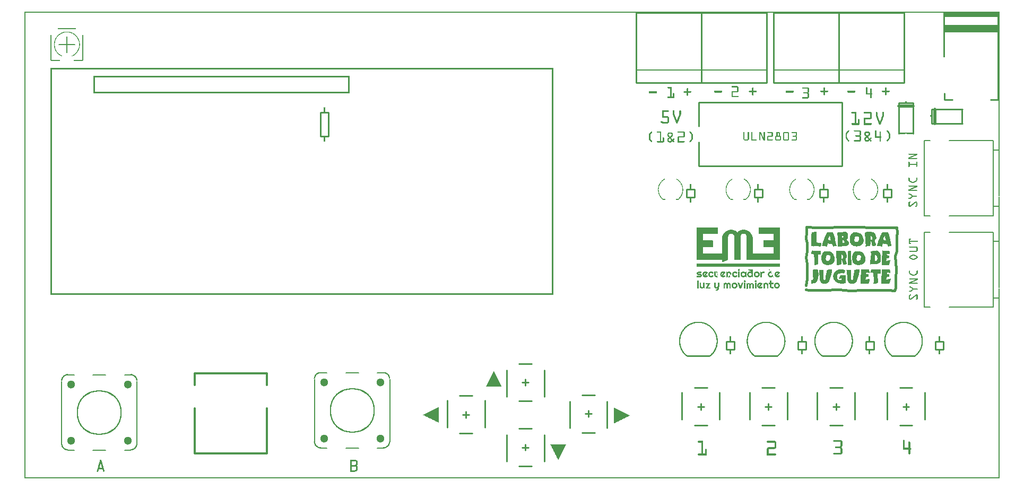
<source format=gto>
G04 MADE WITH FRITZING*
G04 WWW.FRITZING.ORG*
G04 DOUBLE SIDED*
G04 HOLES PLATED*
G04 CONTOUR ON CENTER OF CONTOUR VECTOR*
%ASAXBY*%
%FSLAX23Y23*%
%MOIN*%
%OFA0B0*%
%SFA1.0B1.0*%
%ADD10C,0.283590X0.26759*%
%ADD11C,0.051181X-0.0039371*%
%ADD12C,0.010000*%
%ADD13C,0.020000*%
%ADD14C,0.005000*%
%ADD15C,0.006944*%
%ADD16C,0.008000*%
%ADD17C,0.012500*%
%ADD18C,0.016285*%
%ADD19C,0.001730*%
%ADD20C,0.005687*%
%ADD21R,0.001000X0.001000*%
%LNSILK1*%
G90*
G70*
G54D10*
X2059Y428D03*
G54D11*
X1882Y251D03*
X1882Y605D03*
X2236Y605D03*
X2236Y251D03*
G54D10*
X471Y415D03*
G54D11*
X293Y238D03*
X293Y592D03*
X648Y592D03*
X648Y238D03*
G54D12*
X5584Y2363D02*
X5584Y2168D01*
D02*
X5494Y2168D02*
X5494Y2363D01*
D02*
X5494Y2363D02*
X5584Y2363D01*
G54D13*
D02*
X5494Y2343D02*
X5584Y2343D01*
G54D12*
D02*
X5699Y2323D02*
X5894Y2323D01*
D02*
X5894Y2233D02*
X5699Y2233D01*
D02*
X5699Y2233D02*
X5699Y2323D01*
G54D13*
D02*
X5719Y2233D02*
X5719Y2323D01*
G54D14*
D02*
X267Y2777D02*
X267Y2727D01*
D02*
X317Y2727D02*
X267Y2727D01*
D02*
X267Y2677D02*
X267Y2727D01*
D02*
X267Y2727D02*
X217Y2727D01*
G54D12*
D02*
X1910Y2300D02*
X1910Y2150D01*
D02*
X1910Y2150D02*
X1860Y2150D01*
D02*
X1860Y2150D02*
X1860Y2300D01*
D02*
X1860Y2300D02*
X1910Y2300D01*
D02*
X4235Y1964D02*
X5135Y1964D01*
D02*
X5135Y1964D02*
X5135Y2364D01*
D02*
X5135Y2364D02*
X4235Y2364D01*
D02*
X4235Y1964D02*
X4235Y2114D01*
D02*
X4235Y2214D02*
X4235Y2364D01*
D02*
X5447Y1818D02*
X5447Y1768D01*
D02*
X5447Y1768D02*
X5397Y1768D01*
D02*
X5397Y1768D02*
X5397Y1818D01*
D02*
X5397Y1818D02*
X5447Y1818D01*
D02*
X5774Y862D02*
X5774Y812D01*
D02*
X5774Y812D02*
X5724Y812D01*
D02*
X5724Y812D02*
X5724Y862D01*
D02*
X5724Y862D02*
X5774Y862D01*
D02*
X5047Y1818D02*
X5047Y1768D01*
D02*
X5047Y1768D02*
X4997Y1768D01*
D02*
X4997Y1768D02*
X4997Y1818D01*
D02*
X4997Y1818D02*
X5047Y1818D01*
D02*
X5335Y862D02*
X5335Y812D01*
D02*
X5335Y812D02*
X5285Y812D01*
D02*
X5285Y812D02*
X5285Y862D01*
D02*
X5285Y862D02*
X5335Y862D01*
D02*
X4635Y1818D02*
X4635Y1768D01*
D02*
X4635Y1768D02*
X4585Y1768D01*
D02*
X4585Y1768D02*
X4585Y1818D01*
D02*
X4585Y1818D02*
X4635Y1818D01*
D02*
X4910Y862D02*
X4910Y812D01*
D02*
X4910Y812D02*
X4860Y812D01*
D02*
X4860Y812D02*
X4860Y862D01*
D02*
X4860Y862D02*
X4910Y862D01*
D02*
X4210Y1818D02*
X4210Y1768D01*
D02*
X4210Y1768D02*
X4160Y1768D01*
D02*
X4160Y1768D02*
X4160Y1818D01*
D02*
X4160Y1818D02*
X4210Y1818D01*
D02*
X4460Y862D02*
X4460Y812D01*
D02*
X4460Y812D02*
X4410Y812D01*
D02*
X4410Y812D02*
X4410Y862D01*
D02*
X4410Y862D02*
X4460Y862D01*
D02*
X4663Y2929D02*
X4253Y2929D01*
D02*
X4253Y2929D02*
X4253Y2489D01*
D02*
X4253Y2489D02*
X4663Y2489D01*
D02*
X4663Y2489D02*
X4663Y2929D01*
G54D14*
D02*
X4253Y2569D02*
X4663Y2569D01*
G54D12*
D02*
X5115Y2929D02*
X4705Y2929D01*
D02*
X4705Y2929D02*
X4705Y2489D01*
D02*
X4705Y2489D02*
X5115Y2489D01*
D02*
X5115Y2489D02*
X5115Y2929D01*
G54D14*
D02*
X4705Y2569D02*
X5115Y2569D01*
G54D12*
D02*
X5525Y2929D02*
X5115Y2929D01*
D02*
X5115Y2929D02*
X5115Y2489D01*
D02*
X5115Y2489D02*
X5525Y2489D01*
D02*
X5525Y2489D02*
X5525Y2929D01*
G54D14*
D02*
X5115Y2569D02*
X5525Y2569D01*
G54D12*
D02*
X4253Y2929D02*
X3843Y2929D01*
D02*
X3843Y2929D02*
X3843Y2489D01*
D02*
X3843Y2489D02*
X4253Y2489D01*
D02*
X4253Y2489D02*
X4253Y2929D01*
G54D14*
D02*
X3843Y2569D02*
X4253Y2569D01*
G54D12*
D02*
X6118Y2382D02*
X6068Y2382D01*
D02*
X5778Y2422D02*
X5778Y2382D01*
D02*
X5778Y2382D02*
X5828Y2382D01*
D02*
X5778Y2927D02*
X6118Y2927D01*
D02*
X5778Y2922D02*
X6118Y2922D01*
D02*
X5778Y2917D02*
X6118Y2917D01*
D02*
X5778Y2912D02*
X6118Y2912D01*
D02*
X5778Y2907D02*
X6118Y2907D01*
D02*
X5778Y2812D02*
X6118Y2812D01*
D02*
X5778Y2817D02*
X6118Y2817D01*
D02*
X5778Y2822D02*
X6118Y2822D01*
D02*
X5778Y2827D02*
X6118Y2827D01*
D02*
X5778Y2832D02*
X6118Y2832D01*
D02*
X5778Y2837D02*
X6118Y2837D01*
D02*
X5778Y2842D02*
X6118Y2842D01*
D02*
X5778Y2847D02*
X6118Y2847D01*
G54D15*
D02*
X5652Y1077D02*
X5652Y1549D01*
D02*
X6085Y1077D02*
X6085Y1136D01*
D02*
X6085Y1490D02*
X6085Y1549D01*
D02*
X6124Y1136D02*
X6124Y1195D01*
D02*
X6124Y1431D02*
X6124Y1490D01*
D02*
X6124Y1490D02*
X6085Y1490D01*
D02*
X6124Y1136D02*
X6085Y1136D01*
D02*
X6085Y1077D02*
X5810Y1077D01*
D02*
X5652Y1077D02*
X5691Y1077D01*
D02*
X6085Y1077D02*
X6085Y1549D01*
D02*
X6085Y1549D02*
X5810Y1549D01*
D02*
X5652Y1549D02*
X5691Y1549D01*
D02*
X5652Y1652D02*
X5652Y2124D01*
D02*
X6085Y1652D02*
X6085Y1711D01*
D02*
X6085Y2065D02*
X6085Y2124D01*
D02*
X6124Y1711D02*
X6124Y1770D01*
D02*
X6124Y2006D02*
X6124Y2065D01*
D02*
X6124Y2065D02*
X6085Y2065D01*
D02*
X6124Y1711D02*
X6085Y1711D01*
D02*
X6085Y1652D02*
X5810Y1652D01*
D02*
X5652Y1652D02*
X5691Y1652D01*
D02*
X6085Y1652D02*
X6085Y2124D01*
D02*
X6085Y2124D02*
X5810Y2124D01*
D02*
X5652Y2124D02*
X5691Y2124D01*
G54D12*
D02*
X3186Y487D02*
X3107Y487D01*
D02*
X3265Y683D02*
X3265Y516D01*
D02*
X3029Y683D02*
X3029Y516D01*
D02*
X3186Y723D02*
X3107Y723D01*
D02*
X3166Y605D02*
X3127Y605D01*
D02*
X3147Y585D02*
X3147Y624D01*
D02*
X5498Y570D02*
X5577Y570D01*
D02*
X5420Y373D02*
X5420Y541D01*
D02*
X5656Y373D02*
X5656Y541D01*
D02*
X5498Y334D02*
X5577Y334D01*
D02*
X5518Y452D02*
X5557Y452D01*
D02*
X5538Y472D02*
X5538Y433D01*
D02*
X5059Y570D02*
X5138Y570D01*
D02*
X4981Y373D02*
X4981Y541D01*
D02*
X5217Y373D02*
X5217Y541D01*
D02*
X5059Y334D02*
X5138Y334D01*
D02*
X5079Y452D02*
X5119Y452D01*
D02*
X5099Y472D02*
X5099Y433D01*
D02*
X4634Y570D02*
X4713Y570D01*
D02*
X4556Y373D02*
X4556Y541D01*
D02*
X4792Y373D02*
X4792Y541D01*
D02*
X4634Y334D02*
X4713Y334D01*
D02*
X4654Y452D02*
X4694Y452D01*
D02*
X4674Y472D02*
X4674Y433D01*
D02*
X3186Y78D02*
X3107Y78D01*
D02*
X3265Y275D02*
X3265Y108D01*
D02*
X3029Y275D02*
X3029Y108D01*
D02*
X3186Y314D02*
X3107Y314D01*
D02*
X3166Y196D02*
X3127Y196D01*
D02*
X3147Y177D02*
X3147Y216D01*
D02*
X2734Y520D02*
X2813Y520D01*
D02*
X2656Y323D02*
X2656Y491D01*
D02*
X2892Y323D02*
X2892Y491D01*
D02*
X2734Y284D02*
X2813Y284D01*
D02*
X2754Y402D02*
X2794Y402D01*
D02*
X2774Y422D02*
X2774Y383D01*
D02*
X4209Y570D02*
X4288Y570D01*
D02*
X4131Y373D02*
X4131Y541D01*
D02*
X4367Y373D02*
X4367Y541D01*
D02*
X4209Y334D02*
X4288Y334D01*
D02*
X4229Y452D02*
X4269Y452D01*
D02*
X4249Y472D02*
X4249Y433D01*
D02*
X3582Y289D02*
X3504Y289D01*
D02*
X3661Y486D02*
X3661Y319D01*
D02*
X3425Y486D02*
X3425Y319D01*
D02*
X3582Y526D02*
X3504Y526D01*
D02*
X3563Y407D02*
X3523Y407D01*
D02*
X3543Y388D02*
X3543Y427D01*
G54D16*
D02*
X1901Y192D02*
X1862Y192D01*
D02*
X1822Y231D02*
X1822Y625D01*
D02*
X1862Y664D02*
X1901Y664D01*
D02*
X2019Y664D02*
X2098Y664D01*
D02*
X2216Y664D02*
X2256Y664D01*
D02*
X2295Y625D02*
X2295Y231D01*
D02*
X2256Y192D02*
X2216Y192D01*
D02*
X2098Y192D02*
X2019Y192D01*
D02*
X313Y179D02*
X274Y179D01*
D02*
X234Y218D02*
X234Y612D01*
D02*
X274Y651D02*
X313Y651D01*
D02*
X431Y651D02*
X510Y651D01*
D02*
X628Y651D02*
X667Y651D01*
D02*
X707Y612D02*
X707Y218D01*
D02*
X667Y179D02*
X628Y179D01*
D02*
X510Y179D02*
X431Y179D01*
G54D17*
X1069Y588D02*
X1069Y660D01*
X1522Y660D01*
X1522Y588D01*
D02*
X1522Y440D02*
X1522Y157D01*
X1069Y157D01*
X1069Y440D01*
D02*
G54D18*
X4910Y1216D02*
X4915Y1256D01*
X4915Y1308D01*
X4915Y1348D01*
X4910Y1390D01*
X4915Y1428D01*
X4915Y1480D01*
X4909Y1508D01*
X4914Y1552D01*
X4914Y1583D01*
X4980Y1578D01*
X5034Y1578D01*
X5127Y1580D01*
X5193Y1580D01*
X5246Y1580D01*
X5319Y1578D01*
X5377Y1578D01*
X5438Y1577D01*
X5478Y1577D01*
X5484Y1548D01*
X5478Y1523D01*
X5478Y1430D01*
X5471Y1399D01*
X5475Y1319D01*
X5472Y1251D01*
X5472Y1208D01*
X5472Y1197D01*
X5465Y1181D01*
X5427Y1186D01*
X5375Y1186D01*
X5270Y1185D01*
X5182Y1182D01*
X5121Y1188D01*
X5016Y1186D01*
X4925Y1186D01*
X4911Y1189D01*
D02*
G54D19*
G36*
X4235Y1194D02*
X4226Y1194D01*
X4226Y1244D01*
X4235Y1244D01*
G37*
D02*
G36*
X4309Y1194D02*
X4279Y1194D01*
X4294Y1220D01*
X4279Y1220D01*
X4279Y1229D01*
X4309Y1229D01*
X4294Y1203D01*
X4309Y1203D01*
G37*
D02*
G36*
X4494Y1194D02*
X4481Y1230D01*
X4491Y1230D01*
X4498Y1208D01*
X4505Y1230D01*
X4515Y1230D01*
X4502Y1194D01*
G37*
D02*
G54D20*
G36*
X4223Y1350D02*
X4747Y1350D01*
X4747Y1332D01*
X4223Y1332D01*
G37*
D02*
G54D19*
G36*
X4235Y1194D02*
X4226Y1194D01*
X4226Y1244D01*
X4235Y1244D01*
G37*
D02*
G36*
X4309Y1194D02*
X4279Y1194D01*
X4294Y1220D01*
X4279Y1220D01*
X4279Y1229D01*
X4309Y1229D01*
X4294Y1203D01*
X4309Y1203D01*
G37*
D02*
G36*
X4494Y1194D02*
X4481Y1230D01*
X4491Y1230D01*
X4498Y1208D01*
X4505Y1230D01*
X4515Y1230D01*
X4502Y1194D01*
G37*
D02*
G54D20*
G36*
X4223Y1350D02*
X4747Y1350D01*
X4747Y1332D01*
X4223Y1332D01*
G37*
D02*
G54D21*
X0Y2935D02*
X6127Y2935D01*
X0Y2934D02*
X6127Y2934D01*
X0Y2933D02*
X6127Y2933D01*
X0Y2932D02*
X6127Y2932D01*
X0Y2931D02*
X6127Y2931D01*
X0Y2930D02*
X6127Y2930D01*
X0Y2929D02*
X6127Y2929D01*
X0Y2928D02*
X6127Y2928D01*
X0Y2927D02*
X7Y2927D01*
X5772Y2927D02*
X5781Y2927D01*
X6112Y2927D02*
X6127Y2927D01*
X0Y2926D02*
X7Y2926D01*
X5772Y2926D02*
X5781Y2926D01*
X6112Y2926D02*
X6127Y2926D01*
X0Y2925D02*
X7Y2925D01*
X5772Y2925D02*
X5781Y2925D01*
X6112Y2925D02*
X6127Y2925D01*
X0Y2924D02*
X7Y2924D01*
X5772Y2924D02*
X5781Y2924D01*
X6112Y2924D02*
X6127Y2924D01*
X0Y2923D02*
X7Y2923D01*
X5772Y2923D02*
X5781Y2923D01*
X6112Y2923D02*
X6127Y2923D01*
X0Y2922D02*
X7Y2922D01*
X5772Y2922D02*
X5781Y2922D01*
X6112Y2922D02*
X6127Y2922D01*
X0Y2921D02*
X7Y2921D01*
X5772Y2921D02*
X5781Y2921D01*
X6112Y2921D02*
X6127Y2921D01*
X0Y2920D02*
X7Y2920D01*
X5772Y2920D02*
X5781Y2920D01*
X6112Y2920D02*
X6127Y2920D01*
X0Y2919D02*
X7Y2919D01*
X5772Y2919D02*
X5781Y2919D01*
X6112Y2919D02*
X6127Y2919D01*
X0Y2918D02*
X7Y2918D01*
X5772Y2918D02*
X5781Y2918D01*
X6112Y2918D02*
X6127Y2918D01*
X0Y2917D02*
X7Y2917D01*
X5772Y2917D02*
X5781Y2917D01*
X6112Y2917D02*
X6127Y2917D01*
X0Y2916D02*
X7Y2916D01*
X5772Y2916D02*
X5781Y2916D01*
X6112Y2916D02*
X6127Y2916D01*
X0Y2915D02*
X7Y2915D01*
X5772Y2915D02*
X5781Y2915D01*
X6112Y2915D02*
X6127Y2915D01*
X0Y2914D02*
X7Y2914D01*
X5772Y2914D02*
X5781Y2914D01*
X6112Y2914D02*
X6127Y2914D01*
X0Y2913D02*
X7Y2913D01*
X5772Y2913D02*
X5781Y2913D01*
X6112Y2913D02*
X6127Y2913D01*
X0Y2912D02*
X7Y2912D01*
X5772Y2912D02*
X5781Y2912D01*
X6112Y2912D02*
X6127Y2912D01*
X0Y2911D02*
X7Y2911D01*
X5772Y2911D02*
X5781Y2911D01*
X6112Y2911D02*
X6127Y2911D01*
X0Y2910D02*
X7Y2910D01*
X5772Y2910D02*
X5781Y2910D01*
X6112Y2910D02*
X6127Y2910D01*
X0Y2909D02*
X7Y2909D01*
X5772Y2909D02*
X5781Y2909D01*
X6112Y2909D02*
X6127Y2909D01*
X0Y2908D02*
X7Y2908D01*
X5772Y2908D02*
X5781Y2908D01*
X6112Y2908D02*
X6127Y2908D01*
X0Y2907D02*
X7Y2907D01*
X5772Y2907D02*
X5781Y2907D01*
X6112Y2907D02*
X6127Y2907D01*
X0Y2906D02*
X7Y2906D01*
X5772Y2906D02*
X5781Y2906D01*
X6112Y2906D02*
X6127Y2906D01*
X0Y2905D02*
X7Y2905D01*
X5772Y2905D02*
X5781Y2905D01*
X6112Y2905D02*
X6127Y2905D01*
X0Y2904D02*
X7Y2904D01*
X5772Y2904D02*
X5781Y2904D01*
X6112Y2904D02*
X6127Y2904D01*
X0Y2903D02*
X7Y2903D01*
X5772Y2903D02*
X5781Y2903D01*
X6112Y2903D02*
X6127Y2903D01*
X0Y2902D02*
X7Y2902D01*
X5772Y2902D02*
X5781Y2902D01*
X6112Y2902D02*
X6127Y2902D01*
X0Y2901D02*
X7Y2901D01*
X5772Y2901D02*
X5781Y2901D01*
X6112Y2901D02*
X6127Y2901D01*
X0Y2900D02*
X7Y2900D01*
X5772Y2900D02*
X5781Y2900D01*
X6112Y2900D02*
X6127Y2900D01*
X0Y2899D02*
X7Y2899D01*
X5772Y2899D02*
X5781Y2899D01*
X6112Y2899D02*
X6127Y2899D01*
X0Y2898D02*
X7Y2898D01*
X5772Y2898D02*
X5781Y2898D01*
X6112Y2898D02*
X6127Y2898D01*
X0Y2897D02*
X7Y2897D01*
X5772Y2897D02*
X5781Y2897D01*
X6112Y2897D02*
X6127Y2897D01*
X0Y2896D02*
X7Y2896D01*
X5772Y2896D02*
X5781Y2896D01*
X6112Y2896D02*
X6127Y2896D01*
X0Y2895D02*
X7Y2895D01*
X5772Y2895D02*
X5781Y2895D01*
X6112Y2895D02*
X6127Y2895D01*
X0Y2894D02*
X7Y2894D01*
X5772Y2894D02*
X5781Y2894D01*
X6112Y2894D02*
X6127Y2894D01*
X0Y2893D02*
X7Y2893D01*
X5772Y2893D02*
X5781Y2893D01*
X6112Y2893D02*
X6127Y2893D01*
X0Y2892D02*
X7Y2892D01*
X5772Y2892D02*
X5781Y2892D01*
X6112Y2892D02*
X6127Y2892D01*
X0Y2891D02*
X7Y2891D01*
X5772Y2891D02*
X5781Y2891D01*
X6112Y2891D02*
X6127Y2891D01*
X0Y2890D02*
X7Y2890D01*
X5772Y2890D02*
X5781Y2890D01*
X6112Y2890D02*
X6127Y2890D01*
X0Y2889D02*
X7Y2889D01*
X5772Y2889D02*
X5781Y2889D01*
X6112Y2889D02*
X6127Y2889D01*
X0Y2888D02*
X7Y2888D01*
X5772Y2888D02*
X5781Y2888D01*
X6112Y2888D02*
X6127Y2888D01*
X0Y2887D02*
X7Y2887D01*
X5772Y2887D02*
X5781Y2887D01*
X6112Y2887D02*
X6127Y2887D01*
X0Y2886D02*
X7Y2886D01*
X5772Y2886D02*
X5781Y2886D01*
X6112Y2886D02*
X6127Y2886D01*
X0Y2885D02*
X7Y2885D01*
X5772Y2885D02*
X5781Y2885D01*
X6112Y2885D02*
X6127Y2885D01*
X0Y2884D02*
X7Y2884D01*
X5772Y2884D02*
X5781Y2884D01*
X6112Y2884D02*
X6127Y2884D01*
X0Y2883D02*
X7Y2883D01*
X5772Y2883D02*
X5781Y2883D01*
X6112Y2883D02*
X6127Y2883D01*
X0Y2882D02*
X7Y2882D01*
X5772Y2882D02*
X5781Y2882D01*
X6112Y2882D02*
X6127Y2882D01*
X0Y2881D02*
X7Y2881D01*
X5772Y2881D02*
X5781Y2881D01*
X6112Y2881D02*
X6127Y2881D01*
X0Y2880D02*
X7Y2880D01*
X5772Y2880D02*
X5781Y2880D01*
X6112Y2880D02*
X6127Y2880D01*
X0Y2879D02*
X7Y2879D01*
X5772Y2879D02*
X5781Y2879D01*
X6112Y2879D02*
X6127Y2879D01*
X0Y2878D02*
X7Y2878D01*
X5772Y2878D02*
X5781Y2878D01*
X6112Y2878D02*
X6127Y2878D01*
X0Y2877D02*
X7Y2877D01*
X5772Y2877D02*
X5781Y2877D01*
X6112Y2877D02*
X6127Y2877D01*
X0Y2876D02*
X7Y2876D01*
X5772Y2876D02*
X5781Y2876D01*
X6112Y2876D02*
X6127Y2876D01*
X0Y2875D02*
X7Y2875D01*
X5772Y2875D02*
X5781Y2875D01*
X6112Y2875D02*
X6127Y2875D01*
X0Y2874D02*
X7Y2874D01*
X5772Y2874D02*
X5781Y2874D01*
X6112Y2874D02*
X6127Y2874D01*
X0Y2873D02*
X7Y2873D01*
X5772Y2873D02*
X5781Y2873D01*
X6112Y2873D02*
X6127Y2873D01*
X0Y2872D02*
X7Y2872D01*
X5772Y2872D02*
X5781Y2872D01*
X6112Y2872D02*
X6127Y2872D01*
X0Y2871D02*
X7Y2871D01*
X5772Y2871D02*
X5781Y2871D01*
X6112Y2871D02*
X6127Y2871D01*
X0Y2870D02*
X7Y2870D01*
X5772Y2870D02*
X5781Y2870D01*
X6112Y2870D02*
X6127Y2870D01*
X0Y2869D02*
X7Y2869D01*
X5772Y2869D02*
X5781Y2869D01*
X6112Y2869D02*
X6127Y2869D01*
X0Y2868D02*
X7Y2868D01*
X5772Y2868D02*
X5781Y2868D01*
X6112Y2868D02*
X6127Y2868D01*
X0Y2867D02*
X7Y2867D01*
X5772Y2867D02*
X5781Y2867D01*
X6112Y2867D02*
X6127Y2867D01*
X0Y2866D02*
X7Y2866D01*
X5772Y2866D02*
X5781Y2866D01*
X6112Y2866D02*
X6127Y2866D01*
X0Y2865D02*
X7Y2865D01*
X5772Y2865D02*
X5781Y2865D01*
X6112Y2865D02*
X6127Y2865D01*
X0Y2864D02*
X7Y2864D01*
X5772Y2864D02*
X5781Y2864D01*
X6112Y2864D02*
X6127Y2864D01*
X0Y2863D02*
X7Y2863D01*
X5772Y2863D02*
X5781Y2863D01*
X6112Y2863D02*
X6127Y2863D01*
X0Y2862D02*
X7Y2862D01*
X5772Y2862D02*
X5781Y2862D01*
X6112Y2862D02*
X6127Y2862D01*
X0Y2861D02*
X7Y2861D01*
X5772Y2861D02*
X5781Y2861D01*
X6112Y2861D02*
X6127Y2861D01*
X0Y2860D02*
X7Y2860D01*
X5772Y2860D02*
X5781Y2860D01*
X6112Y2860D02*
X6127Y2860D01*
X0Y2859D02*
X7Y2859D01*
X5772Y2859D02*
X5781Y2859D01*
X6112Y2859D02*
X6127Y2859D01*
X0Y2858D02*
X7Y2858D01*
X5772Y2858D02*
X5781Y2858D01*
X6112Y2858D02*
X6127Y2858D01*
X0Y2857D02*
X7Y2857D01*
X5772Y2857D02*
X5781Y2857D01*
X6112Y2857D02*
X6127Y2857D01*
X0Y2856D02*
X7Y2856D01*
X5772Y2856D02*
X5781Y2856D01*
X6112Y2856D02*
X6127Y2856D01*
X0Y2855D02*
X7Y2855D01*
X5772Y2855D02*
X5781Y2855D01*
X6112Y2855D02*
X6127Y2855D01*
X0Y2854D02*
X7Y2854D01*
X5772Y2854D02*
X5781Y2854D01*
X6112Y2854D02*
X6127Y2854D01*
X0Y2853D02*
X7Y2853D01*
X5772Y2853D02*
X5781Y2853D01*
X6112Y2853D02*
X6127Y2853D01*
X0Y2852D02*
X7Y2852D01*
X5772Y2852D02*
X5781Y2852D01*
X6112Y2852D02*
X6127Y2852D01*
X0Y2851D02*
X7Y2851D01*
X5772Y2851D02*
X5781Y2851D01*
X6112Y2851D02*
X6127Y2851D01*
X0Y2850D02*
X7Y2850D01*
X5772Y2850D02*
X5781Y2850D01*
X6112Y2850D02*
X6127Y2850D01*
X0Y2849D02*
X7Y2849D01*
X5772Y2849D02*
X5781Y2849D01*
X6112Y2849D02*
X6127Y2849D01*
X0Y2848D02*
X7Y2848D01*
X5772Y2848D02*
X5781Y2848D01*
X6112Y2848D02*
X6127Y2848D01*
X0Y2847D02*
X7Y2847D01*
X5772Y2847D02*
X5781Y2847D01*
X6112Y2847D02*
X6127Y2847D01*
X0Y2846D02*
X7Y2846D01*
X5772Y2846D02*
X5781Y2846D01*
X6112Y2846D02*
X6127Y2846D01*
X0Y2845D02*
X7Y2845D01*
X5772Y2845D02*
X5781Y2845D01*
X6112Y2845D02*
X6127Y2845D01*
X0Y2844D02*
X7Y2844D01*
X5772Y2844D02*
X5781Y2844D01*
X6112Y2844D02*
X6127Y2844D01*
X0Y2843D02*
X7Y2843D01*
X5772Y2843D02*
X5781Y2843D01*
X6112Y2843D02*
X6127Y2843D01*
X0Y2842D02*
X7Y2842D01*
X5772Y2842D02*
X5781Y2842D01*
X6112Y2842D02*
X6127Y2842D01*
X0Y2841D02*
X7Y2841D01*
X5772Y2841D02*
X5781Y2841D01*
X6112Y2841D02*
X6127Y2841D01*
X0Y2840D02*
X7Y2840D01*
X5772Y2840D02*
X5781Y2840D01*
X6112Y2840D02*
X6127Y2840D01*
X0Y2839D02*
X7Y2839D01*
X5772Y2839D02*
X5781Y2839D01*
X6112Y2839D02*
X6127Y2839D01*
X0Y2838D02*
X7Y2838D01*
X5772Y2838D02*
X5781Y2838D01*
X6112Y2838D02*
X6127Y2838D01*
X0Y2837D02*
X7Y2837D01*
X5772Y2837D02*
X5781Y2837D01*
X6112Y2837D02*
X6127Y2837D01*
X0Y2836D02*
X7Y2836D01*
X5772Y2836D02*
X5781Y2836D01*
X6112Y2836D02*
X6127Y2836D01*
X0Y2835D02*
X7Y2835D01*
X5772Y2835D02*
X5781Y2835D01*
X6112Y2835D02*
X6127Y2835D01*
X0Y2834D02*
X7Y2834D01*
X5772Y2834D02*
X5781Y2834D01*
X6112Y2834D02*
X6127Y2834D01*
X0Y2833D02*
X7Y2833D01*
X5772Y2833D02*
X5781Y2833D01*
X6112Y2833D02*
X6127Y2833D01*
X0Y2832D02*
X7Y2832D01*
X5772Y2832D02*
X5781Y2832D01*
X6112Y2832D02*
X6127Y2832D01*
X0Y2831D02*
X7Y2831D01*
X5772Y2831D02*
X5781Y2831D01*
X6112Y2831D02*
X6127Y2831D01*
X0Y2830D02*
X7Y2830D01*
X209Y2830D02*
X324Y2830D01*
X5772Y2830D02*
X5781Y2830D01*
X6112Y2830D02*
X6127Y2830D01*
X0Y2829D02*
X7Y2829D01*
X209Y2829D02*
X324Y2829D01*
X5772Y2829D02*
X5781Y2829D01*
X6112Y2829D02*
X6127Y2829D01*
X0Y2828D02*
X7Y2828D01*
X209Y2828D02*
X324Y2828D01*
X5772Y2828D02*
X5781Y2828D01*
X6112Y2828D02*
X6127Y2828D01*
X0Y2827D02*
X7Y2827D01*
X209Y2827D02*
X324Y2827D01*
X5772Y2827D02*
X5781Y2827D01*
X6112Y2827D02*
X6127Y2827D01*
X0Y2826D02*
X7Y2826D01*
X209Y2826D02*
X324Y2826D01*
X5772Y2826D02*
X5781Y2826D01*
X6112Y2826D02*
X6127Y2826D01*
X0Y2825D02*
X7Y2825D01*
X5772Y2825D02*
X5781Y2825D01*
X6112Y2825D02*
X6127Y2825D01*
X0Y2824D02*
X7Y2824D01*
X5772Y2824D02*
X5781Y2824D01*
X6112Y2824D02*
X6127Y2824D01*
X0Y2823D02*
X7Y2823D01*
X5772Y2823D02*
X5781Y2823D01*
X6112Y2823D02*
X6127Y2823D01*
X0Y2822D02*
X7Y2822D01*
X5772Y2822D02*
X5781Y2822D01*
X6112Y2822D02*
X6127Y2822D01*
X0Y2821D02*
X7Y2821D01*
X5772Y2821D02*
X5781Y2821D01*
X6112Y2821D02*
X6127Y2821D01*
X0Y2820D02*
X7Y2820D01*
X5772Y2820D02*
X5781Y2820D01*
X6112Y2820D02*
X6127Y2820D01*
X0Y2819D02*
X7Y2819D01*
X5772Y2819D02*
X5781Y2819D01*
X6112Y2819D02*
X6127Y2819D01*
X0Y2818D02*
X7Y2818D01*
X5772Y2818D02*
X5781Y2818D01*
X6112Y2818D02*
X6127Y2818D01*
X0Y2817D02*
X7Y2817D01*
X5772Y2817D02*
X5781Y2817D01*
X6112Y2817D02*
X6127Y2817D01*
X0Y2816D02*
X7Y2816D01*
X5772Y2816D02*
X5781Y2816D01*
X6112Y2816D02*
X6127Y2816D01*
X0Y2815D02*
X7Y2815D01*
X5772Y2815D02*
X5781Y2815D01*
X6112Y2815D02*
X6127Y2815D01*
X0Y2814D02*
X7Y2814D01*
X5772Y2814D02*
X5781Y2814D01*
X6112Y2814D02*
X6127Y2814D01*
X0Y2813D02*
X7Y2813D01*
X5772Y2813D02*
X5781Y2813D01*
X6112Y2813D02*
X6127Y2813D01*
X0Y2812D02*
X7Y2812D01*
X5772Y2812D02*
X5781Y2812D01*
X6112Y2812D02*
X6127Y2812D01*
X0Y2811D02*
X7Y2811D01*
X5772Y2811D02*
X5781Y2811D01*
X6112Y2811D02*
X6127Y2811D01*
X0Y2810D02*
X7Y2810D01*
X5772Y2810D02*
X5781Y2810D01*
X6112Y2810D02*
X6127Y2810D01*
X0Y2809D02*
X7Y2809D01*
X258Y2809D02*
X276Y2809D01*
X5772Y2809D02*
X5781Y2809D01*
X6112Y2809D02*
X6127Y2809D01*
X0Y2808D02*
X7Y2808D01*
X251Y2808D02*
X282Y2808D01*
X5772Y2808D02*
X5781Y2808D01*
X6112Y2808D02*
X6127Y2808D01*
X0Y2807D02*
X7Y2807D01*
X247Y2807D02*
X286Y2807D01*
X5772Y2807D02*
X5781Y2807D01*
X6112Y2807D02*
X6127Y2807D01*
X0Y2806D02*
X7Y2806D01*
X243Y2806D02*
X290Y2806D01*
X5772Y2806D02*
X5781Y2806D01*
X6112Y2806D02*
X6127Y2806D01*
X0Y2805D02*
X7Y2805D01*
X241Y2805D02*
X293Y2805D01*
X5772Y2805D02*
X5781Y2805D01*
X6112Y2805D02*
X6127Y2805D01*
X0Y2804D02*
X7Y2804D01*
X238Y2804D02*
X257Y2804D01*
X276Y2804D02*
X295Y2804D01*
X5772Y2804D02*
X5781Y2804D01*
X6112Y2804D02*
X6127Y2804D01*
X0Y2803D02*
X7Y2803D01*
X235Y2803D02*
X250Y2803D01*
X283Y2803D02*
X298Y2803D01*
X5772Y2803D02*
X5781Y2803D01*
X6112Y2803D02*
X6127Y2803D01*
X0Y2802D02*
X7Y2802D01*
X233Y2802D02*
X247Y2802D01*
X287Y2802D02*
X300Y2802D01*
X5772Y2802D02*
X5781Y2802D01*
X6112Y2802D02*
X6127Y2802D01*
X0Y2801D02*
X7Y2801D01*
X231Y2801D02*
X243Y2801D01*
X291Y2801D02*
X302Y2801D01*
X5772Y2801D02*
X5781Y2801D01*
X6112Y2801D02*
X6127Y2801D01*
X0Y2800D02*
X7Y2800D01*
X229Y2800D02*
X240Y2800D01*
X293Y2800D02*
X304Y2800D01*
X5772Y2800D02*
X5781Y2800D01*
X6112Y2800D02*
X6127Y2800D01*
X0Y2799D02*
X7Y2799D01*
X227Y2799D02*
X237Y2799D01*
X296Y2799D02*
X306Y2799D01*
X5772Y2799D02*
X5781Y2799D01*
X6112Y2799D02*
X6127Y2799D01*
X0Y2798D02*
X7Y2798D01*
X226Y2798D02*
X235Y2798D01*
X298Y2798D02*
X308Y2798D01*
X5772Y2798D02*
X5781Y2798D01*
X6112Y2798D02*
X6127Y2798D01*
X0Y2797D02*
X7Y2797D01*
X224Y2797D02*
X233Y2797D01*
X301Y2797D02*
X309Y2797D01*
X5772Y2797D02*
X5781Y2797D01*
X6112Y2797D02*
X6127Y2797D01*
X0Y2796D02*
X7Y2796D01*
X222Y2796D02*
X231Y2796D01*
X303Y2796D02*
X311Y2796D01*
X5772Y2796D02*
X5781Y2796D01*
X6112Y2796D02*
X6127Y2796D01*
X0Y2795D02*
X7Y2795D01*
X221Y2795D02*
X229Y2795D01*
X305Y2795D02*
X312Y2795D01*
X5772Y2795D02*
X5781Y2795D01*
X6112Y2795D02*
X6127Y2795D01*
X0Y2794D02*
X7Y2794D01*
X220Y2794D02*
X227Y2794D01*
X306Y2794D02*
X314Y2794D01*
X5772Y2794D02*
X5781Y2794D01*
X6112Y2794D02*
X6127Y2794D01*
X0Y2793D02*
X7Y2793D01*
X218Y2793D02*
X226Y2793D01*
X308Y2793D02*
X315Y2793D01*
X5772Y2793D02*
X5781Y2793D01*
X6112Y2793D02*
X6127Y2793D01*
X0Y2792D02*
X7Y2792D01*
X217Y2792D02*
X224Y2792D01*
X309Y2792D02*
X316Y2792D01*
X5772Y2792D02*
X5781Y2792D01*
X6112Y2792D02*
X6127Y2792D01*
X0Y2791D02*
X7Y2791D01*
X216Y2791D02*
X222Y2791D01*
X311Y2791D02*
X318Y2791D01*
X5772Y2791D02*
X5781Y2791D01*
X6112Y2791D02*
X6127Y2791D01*
X0Y2790D02*
X7Y2790D01*
X214Y2790D02*
X221Y2790D01*
X312Y2790D02*
X319Y2790D01*
X5772Y2790D02*
X5781Y2790D01*
X6112Y2790D02*
X6127Y2790D01*
X0Y2789D02*
X7Y2789D01*
X213Y2789D02*
X220Y2789D01*
X314Y2789D02*
X320Y2789D01*
X5772Y2789D02*
X5781Y2789D01*
X6112Y2789D02*
X6127Y2789D01*
X0Y2788D02*
X7Y2788D01*
X212Y2788D02*
X218Y2788D01*
X315Y2788D02*
X321Y2788D01*
X5772Y2788D02*
X5781Y2788D01*
X6112Y2788D02*
X6127Y2788D01*
X0Y2787D02*
X7Y2787D01*
X211Y2787D02*
X217Y2787D01*
X316Y2787D02*
X322Y2787D01*
X5772Y2787D02*
X5781Y2787D01*
X6112Y2787D02*
X6127Y2787D01*
X0Y2786D02*
X7Y2786D01*
X165Y2786D02*
X169Y2786D01*
X210Y2786D02*
X216Y2786D01*
X317Y2786D02*
X323Y2786D01*
X365Y2786D02*
X369Y2786D01*
X5772Y2786D02*
X5781Y2786D01*
X6112Y2786D02*
X6127Y2786D01*
X0Y2785D02*
X7Y2785D01*
X165Y2785D02*
X169Y2785D01*
X209Y2785D02*
X215Y2785D01*
X318Y2785D02*
X324Y2785D01*
X365Y2785D02*
X369Y2785D01*
X5772Y2785D02*
X5781Y2785D01*
X6112Y2785D02*
X6127Y2785D01*
X0Y2784D02*
X7Y2784D01*
X165Y2784D02*
X169Y2784D01*
X208Y2784D02*
X214Y2784D01*
X320Y2784D02*
X325Y2784D01*
X365Y2784D02*
X369Y2784D01*
X5772Y2784D02*
X5781Y2784D01*
X6112Y2784D02*
X6127Y2784D01*
X0Y2783D02*
X7Y2783D01*
X165Y2783D02*
X169Y2783D01*
X207Y2783D02*
X213Y2783D01*
X321Y2783D02*
X326Y2783D01*
X365Y2783D02*
X369Y2783D01*
X5772Y2783D02*
X5781Y2783D01*
X6112Y2783D02*
X6127Y2783D01*
X0Y2782D02*
X7Y2782D01*
X165Y2782D02*
X169Y2782D01*
X206Y2782D02*
X212Y2782D01*
X322Y2782D02*
X327Y2782D01*
X365Y2782D02*
X369Y2782D01*
X5772Y2782D02*
X5781Y2782D01*
X6112Y2782D02*
X6127Y2782D01*
X0Y2781D02*
X7Y2781D01*
X165Y2781D02*
X169Y2781D01*
X205Y2781D02*
X211Y2781D01*
X323Y2781D02*
X328Y2781D01*
X365Y2781D02*
X369Y2781D01*
X5772Y2781D02*
X5781Y2781D01*
X6112Y2781D02*
X6127Y2781D01*
X0Y2780D02*
X7Y2780D01*
X165Y2780D02*
X169Y2780D01*
X205Y2780D02*
X210Y2780D01*
X324Y2780D02*
X329Y2780D01*
X365Y2780D02*
X369Y2780D01*
X5772Y2780D02*
X5781Y2780D01*
X6112Y2780D02*
X6127Y2780D01*
X0Y2779D02*
X7Y2779D01*
X165Y2779D02*
X169Y2779D01*
X204Y2779D02*
X209Y2779D01*
X324Y2779D02*
X330Y2779D01*
X365Y2779D02*
X369Y2779D01*
X5772Y2779D02*
X5781Y2779D01*
X6112Y2779D02*
X6127Y2779D01*
X0Y2778D02*
X7Y2778D01*
X165Y2778D02*
X169Y2778D01*
X203Y2778D02*
X208Y2778D01*
X325Y2778D02*
X330Y2778D01*
X365Y2778D02*
X369Y2778D01*
X5772Y2778D02*
X5781Y2778D01*
X6112Y2778D02*
X6127Y2778D01*
X0Y2777D02*
X7Y2777D01*
X165Y2777D02*
X169Y2777D01*
X202Y2777D02*
X207Y2777D01*
X326Y2777D02*
X331Y2777D01*
X365Y2777D02*
X369Y2777D01*
X5772Y2777D02*
X5781Y2777D01*
X6112Y2777D02*
X6127Y2777D01*
X0Y2776D02*
X7Y2776D01*
X165Y2776D02*
X169Y2776D01*
X202Y2776D02*
X206Y2776D01*
X327Y2776D02*
X332Y2776D01*
X365Y2776D02*
X369Y2776D01*
X5772Y2776D02*
X5781Y2776D01*
X6112Y2776D02*
X6127Y2776D01*
X0Y2775D02*
X7Y2775D01*
X165Y2775D02*
X169Y2775D01*
X201Y2775D02*
X206Y2775D01*
X328Y2775D02*
X333Y2775D01*
X365Y2775D02*
X369Y2775D01*
X5772Y2775D02*
X5781Y2775D01*
X6112Y2775D02*
X6127Y2775D01*
X0Y2774D02*
X7Y2774D01*
X165Y2774D02*
X169Y2774D01*
X200Y2774D02*
X205Y2774D01*
X328Y2774D02*
X333Y2774D01*
X365Y2774D02*
X369Y2774D01*
X5772Y2774D02*
X5781Y2774D01*
X6112Y2774D02*
X6127Y2774D01*
X0Y2773D02*
X7Y2773D01*
X165Y2773D02*
X169Y2773D01*
X199Y2773D02*
X204Y2773D01*
X329Y2773D02*
X334Y2773D01*
X365Y2773D02*
X369Y2773D01*
X5772Y2773D02*
X5781Y2773D01*
X6112Y2773D02*
X6127Y2773D01*
X0Y2772D02*
X7Y2772D01*
X165Y2772D02*
X169Y2772D01*
X199Y2772D02*
X203Y2772D01*
X330Y2772D02*
X335Y2772D01*
X365Y2772D02*
X369Y2772D01*
X5772Y2772D02*
X5781Y2772D01*
X6112Y2772D02*
X6127Y2772D01*
X0Y2771D02*
X7Y2771D01*
X165Y2771D02*
X169Y2771D01*
X198Y2771D02*
X203Y2771D01*
X331Y2771D02*
X335Y2771D01*
X365Y2771D02*
X369Y2771D01*
X5772Y2771D02*
X5781Y2771D01*
X6112Y2771D02*
X6127Y2771D01*
X0Y2770D02*
X7Y2770D01*
X165Y2770D02*
X169Y2770D01*
X198Y2770D02*
X202Y2770D01*
X331Y2770D02*
X336Y2770D01*
X365Y2770D02*
X369Y2770D01*
X5772Y2770D02*
X5781Y2770D01*
X6112Y2770D02*
X6127Y2770D01*
X0Y2769D02*
X7Y2769D01*
X165Y2769D02*
X169Y2769D01*
X197Y2769D02*
X201Y2769D01*
X332Y2769D02*
X336Y2769D01*
X365Y2769D02*
X369Y2769D01*
X5772Y2769D02*
X5781Y2769D01*
X6112Y2769D02*
X6127Y2769D01*
X0Y2768D02*
X7Y2768D01*
X165Y2768D02*
X169Y2768D01*
X196Y2768D02*
X201Y2768D01*
X333Y2768D02*
X337Y2768D01*
X365Y2768D02*
X369Y2768D01*
X5772Y2768D02*
X5781Y2768D01*
X6112Y2768D02*
X6127Y2768D01*
X0Y2767D02*
X7Y2767D01*
X165Y2767D02*
X169Y2767D01*
X196Y2767D02*
X200Y2767D01*
X333Y2767D02*
X338Y2767D01*
X365Y2767D02*
X369Y2767D01*
X5772Y2767D02*
X5781Y2767D01*
X6112Y2767D02*
X6127Y2767D01*
X0Y2766D02*
X7Y2766D01*
X165Y2766D02*
X169Y2766D01*
X195Y2766D02*
X200Y2766D01*
X334Y2766D02*
X338Y2766D01*
X365Y2766D02*
X369Y2766D01*
X5772Y2766D02*
X5781Y2766D01*
X6112Y2766D02*
X6127Y2766D01*
X0Y2765D02*
X7Y2765D01*
X165Y2765D02*
X169Y2765D01*
X195Y2765D02*
X199Y2765D01*
X334Y2765D02*
X339Y2765D01*
X365Y2765D02*
X369Y2765D01*
X5772Y2765D02*
X5781Y2765D01*
X6112Y2765D02*
X6127Y2765D01*
X0Y2764D02*
X7Y2764D01*
X165Y2764D02*
X169Y2764D01*
X194Y2764D02*
X198Y2764D01*
X335Y2764D02*
X339Y2764D01*
X365Y2764D02*
X369Y2764D01*
X5772Y2764D02*
X5781Y2764D01*
X6112Y2764D02*
X6127Y2764D01*
X0Y2763D02*
X7Y2763D01*
X165Y2763D02*
X169Y2763D01*
X194Y2763D02*
X198Y2763D01*
X335Y2763D02*
X340Y2763D01*
X365Y2763D02*
X369Y2763D01*
X5772Y2763D02*
X5781Y2763D01*
X6112Y2763D02*
X6127Y2763D01*
X0Y2762D02*
X7Y2762D01*
X165Y2762D02*
X169Y2762D01*
X193Y2762D02*
X198Y2762D01*
X336Y2762D02*
X340Y2762D01*
X365Y2762D02*
X369Y2762D01*
X5772Y2762D02*
X5781Y2762D01*
X6112Y2762D02*
X6127Y2762D01*
X0Y2761D02*
X7Y2761D01*
X165Y2761D02*
X169Y2761D01*
X193Y2761D02*
X197Y2761D01*
X336Y2761D02*
X341Y2761D01*
X365Y2761D02*
X369Y2761D01*
X5772Y2761D02*
X5781Y2761D01*
X6112Y2761D02*
X6127Y2761D01*
X0Y2760D02*
X7Y2760D01*
X165Y2760D02*
X169Y2760D01*
X192Y2760D02*
X197Y2760D01*
X337Y2760D02*
X341Y2760D01*
X365Y2760D02*
X369Y2760D01*
X5772Y2760D02*
X5781Y2760D01*
X6112Y2760D02*
X6127Y2760D01*
X0Y2759D02*
X7Y2759D01*
X165Y2759D02*
X169Y2759D01*
X192Y2759D02*
X196Y2759D01*
X337Y2759D02*
X342Y2759D01*
X365Y2759D02*
X369Y2759D01*
X5772Y2759D02*
X5781Y2759D01*
X6112Y2759D02*
X6127Y2759D01*
X0Y2758D02*
X7Y2758D01*
X165Y2758D02*
X169Y2758D01*
X191Y2758D02*
X196Y2758D01*
X338Y2758D02*
X342Y2758D01*
X365Y2758D02*
X369Y2758D01*
X5772Y2758D02*
X5781Y2758D01*
X6112Y2758D02*
X6127Y2758D01*
X0Y2757D02*
X7Y2757D01*
X165Y2757D02*
X169Y2757D01*
X191Y2757D02*
X195Y2757D01*
X338Y2757D02*
X342Y2757D01*
X365Y2757D02*
X369Y2757D01*
X5772Y2757D02*
X5781Y2757D01*
X6112Y2757D02*
X6127Y2757D01*
X0Y2756D02*
X7Y2756D01*
X165Y2756D02*
X169Y2756D01*
X191Y2756D02*
X195Y2756D01*
X338Y2756D02*
X343Y2756D01*
X365Y2756D02*
X369Y2756D01*
X5772Y2756D02*
X5781Y2756D01*
X6112Y2756D02*
X6127Y2756D01*
X0Y2755D02*
X7Y2755D01*
X165Y2755D02*
X169Y2755D01*
X190Y2755D02*
X195Y2755D01*
X339Y2755D02*
X343Y2755D01*
X365Y2755D02*
X369Y2755D01*
X5772Y2755D02*
X5781Y2755D01*
X6112Y2755D02*
X6127Y2755D01*
X0Y2754D02*
X7Y2754D01*
X165Y2754D02*
X169Y2754D01*
X190Y2754D02*
X194Y2754D01*
X339Y2754D02*
X343Y2754D01*
X365Y2754D02*
X369Y2754D01*
X5772Y2754D02*
X5781Y2754D01*
X6112Y2754D02*
X6127Y2754D01*
X0Y2753D02*
X7Y2753D01*
X165Y2753D02*
X169Y2753D01*
X190Y2753D02*
X194Y2753D01*
X340Y2753D02*
X344Y2753D01*
X365Y2753D02*
X369Y2753D01*
X5772Y2753D02*
X5781Y2753D01*
X6112Y2753D02*
X6127Y2753D01*
X0Y2752D02*
X7Y2752D01*
X165Y2752D02*
X169Y2752D01*
X189Y2752D02*
X193Y2752D01*
X340Y2752D02*
X344Y2752D01*
X365Y2752D02*
X369Y2752D01*
X5772Y2752D02*
X5781Y2752D01*
X6112Y2752D02*
X6127Y2752D01*
X0Y2751D02*
X7Y2751D01*
X165Y2751D02*
X169Y2751D01*
X189Y2751D02*
X193Y2751D01*
X340Y2751D02*
X344Y2751D01*
X365Y2751D02*
X369Y2751D01*
X5772Y2751D02*
X5781Y2751D01*
X6112Y2751D02*
X6127Y2751D01*
X0Y2750D02*
X7Y2750D01*
X165Y2750D02*
X169Y2750D01*
X189Y2750D02*
X193Y2750D01*
X341Y2750D02*
X345Y2750D01*
X365Y2750D02*
X369Y2750D01*
X5772Y2750D02*
X5781Y2750D01*
X6112Y2750D02*
X6127Y2750D01*
X0Y2749D02*
X7Y2749D01*
X165Y2749D02*
X169Y2749D01*
X188Y2749D02*
X193Y2749D01*
X341Y2749D02*
X345Y2749D01*
X365Y2749D02*
X369Y2749D01*
X5772Y2749D02*
X5781Y2749D01*
X6112Y2749D02*
X6127Y2749D01*
X0Y2748D02*
X7Y2748D01*
X165Y2748D02*
X169Y2748D01*
X188Y2748D02*
X192Y2748D01*
X341Y2748D02*
X345Y2748D01*
X365Y2748D02*
X369Y2748D01*
X5772Y2748D02*
X5781Y2748D01*
X6112Y2748D02*
X6127Y2748D01*
X0Y2747D02*
X7Y2747D01*
X165Y2747D02*
X169Y2747D01*
X188Y2747D02*
X192Y2747D01*
X341Y2747D02*
X345Y2747D01*
X365Y2747D02*
X369Y2747D01*
X5772Y2747D02*
X5781Y2747D01*
X6112Y2747D02*
X6127Y2747D01*
X0Y2746D02*
X7Y2746D01*
X165Y2746D02*
X169Y2746D01*
X188Y2746D02*
X192Y2746D01*
X342Y2746D02*
X346Y2746D01*
X365Y2746D02*
X369Y2746D01*
X5772Y2746D02*
X5781Y2746D01*
X6112Y2746D02*
X6127Y2746D01*
X0Y2745D02*
X7Y2745D01*
X165Y2745D02*
X169Y2745D01*
X187Y2745D02*
X192Y2745D01*
X342Y2745D02*
X346Y2745D01*
X365Y2745D02*
X369Y2745D01*
X5772Y2745D02*
X5781Y2745D01*
X6112Y2745D02*
X6127Y2745D01*
X0Y2744D02*
X7Y2744D01*
X165Y2744D02*
X169Y2744D01*
X187Y2744D02*
X191Y2744D01*
X342Y2744D02*
X346Y2744D01*
X365Y2744D02*
X369Y2744D01*
X5772Y2744D02*
X5781Y2744D01*
X6112Y2744D02*
X6127Y2744D01*
X0Y2743D02*
X7Y2743D01*
X165Y2743D02*
X169Y2743D01*
X187Y2743D02*
X191Y2743D01*
X342Y2743D02*
X346Y2743D01*
X365Y2743D02*
X369Y2743D01*
X5772Y2743D02*
X5781Y2743D01*
X6112Y2743D02*
X6127Y2743D01*
X0Y2742D02*
X7Y2742D01*
X165Y2742D02*
X169Y2742D01*
X187Y2742D02*
X191Y2742D01*
X342Y2742D02*
X346Y2742D01*
X365Y2742D02*
X369Y2742D01*
X5772Y2742D02*
X5781Y2742D01*
X6112Y2742D02*
X6127Y2742D01*
X0Y2741D02*
X7Y2741D01*
X165Y2741D02*
X169Y2741D01*
X187Y2741D02*
X191Y2741D01*
X343Y2741D02*
X347Y2741D01*
X365Y2741D02*
X369Y2741D01*
X5772Y2741D02*
X5781Y2741D01*
X6112Y2741D02*
X6127Y2741D01*
X0Y2740D02*
X7Y2740D01*
X165Y2740D02*
X169Y2740D01*
X187Y2740D02*
X191Y2740D01*
X343Y2740D02*
X347Y2740D01*
X365Y2740D02*
X369Y2740D01*
X5772Y2740D02*
X5781Y2740D01*
X6112Y2740D02*
X6127Y2740D01*
X0Y2739D02*
X7Y2739D01*
X165Y2739D02*
X169Y2739D01*
X186Y2739D02*
X190Y2739D01*
X343Y2739D02*
X347Y2739D01*
X365Y2739D02*
X369Y2739D01*
X5772Y2739D02*
X5781Y2739D01*
X6112Y2739D02*
X6127Y2739D01*
X0Y2738D02*
X7Y2738D01*
X165Y2738D02*
X169Y2738D01*
X186Y2738D02*
X190Y2738D01*
X343Y2738D02*
X347Y2738D01*
X365Y2738D02*
X369Y2738D01*
X5772Y2738D02*
X5781Y2738D01*
X6112Y2738D02*
X6127Y2738D01*
X0Y2737D02*
X7Y2737D01*
X165Y2737D02*
X169Y2737D01*
X186Y2737D02*
X190Y2737D01*
X343Y2737D02*
X347Y2737D01*
X365Y2737D02*
X369Y2737D01*
X5772Y2737D02*
X5781Y2737D01*
X6112Y2737D02*
X6127Y2737D01*
X0Y2736D02*
X7Y2736D01*
X165Y2736D02*
X169Y2736D01*
X186Y2736D02*
X190Y2736D01*
X343Y2736D02*
X347Y2736D01*
X365Y2736D02*
X369Y2736D01*
X5772Y2736D02*
X5781Y2736D01*
X6112Y2736D02*
X6127Y2736D01*
X0Y2735D02*
X7Y2735D01*
X165Y2735D02*
X169Y2735D01*
X186Y2735D02*
X190Y2735D01*
X343Y2735D02*
X347Y2735D01*
X365Y2735D02*
X369Y2735D01*
X5772Y2735D02*
X5781Y2735D01*
X6112Y2735D02*
X6127Y2735D01*
X0Y2734D02*
X7Y2734D01*
X165Y2734D02*
X169Y2734D01*
X186Y2734D02*
X190Y2734D01*
X343Y2734D02*
X347Y2734D01*
X365Y2734D02*
X369Y2734D01*
X5772Y2734D02*
X5781Y2734D01*
X6112Y2734D02*
X6127Y2734D01*
X0Y2733D02*
X7Y2733D01*
X165Y2733D02*
X169Y2733D01*
X186Y2733D02*
X190Y2733D01*
X344Y2733D02*
X348Y2733D01*
X365Y2733D02*
X369Y2733D01*
X5772Y2733D02*
X5781Y2733D01*
X6112Y2733D02*
X6127Y2733D01*
X0Y2732D02*
X7Y2732D01*
X165Y2732D02*
X169Y2732D01*
X186Y2732D02*
X190Y2732D01*
X344Y2732D02*
X348Y2732D01*
X365Y2732D02*
X369Y2732D01*
X5772Y2732D02*
X5781Y2732D01*
X6112Y2732D02*
X6127Y2732D01*
X0Y2731D02*
X7Y2731D01*
X165Y2731D02*
X169Y2731D01*
X186Y2731D02*
X190Y2731D01*
X344Y2731D02*
X348Y2731D01*
X365Y2731D02*
X369Y2731D01*
X5772Y2731D02*
X5781Y2731D01*
X6112Y2731D02*
X6127Y2731D01*
X0Y2730D02*
X7Y2730D01*
X165Y2730D02*
X169Y2730D01*
X186Y2730D02*
X190Y2730D01*
X344Y2730D02*
X348Y2730D01*
X365Y2730D02*
X369Y2730D01*
X5772Y2730D02*
X5781Y2730D01*
X6112Y2730D02*
X6127Y2730D01*
X0Y2729D02*
X7Y2729D01*
X165Y2729D02*
X169Y2729D01*
X186Y2729D02*
X190Y2729D01*
X344Y2729D02*
X348Y2729D01*
X365Y2729D02*
X369Y2729D01*
X5772Y2729D02*
X5781Y2729D01*
X6112Y2729D02*
X6127Y2729D01*
X0Y2728D02*
X7Y2728D01*
X165Y2728D02*
X169Y2728D01*
X186Y2728D02*
X190Y2728D01*
X344Y2728D02*
X348Y2728D01*
X365Y2728D02*
X369Y2728D01*
X5772Y2728D02*
X5781Y2728D01*
X6112Y2728D02*
X6127Y2728D01*
X0Y2727D02*
X7Y2727D01*
X165Y2727D02*
X169Y2727D01*
X186Y2727D02*
X190Y2727D01*
X344Y2727D02*
X348Y2727D01*
X365Y2727D02*
X369Y2727D01*
X5772Y2727D02*
X5781Y2727D01*
X6112Y2727D02*
X6127Y2727D01*
X0Y2726D02*
X7Y2726D01*
X165Y2726D02*
X169Y2726D01*
X186Y2726D02*
X190Y2726D01*
X344Y2726D02*
X348Y2726D01*
X365Y2726D02*
X369Y2726D01*
X5772Y2726D02*
X5781Y2726D01*
X6112Y2726D02*
X6127Y2726D01*
X0Y2725D02*
X7Y2725D01*
X165Y2725D02*
X169Y2725D01*
X186Y2725D02*
X190Y2725D01*
X344Y2725D02*
X348Y2725D01*
X365Y2725D02*
X369Y2725D01*
X5772Y2725D02*
X5781Y2725D01*
X6112Y2725D02*
X6127Y2725D01*
X0Y2724D02*
X7Y2724D01*
X165Y2724D02*
X169Y2724D01*
X186Y2724D02*
X190Y2724D01*
X344Y2724D02*
X348Y2724D01*
X365Y2724D02*
X369Y2724D01*
X5772Y2724D02*
X5781Y2724D01*
X6112Y2724D02*
X6127Y2724D01*
X0Y2723D02*
X7Y2723D01*
X165Y2723D02*
X169Y2723D01*
X186Y2723D02*
X190Y2723D01*
X344Y2723D02*
X348Y2723D01*
X365Y2723D02*
X369Y2723D01*
X5772Y2723D02*
X5781Y2723D01*
X6112Y2723D02*
X6127Y2723D01*
X0Y2722D02*
X7Y2722D01*
X165Y2722D02*
X169Y2722D01*
X186Y2722D02*
X190Y2722D01*
X343Y2722D02*
X347Y2722D01*
X365Y2722D02*
X369Y2722D01*
X5772Y2722D02*
X5781Y2722D01*
X6112Y2722D02*
X6127Y2722D01*
X0Y2721D02*
X7Y2721D01*
X165Y2721D02*
X169Y2721D01*
X186Y2721D02*
X190Y2721D01*
X343Y2721D02*
X347Y2721D01*
X365Y2721D02*
X369Y2721D01*
X5772Y2721D02*
X5781Y2721D01*
X6112Y2721D02*
X6127Y2721D01*
X0Y2720D02*
X7Y2720D01*
X165Y2720D02*
X169Y2720D01*
X186Y2720D02*
X190Y2720D01*
X343Y2720D02*
X347Y2720D01*
X365Y2720D02*
X369Y2720D01*
X5772Y2720D02*
X5781Y2720D01*
X6112Y2720D02*
X6127Y2720D01*
X0Y2719D02*
X7Y2719D01*
X165Y2719D02*
X169Y2719D01*
X186Y2719D02*
X190Y2719D01*
X343Y2719D02*
X347Y2719D01*
X365Y2719D02*
X369Y2719D01*
X5772Y2719D02*
X5781Y2719D01*
X6112Y2719D02*
X6127Y2719D01*
X0Y2718D02*
X7Y2718D01*
X165Y2718D02*
X169Y2718D01*
X186Y2718D02*
X190Y2718D01*
X343Y2718D02*
X347Y2718D01*
X365Y2718D02*
X369Y2718D01*
X5772Y2718D02*
X5781Y2718D01*
X6112Y2718D02*
X6127Y2718D01*
X0Y2717D02*
X7Y2717D01*
X165Y2717D02*
X169Y2717D01*
X186Y2717D02*
X190Y2717D01*
X343Y2717D02*
X347Y2717D01*
X365Y2717D02*
X369Y2717D01*
X5772Y2717D02*
X5781Y2717D01*
X6112Y2717D02*
X6127Y2717D01*
X0Y2716D02*
X7Y2716D01*
X165Y2716D02*
X169Y2716D01*
X187Y2716D02*
X191Y2716D01*
X343Y2716D02*
X347Y2716D01*
X365Y2716D02*
X369Y2716D01*
X5772Y2716D02*
X5781Y2716D01*
X6112Y2716D02*
X6127Y2716D01*
X0Y2715D02*
X7Y2715D01*
X165Y2715D02*
X169Y2715D01*
X187Y2715D02*
X191Y2715D01*
X343Y2715D02*
X347Y2715D01*
X365Y2715D02*
X369Y2715D01*
X5772Y2715D02*
X5781Y2715D01*
X6112Y2715D02*
X6127Y2715D01*
X0Y2714D02*
X7Y2714D01*
X165Y2714D02*
X169Y2714D01*
X187Y2714D02*
X191Y2714D01*
X342Y2714D02*
X346Y2714D01*
X365Y2714D02*
X369Y2714D01*
X5772Y2714D02*
X5781Y2714D01*
X6112Y2714D02*
X6127Y2714D01*
X0Y2713D02*
X7Y2713D01*
X165Y2713D02*
X169Y2713D01*
X187Y2713D02*
X191Y2713D01*
X342Y2713D02*
X346Y2713D01*
X365Y2713D02*
X369Y2713D01*
X5772Y2713D02*
X5781Y2713D01*
X6112Y2713D02*
X6127Y2713D01*
X0Y2712D02*
X7Y2712D01*
X165Y2712D02*
X169Y2712D01*
X187Y2712D02*
X191Y2712D01*
X342Y2712D02*
X346Y2712D01*
X365Y2712D02*
X369Y2712D01*
X5772Y2712D02*
X5781Y2712D01*
X6112Y2712D02*
X6127Y2712D01*
X0Y2711D02*
X7Y2711D01*
X165Y2711D02*
X169Y2711D01*
X187Y2711D02*
X192Y2711D01*
X342Y2711D02*
X346Y2711D01*
X365Y2711D02*
X369Y2711D01*
X5772Y2711D02*
X5781Y2711D01*
X6112Y2711D02*
X6127Y2711D01*
X0Y2710D02*
X7Y2710D01*
X165Y2710D02*
X169Y2710D01*
X188Y2710D02*
X192Y2710D01*
X342Y2710D02*
X346Y2710D01*
X365Y2710D02*
X369Y2710D01*
X5772Y2710D02*
X5781Y2710D01*
X6112Y2710D02*
X6127Y2710D01*
X0Y2709D02*
X7Y2709D01*
X165Y2709D02*
X169Y2709D01*
X188Y2709D02*
X192Y2709D01*
X341Y2709D02*
X345Y2709D01*
X365Y2709D02*
X369Y2709D01*
X5772Y2709D02*
X5781Y2709D01*
X6112Y2709D02*
X6127Y2709D01*
X0Y2708D02*
X7Y2708D01*
X165Y2708D02*
X169Y2708D01*
X188Y2708D02*
X192Y2708D01*
X341Y2708D02*
X345Y2708D01*
X365Y2708D02*
X369Y2708D01*
X5772Y2708D02*
X5781Y2708D01*
X6112Y2708D02*
X6127Y2708D01*
X0Y2707D02*
X7Y2707D01*
X165Y2707D02*
X169Y2707D01*
X189Y2707D02*
X193Y2707D01*
X341Y2707D02*
X345Y2707D01*
X365Y2707D02*
X369Y2707D01*
X5772Y2707D02*
X5781Y2707D01*
X6112Y2707D02*
X6127Y2707D01*
X0Y2706D02*
X7Y2706D01*
X165Y2706D02*
X169Y2706D01*
X189Y2706D02*
X193Y2706D01*
X341Y2706D02*
X345Y2706D01*
X365Y2706D02*
X369Y2706D01*
X5772Y2706D02*
X5781Y2706D01*
X6112Y2706D02*
X6127Y2706D01*
X0Y2705D02*
X7Y2705D01*
X165Y2705D02*
X169Y2705D01*
X189Y2705D02*
X193Y2705D01*
X340Y2705D02*
X344Y2705D01*
X365Y2705D02*
X369Y2705D01*
X5772Y2705D02*
X5781Y2705D01*
X6112Y2705D02*
X6127Y2705D01*
X0Y2704D02*
X7Y2704D01*
X165Y2704D02*
X169Y2704D01*
X189Y2704D02*
X193Y2704D01*
X340Y2704D02*
X344Y2704D01*
X365Y2704D02*
X369Y2704D01*
X5772Y2704D02*
X5781Y2704D01*
X6112Y2704D02*
X6127Y2704D01*
X0Y2703D02*
X7Y2703D01*
X165Y2703D02*
X169Y2703D01*
X190Y2703D02*
X194Y2703D01*
X340Y2703D02*
X344Y2703D01*
X365Y2703D02*
X369Y2703D01*
X5772Y2703D02*
X5781Y2703D01*
X6112Y2703D02*
X6127Y2703D01*
X0Y2702D02*
X7Y2702D01*
X165Y2702D02*
X169Y2702D01*
X190Y2702D02*
X194Y2702D01*
X339Y2702D02*
X343Y2702D01*
X365Y2702D02*
X369Y2702D01*
X5772Y2702D02*
X5781Y2702D01*
X6112Y2702D02*
X6127Y2702D01*
X0Y2701D02*
X7Y2701D01*
X165Y2701D02*
X169Y2701D01*
X190Y2701D02*
X195Y2701D01*
X339Y2701D02*
X343Y2701D01*
X365Y2701D02*
X369Y2701D01*
X5772Y2701D02*
X5781Y2701D01*
X6112Y2701D02*
X6127Y2701D01*
X0Y2700D02*
X7Y2700D01*
X165Y2700D02*
X169Y2700D01*
X191Y2700D02*
X195Y2700D01*
X338Y2700D02*
X343Y2700D01*
X365Y2700D02*
X369Y2700D01*
X5772Y2700D02*
X5781Y2700D01*
X6112Y2700D02*
X6127Y2700D01*
X0Y2699D02*
X7Y2699D01*
X165Y2699D02*
X169Y2699D01*
X191Y2699D02*
X195Y2699D01*
X338Y2699D02*
X342Y2699D01*
X365Y2699D02*
X369Y2699D01*
X5772Y2699D02*
X5781Y2699D01*
X6112Y2699D02*
X6127Y2699D01*
X0Y2698D02*
X7Y2698D01*
X165Y2698D02*
X169Y2698D01*
X192Y2698D02*
X196Y2698D01*
X338Y2698D02*
X342Y2698D01*
X365Y2698D02*
X369Y2698D01*
X5772Y2698D02*
X5781Y2698D01*
X6112Y2698D02*
X6127Y2698D01*
X0Y2697D02*
X7Y2697D01*
X165Y2697D02*
X169Y2697D01*
X192Y2697D02*
X196Y2697D01*
X337Y2697D02*
X341Y2697D01*
X365Y2697D02*
X369Y2697D01*
X5772Y2697D02*
X5781Y2697D01*
X6112Y2697D02*
X6127Y2697D01*
X0Y2696D02*
X7Y2696D01*
X165Y2696D02*
X169Y2696D01*
X192Y2696D02*
X197Y2696D01*
X337Y2696D02*
X341Y2696D01*
X365Y2696D02*
X369Y2696D01*
X5772Y2696D02*
X5781Y2696D01*
X6112Y2696D02*
X6127Y2696D01*
X0Y2695D02*
X7Y2695D01*
X165Y2695D02*
X169Y2695D01*
X193Y2695D02*
X197Y2695D01*
X336Y2695D02*
X341Y2695D01*
X365Y2695D02*
X369Y2695D01*
X5772Y2695D02*
X5781Y2695D01*
X6112Y2695D02*
X6127Y2695D01*
X0Y2694D02*
X7Y2694D01*
X165Y2694D02*
X169Y2694D01*
X193Y2694D02*
X198Y2694D01*
X336Y2694D02*
X340Y2694D01*
X365Y2694D02*
X369Y2694D01*
X5772Y2694D02*
X5781Y2694D01*
X6112Y2694D02*
X6127Y2694D01*
X0Y2693D02*
X7Y2693D01*
X165Y2693D02*
X169Y2693D01*
X194Y2693D02*
X198Y2693D01*
X335Y2693D02*
X340Y2693D01*
X365Y2693D02*
X369Y2693D01*
X5772Y2693D02*
X5781Y2693D01*
X6112Y2693D02*
X6127Y2693D01*
X0Y2692D02*
X7Y2692D01*
X165Y2692D02*
X169Y2692D01*
X194Y2692D02*
X199Y2692D01*
X335Y2692D02*
X339Y2692D01*
X365Y2692D02*
X369Y2692D01*
X5772Y2692D02*
X5781Y2692D01*
X6112Y2692D02*
X6127Y2692D01*
X0Y2691D02*
X7Y2691D01*
X165Y2691D02*
X169Y2691D01*
X195Y2691D02*
X199Y2691D01*
X334Y2691D02*
X339Y2691D01*
X365Y2691D02*
X369Y2691D01*
X5772Y2691D02*
X5781Y2691D01*
X6112Y2691D02*
X6127Y2691D01*
X0Y2690D02*
X7Y2690D01*
X165Y2690D02*
X169Y2690D01*
X195Y2690D02*
X200Y2690D01*
X334Y2690D02*
X338Y2690D01*
X365Y2690D02*
X369Y2690D01*
X5772Y2690D02*
X5781Y2690D01*
X6112Y2690D02*
X6127Y2690D01*
X0Y2689D02*
X7Y2689D01*
X165Y2689D02*
X169Y2689D01*
X196Y2689D02*
X200Y2689D01*
X333Y2689D02*
X338Y2689D01*
X365Y2689D02*
X369Y2689D01*
X5772Y2689D02*
X5781Y2689D01*
X6112Y2689D02*
X6127Y2689D01*
X0Y2688D02*
X7Y2688D01*
X165Y2688D02*
X169Y2688D01*
X196Y2688D02*
X201Y2688D01*
X332Y2688D02*
X337Y2688D01*
X365Y2688D02*
X369Y2688D01*
X5772Y2688D02*
X5781Y2688D01*
X6112Y2688D02*
X6127Y2688D01*
X0Y2687D02*
X7Y2687D01*
X165Y2687D02*
X169Y2687D01*
X197Y2687D02*
X201Y2687D01*
X332Y2687D02*
X336Y2687D01*
X365Y2687D02*
X369Y2687D01*
X5772Y2687D02*
X5781Y2687D01*
X6112Y2687D02*
X6127Y2687D01*
X0Y2686D02*
X7Y2686D01*
X165Y2686D02*
X169Y2686D01*
X198Y2686D02*
X202Y2686D01*
X331Y2686D02*
X336Y2686D01*
X365Y2686D02*
X369Y2686D01*
X5772Y2686D02*
X5781Y2686D01*
X6112Y2686D02*
X6127Y2686D01*
X0Y2685D02*
X7Y2685D01*
X165Y2685D02*
X169Y2685D01*
X198Y2685D02*
X203Y2685D01*
X331Y2685D02*
X335Y2685D01*
X365Y2685D02*
X369Y2685D01*
X5772Y2685D02*
X5781Y2685D01*
X6112Y2685D02*
X6127Y2685D01*
X0Y2684D02*
X7Y2684D01*
X165Y2684D02*
X169Y2684D01*
X199Y2684D02*
X203Y2684D01*
X330Y2684D02*
X335Y2684D01*
X365Y2684D02*
X369Y2684D01*
X5772Y2684D02*
X5781Y2684D01*
X6112Y2684D02*
X6127Y2684D01*
X0Y2683D02*
X7Y2683D01*
X165Y2683D02*
X169Y2683D01*
X199Y2683D02*
X204Y2683D01*
X329Y2683D02*
X334Y2683D01*
X365Y2683D02*
X369Y2683D01*
X5772Y2683D02*
X5781Y2683D01*
X6112Y2683D02*
X6127Y2683D01*
X0Y2682D02*
X7Y2682D01*
X165Y2682D02*
X169Y2682D01*
X200Y2682D02*
X205Y2682D01*
X328Y2682D02*
X333Y2682D01*
X365Y2682D02*
X369Y2682D01*
X5772Y2682D02*
X5781Y2682D01*
X6112Y2682D02*
X6127Y2682D01*
X0Y2681D02*
X7Y2681D01*
X165Y2681D02*
X169Y2681D01*
X201Y2681D02*
X206Y2681D01*
X328Y2681D02*
X332Y2681D01*
X365Y2681D02*
X369Y2681D01*
X5772Y2681D02*
X5781Y2681D01*
X6112Y2681D02*
X6127Y2681D01*
X0Y2680D02*
X7Y2680D01*
X165Y2680D02*
X169Y2680D01*
X202Y2680D02*
X206Y2680D01*
X327Y2680D02*
X332Y2680D01*
X365Y2680D02*
X369Y2680D01*
X5772Y2680D02*
X5781Y2680D01*
X6112Y2680D02*
X6127Y2680D01*
X0Y2679D02*
X7Y2679D01*
X165Y2679D02*
X169Y2679D01*
X202Y2679D02*
X207Y2679D01*
X326Y2679D02*
X331Y2679D01*
X365Y2679D02*
X369Y2679D01*
X5772Y2679D02*
X5781Y2679D01*
X6112Y2679D02*
X6127Y2679D01*
X0Y2678D02*
X7Y2678D01*
X165Y2678D02*
X169Y2678D01*
X203Y2678D02*
X208Y2678D01*
X325Y2678D02*
X330Y2678D01*
X365Y2678D02*
X369Y2678D01*
X5772Y2678D02*
X5781Y2678D01*
X6112Y2678D02*
X6127Y2678D01*
X0Y2677D02*
X7Y2677D01*
X165Y2677D02*
X169Y2677D01*
X204Y2677D02*
X209Y2677D01*
X324Y2677D02*
X329Y2677D01*
X365Y2677D02*
X369Y2677D01*
X5772Y2677D02*
X5781Y2677D01*
X6112Y2677D02*
X6127Y2677D01*
X0Y2676D02*
X7Y2676D01*
X165Y2676D02*
X169Y2676D01*
X205Y2676D02*
X210Y2676D01*
X323Y2676D02*
X329Y2676D01*
X365Y2676D02*
X369Y2676D01*
X5772Y2676D02*
X5781Y2676D01*
X6112Y2676D02*
X6127Y2676D01*
X0Y2675D02*
X7Y2675D01*
X165Y2675D02*
X169Y2675D01*
X206Y2675D02*
X211Y2675D01*
X323Y2675D02*
X328Y2675D01*
X365Y2675D02*
X369Y2675D01*
X5772Y2675D02*
X5781Y2675D01*
X6112Y2675D02*
X6127Y2675D01*
X0Y2674D02*
X7Y2674D01*
X165Y2674D02*
X169Y2674D01*
X206Y2674D02*
X212Y2674D01*
X322Y2674D02*
X327Y2674D01*
X365Y2674D02*
X369Y2674D01*
X5772Y2674D02*
X5781Y2674D01*
X6112Y2674D02*
X6127Y2674D01*
X0Y2673D02*
X7Y2673D01*
X165Y2673D02*
X169Y2673D01*
X207Y2673D02*
X213Y2673D01*
X321Y2673D02*
X326Y2673D01*
X365Y2673D02*
X369Y2673D01*
X5772Y2673D02*
X5781Y2673D01*
X6112Y2673D02*
X6127Y2673D01*
X0Y2672D02*
X7Y2672D01*
X165Y2672D02*
X169Y2672D01*
X208Y2672D02*
X214Y2672D01*
X319Y2672D02*
X325Y2672D01*
X365Y2672D02*
X369Y2672D01*
X5772Y2672D02*
X5781Y2672D01*
X6112Y2672D02*
X6127Y2672D01*
X0Y2671D02*
X7Y2671D01*
X165Y2671D02*
X169Y2671D01*
X209Y2671D02*
X215Y2671D01*
X318Y2671D02*
X324Y2671D01*
X365Y2671D02*
X369Y2671D01*
X5772Y2671D02*
X5781Y2671D01*
X6112Y2671D02*
X6127Y2671D01*
X0Y2670D02*
X7Y2670D01*
X165Y2670D02*
X169Y2670D01*
X210Y2670D02*
X216Y2670D01*
X317Y2670D02*
X323Y2670D01*
X365Y2670D02*
X369Y2670D01*
X5772Y2670D02*
X5781Y2670D01*
X6112Y2670D02*
X6127Y2670D01*
X0Y2669D02*
X7Y2669D01*
X165Y2669D02*
X169Y2669D01*
X211Y2669D02*
X217Y2669D01*
X316Y2669D02*
X322Y2669D01*
X365Y2669D02*
X369Y2669D01*
X5772Y2669D02*
X5781Y2669D01*
X6112Y2669D02*
X6127Y2669D01*
X0Y2668D02*
X7Y2668D01*
X165Y2668D02*
X169Y2668D01*
X212Y2668D02*
X219Y2668D01*
X315Y2668D02*
X321Y2668D01*
X365Y2668D02*
X369Y2668D01*
X5772Y2668D02*
X5781Y2668D01*
X6112Y2668D02*
X6127Y2668D01*
X0Y2667D02*
X7Y2667D01*
X165Y2667D02*
X169Y2667D01*
X214Y2667D02*
X220Y2667D01*
X313Y2667D02*
X320Y2667D01*
X365Y2667D02*
X369Y2667D01*
X5772Y2667D02*
X5781Y2667D01*
X6112Y2667D02*
X6127Y2667D01*
X0Y2666D02*
X7Y2666D01*
X165Y2666D02*
X169Y2666D01*
X215Y2666D02*
X221Y2666D01*
X312Y2666D02*
X319Y2666D01*
X365Y2666D02*
X369Y2666D01*
X5772Y2666D02*
X5781Y2666D01*
X6112Y2666D02*
X6127Y2666D01*
X0Y2665D02*
X7Y2665D01*
X165Y2665D02*
X169Y2665D01*
X216Y2665D02*
X223Y2665D01*
X311Y2665D02*
X318Y2665D01*
X365Y2665D02*
X369Y2665D01*
X5772Y2665D02*
X5781Y2665D01*
X6112Y2665D02*
X6127Y2665D01*
X0Y2664D02*
X7Y2664D01*
X165Y2664D02*
X169Y2664D01*
X217Y2664D02*
X224Y2664D01*
X309Y2664D02*
X316Y2664D01*
X365Y2664D02*
X369Y2664D01*
X5772Y2664D02*
X5781Y2664D01*
X6112Y2664D02*
X6127Y2664D01*
X0Y2663D02*
X7Y2663D01*
X165Y2663D02*
X169Y2663D01*
X218Y2663D02*
X226Y2663D01*
X308Y2663D02*
X315Y2663D01*
X365Y2663D02*
X369Y2663D01*
X5772Y2663D02*
X5781Y2663D01*
X6112Y2663D02*
X6127Y2663D01*
X0Y2662D02*
X7Y2662D01*
X165Y2662D02*
X169Y2662D01*
X220Y2662D02*
X227Y2662D01*
X306Y2662D02*
X314Y2662D01*
X365Y2662D02*
X369Y2662D01*
X5772Y2662D02*
X5781Y2662D01*
X6112Y2662D02*
X6127Y2662D01*
X0Y2661D02*
X7Y2661D01*
X165Y2661D02*
X169Y2661D01*
X221Y2661D02*
X229Y2661D01*
X304Y2661D02*
X312Y2661D01*
X365Y2661D02*
X369Y2661D01*
X5772Y2661D02*
X5781Y2661D01*
X6112Y2661D02*
X6127Y2661D01*
X0Y2660D02*
X7Y2660D01*
X165Y2660D02*
X169Y2660D01*
X223Y2660D02*
X231Y2660D01*
X302Y2660D02*
X311Y2660D01*
X365Y2660D02*
X369Y2660D01*
X5772Y2660D02*
X5781Y2660D01*
X6112Y2660D02*
X6127Y2660D01*
X0Y2659D02*
X7Y2659D01*
X165Y2659D02*
X169Y2659D01*
X224Y2659D02*
X233Y2659D01*
X300Y2659D02*
X309Y2659D01*
X365Y2659D02*
X369Y2659D01*
X5772Y2659D02*
X5781Y2659D01*
X6112Y2659D02*
X6127Y2659D01*
X0Y2658D02*
X7Y2658D01*
X165Y2658D02*
X169Y2658D01*
X226Y2658D02*
X235Y2658D01*
X298Y2658D02*
X307Y2658D01*
X365Y2658D02*
X369Y2658D01*
X5772Y2658D02*
X5781Y2658D01*
X6112Y2658D02*
X6127Y2658D01*
X0Y2657D02*
X7Y2657D01*
X165Y2657D02*
X169Y2657D01*
X228Y2657D02*
X236Y2657D01*
X298Y2657D02*
X306Y2657D01*
X365Y2657D02*
X369Y2657D01*
X5772Y2657D02*
X5781Y2657D01*
X6112Y2657D02*
X6127Y2657D01*
X0Y2656D02*
X7Y2656D01*
X165Y2656D02*
X169Y2656D01*
X229Y2656D02*
X235Y2656D01*
X298Y2656D02*
X304Y2656D01*
X365Y2656D02*
X369Y2656D01*
X5772Y2656D02*
X5781Y2656D01*
X6112Y2656D02*
X6127Y2656D01*
X0Y2655D02*
X7Y2655D01*
X165Y2655D02*
X169Y2655D01*
X231Y2655D02*
X234Y2655D01*
X299Y2655D02*
X302Y2655D01*
X365Y2655D02*
X369Y2655D01*
X5772Y2655D02*
X5781Y2655D01*
X6112Y2655D02*
X6127Y2655D01*
X0Y2654D02*
X7Y2654D01*
X165Y2654D02*
X169Y2654D01*
X233Y2654D02*
X233Y2654D01*
X300Y2654D02*
X300Y2654D01*
X365Y2654D02*
X369Y2654D01*
X5772Y2654D02*
X5781Y2654D01*
X6112Y2654D02*
X6127Y2654D01*
X0Y2653D02*
X7Y2653D01*
X165Y2653D02*
X169Y2653D01*
X365Y2653D02*
X369Y2653D01*
X5772Y2653D02*
X5781Y2653D01*
X6112Y2653D02*
X6127Y2653D01*
X0Y2652D02*
X7Y2652D01*
X165Y2652D02*
X169Y2652D01*
X365Y2652D02*
X369Y2652D01*
X5772Y2652D02*
X5781Y2652D01*
X6112Y2652D02*
X6127Y2652D01*
X0Y2651D02*
X7Y2651D01*
X165Y2651D02*
X169Y2651D01*
X365Y2651D02*
X369Y2651D01*
X5772Y2651D02*
X5781Y2651D01*
X6112Y2651D02*
X6127Y2651D01*
X0Y2650D02*
X7Y2650D01*
X165Y2650D02*
X169Y2650D01*
X365Y2650D02*
X369Y2650D01*
X5772Y2650D02*
X5781Y2650D01*
X6112Y2650D02*
X6127Y2650D01*
X0Y2649D02*
X7Y2649D01*
X165Y2649D02*
X169Y2649D01*
X365Y2649D02*
X369Y2649D01*
X5772Y2649D02*
X5781Y2649D01*
X6112Y2649D02*
X6127Y2649D01*
X0Y2648D02*
X7Y2648D01*
X165Y2648D02*
X169Y2648D01*
X365Y2648D02*
X369Y2648D01*
X6112Y2648D02*
X6127Y2648D01*
X0Y2647D02*
X7Y2647D01*
X165Y2647D02*
X169Y2647D01*
X365Y2647D02*
X369Y2647D01*
X6112Y2647D02*
X6127Y2647D01*
X0Y2646D02*
X7Y2646D01*
X165Y2646D02*
X169Y2646D01*
X365Y2646D02*
X369Y2646D01*
X6112Y2646D02*
X6127Y2646D01*
X0Y2645D02*
X7Y2645D01*
X165Y2645D02*
X169Y2645D01*
X365Y2645D02*
X369Y2645D01*
X6112Y2645D02*
X6127Y2645D01*
X0Y2644D02*
X7Y2644D01*
X165Y2644D02*
X169Y2644D01*
X365Y2644D02*
X369Y2644D01*
X6112Y2644D02*
X6127Y2644D01*
X0Y2643D02*
X7Y2643D01*
X165Y2643D02*
X169Y2643D01*
X365Y2643D02*
X369Y2643D01*
X6112Y2643D02*
X6127Y2643D01*
X0Y2642D02*
X7Y2642D01*
X165Y2642D02*
X169Y2642D01*
X365Y2642D02*
X369Y2642D01*
X6112Y2642D02*
X6127Y2642D01*
X0Y2641D02*
X7Y2641D01*
X165Y2641D02*
X169Y2641D01*
X365Y2641D02*
X369Y2641D01*
X6112Y2641D02*
X6127Y2641D01*
X0Y2640D02*
X7Y2640D01*
X165Y2640D02*
X169Y2640D01*
X365Y2640D02*
X369Y2640D01*
X6112Y2640D02*
X6127Y2640D01*
X0Y2639D02*
X7Y2639D01*
X165Y2639D02*
X169Y2639D01*
X365Y2639D02*
X369Y2639D01*
X6112Y2639D02*
X6127Y2639D01*
X0Y2638D02*
X7Y2638D01*
X165Y2638D02*
X169Y2638D01*
X365Y2638D02*
X369Y2638D01*
X6112Y2638D02*
X6127Y2638D01*
X0Y2637D02*
X7Y2637D01*
X165Y2637D02*
X169Y2637D01*
X365Y2637D02*
X369Y2637D01*
X6112Y2637D02*
X6127Y2637D01*
X0Y2636D02*
X7Y2636D01*
X165Y2636D02*
X169Y2636D01*
X365Y2636D02*
X369Y2636D01*
X6112Y2636D02*
X6127Y2636D01*
X0Y2635D02*
X7Y2635D01*
X165Y2635D02*
X169Y2635D01*
X365Y2635D02*
X369Y2635D01*
X6112Y2635D02*
X6127Y2635D01*
X0Y2634D02*
X7Y2634D01*
X165Y2634D02*
X169Y2634D01*
X365Y2634D02*
X369Y2634D01*
X6112Y2634D02*
X6127Y2634D01*
X0Y2633D02*
X7Y2633D01*
X165Y2633D02*
X169Y2633D01*
X365Y2633D02*
X369Y2633D01*
X6112Y2633D02*
X6127Y2633D01*
X0Y2632D02*
X7Y2632D01*
X165Y2632D02*
X169Y2632D01*
X365Y2632D02*
X369Y2632D01*
X6112Y2632D02*
X6127Y2632D01*
X0Y2631D02*
X7Y2631D01*
X165Y2631D02*
X169Y2631D01*
X365Y2631D02*
X369Y2631D01*
X6112Y2631D02*
X6127Y2631D01*
X0Y2630D02*
X7Y2630D01*
X165Y2630D02*
X224Y2630D01*
X309Y2630D02*
X369Y2630D01*
X6112Y2630D02*
X6127Y2630D01*
X0Y2629D02*
X7Y2629D01*
X165Y2629D02*
X224Y2629D01*
X309Y2629D02*
X369Y2629D01*
X6112Y2629D02*
X6127Y2629D01*
X0Y2628D02*
X7Y2628D01*
X165Y2628D02*
X224Y2628D01*
X309Y2628D02*
X369Y2628D01*
X6112Y2628D02*
X6127Y2628D01*
X0Y2627D02*
X7Y2627D01*
X165Y2627D02*
X224Y2627D01*
X309Y2627D02*
X368Y2627D01*
X6112Y2627D02*
X6127Y2627D01*
X0Y2626D02*
X7Y2626D01*
X166Y2626D02*
X224Y2626D01*
X309Y2626D02*
X367Y2626D01*
X6112Y2626D02*
X6127Y2626D01*
X0Y2625D02*
X7Y2625D01*
X6112Y2625D02*
X6127Y2625D01*
X0Y2624D02*
X7Y2624D01*
X6112Y2624D02*
X6127Y2624D01*
X0Y2623D02*
X7Y2623D01*
X6112Y2623D02*
X6127Y2623D01*
X0Y2622D02*
X7Y2622D01*
X6112Y2622D02*
X6127Y2622D01*
X0Y2621D02*
X7Y2621D01*
X6112Y2621D02*
X6127Y2621D01*
X0Y2620D02*
X7Y2620D01*
X6112Y2620D02*
X6127Y2620D01*
X0Y2619D02*
X7Y2619D01*
X6112Y2619D02*
X6127Y2619D01*
X0Y2618D02*
X7Y2618D01*
X6112Y2618D02*
X6127Y2618D01*
X0Y2617D02*
X7Y2617D01*
X6112Y2617D02*
X6127Y2617D01*
X0Y2616D02*
X7Y2616D01*
X6112Y2616D02*
X6127Y2616D01*
X0Y2615D02*
X7Y2615D01*
X6112Y2615D02*
X6127Y2615D01*
X0Y2614D02*
X7Y2614D01*
X6112Y2614D02*
X6127Y2614D01*
X0Y2613D02*
X7Y2613D01*
X6112Y2613D02*
X6127Y2613D01*
X0Y2612D02*
X7Y2612D01*
X6112Y2612D02*
X6127Y2612D01*
X0Y2611D02*
X7Y2611D01*
X6112Y2611D02*
X6127Y2611D01*
X0Y2610D02*
X7Y2610D01*
X6112Y2610D02*
X6127Y2610D01*
X0Y2609D02*
X7Y2609D01*
X6112Y2609D02*
X6127Y2609D01*
X0Y2608D02*
X7Y2608D01*
X6112Y2608D02*
X6127Y2608D01*
X0Y2607D02*
X7Y2607D01*
X6112Y2607D02*
X6127Y2607D01*
X0Y2606D02*
X7Y2606D01*
X6112Y2606D02*
X6127Y2606D01*
X0Y2605D02*
X7Y2605D01*
X6112Y2605D02*
X6127Y2605D01*
X0Y2604D02*
X7Y2604D01*
X6112Y2604D02*
X6127Y2604D01*
X0Y2603D02*
X7Y2603D01*
X6112Y2603D02*
X6127Y2603D01*
X0Y2602D02*
X7Y2602D01*
X6112Y2602D02*
X6127Y2602D01*
X0Y2601D02*
X7Y2601D01*
X6112Y2601D02*
X6127Y2601D01*
X0Y2600D02*
X7Y2600D01*
X6112Y2600D02*
X6127Y2600D01*
X0Y2599D02*
X7Y2599D01*
X6112Y2599D02*
X6127Y2599D01*
X0Y2598D02*
X7Y2598D01*
X6112Y2598D02*
X6127Y2598D01*
X0Y2597D02*
X7Y2597D01*
X6112Y2597D02*
X6127Y2597D01*
X0Y2596D02*
X7Y2596D01*
X6112Y2596D02*
X6127Y2596D01*
X0Y2595D02*
X7Y2595D01*
X6112Y2595D02*
X6127Y2595D01*
X0Y2594D02*
X7Y2594D01*
X6112Y2594D02*
X6127Y2594D01*
X0Y2593D02*
X7Y2593D01*
X6112Y2593D02*
X6127Y2593D01*
X0Y2592D02*
X7Y2592D01*
X6112Y2592D02*
X6127Y2592D01*
X0Y2591D02*
X7Y2591D01*
X6112Y2591D02*
X6127Y2591D01*
X0Y2590D02*
X7Y2590D01*
X6112Y2590D02*
X6127Y2590D01*
X0Y2589D02*
X7Y2589D01*
X6112Y2589D02*
X6127Y2589D01*
X0Y2588D02*
X7Y2588D01*
X6112Y2588D02*
X6127Y2588D01*
X0Y2587D02*
X7Y2587D01*
X6112Y2587D02*
X6127Y2587D01*
X0Y2586D02*
X7Y2586D01*
X6112Y2586D02*
X6127Y2586D01*
X0Y2585D02*
X7Y2585D01*
X6112Y2585D02*
X6127Y2585D01*
X0Y2584D02*
X7Y2584D01*
X6112Y2584D02*
X6127Y2584D01*
X0Y2583D02*
X7Y2583D01*
X6112Y2583D02*
X6127Y2583D01*
X0Y2582D02*
X7Y2582D01*
X6112Y2582D02*
X6127Y2582D01*
X0Y2581D02*
X7Y2581D01*
X6112Y2581D02*
X6127Y2581D01*
X0Y2580D02*
X7Y2580D01*
X165Y2580D02*
X3324Y2580D01*
X6112Y2580D02*
X6127Y2580D01*
X0Y2579D02*
X7Y2579D01*
X165Y2579D02*
X3324Y2579D01*
X6112Y2579D02*
X6127Y2579D01*
X0Y2578D02*
X7Y2578D01*
X165Y2578D02*
X3324Y2578D01*
X6112Y2578D02*
X6127Y2578D01*
X0Y2577D02*
X7Y2577D01*
X165Y2577D02*
X3324Y2577D01*
X6112Y2577D02*
X6127Y2577D01*
X0Y2576D02*
X7Y2576D01*
X165Y2576D02*
X3324Y2576D01*
X6112Y2576D02*
X6127Y2576D01*
X0Y2575D02*
X7Y2575D01*
X165Y2575D02*
X3324Y2575D01*
X6112Y2575D02*
X6127Y2575D01*
X0Y2574D02*
X7Y2574D01*
X165Y2574D02*
X3324Y2574D01*
X6112Y2574D02*
X6127Y2574D01*
X0Y2573D02*
X7Y2573D01*
X165Y2573D02*
X3324Y2573D01*
X6112Y2573D02*
X6127Y2573D01*
X0Y2572D02*
X7Y2572D01*
X165Y2572D02*
X3324Y2572D01*
X6112Y2572D02*
X6127Y2572D01*
X0Y2571D02*
X7Y2571D01*
X165Y2571D02*
X3324Y2571D01*
X6112Y2571D02*
X6127Y2571D01*
X0Y2570D02*
X7Y2570D01*
X165Y2570D02*
X174Y2570D01*
X3315Y2570D02*
X3324Y2570D01*
X6112Y2570D02*
X6127Y2570D01*
X0Y2569D02*
X7Y2569D01*
X165Y2569D02*
X174Y2569D01*
X3315Y2569D02*
X3324Y2569D01*
X6112Y2569D02*
X6127Y2569D01*
X0Y2568D02*
X7Y2568D01*
X165Y2568D02*
X174Y2568D01*
X3315Y2568D02*
X3324Y2568D01*
X6112Y2568D02*
X6127Y2568D01*
X0Y2567D02*
X7Y2567D01*
X165Y2567D02*
X174Y2567D01*
X3315Y2567D02*
X3324Y2567D01*
X6112Y2567D02*
X6127Y2567D01*
X0Y2566D02*
X7Y2566D01*
X165Y2566D02*
X174Y2566D01*
X3315Y2566D02*
X3324Y2566D01*
X6112Y2566D02*
X6127Y2566D01*
X0Y2565D02*
X7Y2565D01*
X165Y2565D02*
X174Y2565D01*
X3315Y2565D02*
X3324Y2565D01*
X6112Y2565D02*
X6127Y2565D01*
X0Y2564D02*
X7Y2564D01*
X165Y2564D02*
X174Y2564D01*
X3315Y2564D02*
X3324Y2564D01*
X6112Y2564D02*
X6127Y2564D01*
X0Y2563D02*
X7Y2563D01*
X165Y2563D02*
X174Y2563D01*
X3315Y2563D02*
X3324Y2563D01*
X6112Y2563D02*
X6127Y2563D01*
X0Y2562D02*
X7Y2562D01*
X165Y2562D02*
X174Y2562D01*
X3315Y2562D02*
X3324Y2562D01*
X6112Y2562D02*
X6127Y2562D01*
X0Y2561D02*
X7Y2561D01*
X165Y2561D02*
X174Y2561D01*
X3315Y2561D02*
X3324Y2561D01*
X6112Y2561D02*
X6127Y2561D01*
X0Y2560D02*
X7Y2560D01*
X165Y2560D02*
X174Y2560D01*
X3315Y2560D02*
X3324Y2560D01*
X6112Y2560D02*
X6127Y2560D01*
X0Y2559D02*
X7Y2559D01*
X165Y2559D02*
X174Y2559D01*
X3315Y2559D02*
X3324Y2559D01*
X6112Y2559D02*
X6127Y2559D01*
X0Y2558D02*
X7Y2558D01*
X165Y2558D02*
X174Y2558D01*
X3315Y2558D02*
X3324Y2558D01*
X6112Y2558D02*
X6127Y2558D01*
X0Y2557D02*
X7Y2557D01*
X165Y2557D02*
X174Y2557D01*
X3315Y2557D02*
X3324Y2557D01*
X6112Y2557D02*
X6127Y2557D01*
X0Y2556D02*
X7Y2556D01*
X165Y2556D02*
X174Y2556D01*
X3315Y2556D02*
X3324Y2556D01*
X6112Y2556D02*
X6127Y2556D01*
X0Y2555D02*
X7Y2555D01*
X165Y2555D02*
X174Y2555D01*
X3315Y2555D02*
X3324Y2555D01*
X6112Y2555D02*
X6127Y2555D01*
X0Y2554D02*
X7Y2554D01*
X165Y2554D02*
X174Y2554D01*
X3315Y2554D02*
X3324Y2554D01*
X6112Y2554D02*
X6127Y2554D01*
X0Y2553D02*
X7Y2553D01*
X165Y2553D02*
X174Y2553D01*
X3315Y2553D02*
X3324Y2553D01*
X6112Y2553D02*
X6127Y2553D01*
X0Y2552D02*
X7Y2552D01*
X165Y2552D02*
X174Y2552D01*
X3315Y2552D02*
X3324Y2552D01*
X6112Y2552D02*
X6127Y2552D01*
X0Y2551D02*
X7Y2551D01*
X165Y2551D02*
X174Y2551D01*
X3315Y2551D02*
X3324Y2551D01*
X6112Y2551D02*
X6127Y2551D01*
X0Y2550D02*
X7Y2550D01*
X165Y2550D02*
X174Y2550D01*
X3315Y2550D02*
X3324Y2550D01*
X6112Y2550D02*
X6127Y2550D01*
X0Y2549D02*
X7Y2549D01*
X165Y2549D02*
X174Y2549D01*
X3315Y2549D02*
X3324Y2549D01*
X6112Y2549D02*
X6127Y2549D01*
X0Y2548D02*
X7Y2548D01*
X165Y2548D02*
X174Y2548D01*
X3315Y2548D02*
X3324Y2548D01*
X6112Y2548D02*
X6127Y2548D01*
X0Y2547D02*
X7Y2547D01*
X165Y2547D02*
X174Y2547D01*
X3315Y2547D02*
X3324Y2547D01*
X6112Y2547D02*
X6127Y2547D01*
X0Y2546D02*
X7Y2546D01*
X165Y2546D02*
X174Y2546D01*
X3315Y2546D02*
X3324Y2546D01*
X6112Y2546D02*
X6127Y2546D01*
X0Y2545D02*
X7Y2545D01*
X165Y2545D02*
X174Y2545D01*
X3315Y2545D02*
X3324Y2545D01*
X6112Y2545D02*
X6127Y2545D01*
X0Y2544D02*
X7Y2544D01*
X165Y2544D02*
X174Y2544D01*
X3315Y2544D02*
X3324Y2544D01*
X6112Y2544D02*
X6127Y2544D01*
X0Y2543D02*
X7Y2543D01*
X165Y2543D02*
X174Y2543D01*
X3315Y2543D02*
X3324Y2543D01*
X6112Y2543D02*
X6127Y2543D01*
X0Y2542D02*
X7Y2542D01*
X165Y2542D02*
X174Y2542D01*
X3315Y2542D02*
X3324Y2542D01*
X6112Y2542D02*
X6127Y2542D01*
X0Y2541D02*
X7Y2541D01*
X165Y2541D02*
X174Y2541D01*
X3315Y2541D02*
X3324Y2541D01*
X6112Y2541D02*
X6127Y2541D01*
X0Y2540D02*
X7Y2540D01*
X165Y2540D02*
X174Y2540D01*
X3315Y2540D02*
X3324Y2540D01*
X6112Y2540D02*
X6127Y2540D01*
X0Y2539D02*
X7Y2539D01*
X165Y2539D02*
X174Y2539D01*
X3315Y2539D02*
X3324Y2539D01*
X6112Y2539D02*
X6127Y2539D01*
X0Y2538D02*
X7Y2538D01*
X165Y2538D02*
X174Y2538D01*
X3315Y2538D02*
X3324Y2538D01*
X6112Y2538D02*
X6127Y2538D01*
X0Y2537D02*
X7Y2537D01*
X165Y2537D02*
X174Y2537D01*
X3315Y2537D02*
X3324Y2537D01*
X6112Y2537D02*
X6127Y2537D01*
X0Y2536D02*
X7Y2536D01*
X165Y2536D02*
X174Y2536D01*
X3315Y2536D02*
X3324Y2536D01*
X6112Y2536D02*
X6127Y2536D01*
X0Y2535D02*
X7Y2535D01*
X165Y2535D02*
X174Y2535D01*
X3315Y2535D02*
X3324Y2535D01*
X6112Y2535D02*
X6127Y2535D01*
X0Y2534D02*
X7Y2534D01*
X165Y2534D02*
X174Y2534D01*
X3315Y2534D02*
X3324Y2534D01*
X6112Y2534D02*
X6127Y2534D01*
X0Y2533D02*
X7Y2533D01*
X165Y2533D02*
X174Y2533D01*
X3315Y2533D02*
X3324Y2533D01*
X6112Y2533D02*
X6127Y2533D01*
X0Y2532D02*
X7Y2532D01*
X165Y2532D02*
X174Y2532D01*
X3315Y2532D02*
X3324Y2532D01*
X6112Y2532D02*
X6127Y2532D01*
X0Y2531D02*
X7Y2531D01*
X165Y2531D02*
X174Y2531D01*
X3315Y2531D02*
X3324Y2531D01*
X6112Y2531D02*
X6127Y2531D01*
X0Y2530D02*
X7Y2530D01*
X165Y2530D02*
X174Y2530D01*
X435Y2530D02*
X2044Y2530D01*
X3315Y2530D02*
X3324Y2530D01*
X6112Y2530D02*
X6127Y2530D01*
X0Y2529D02*
X7Y2529D01*
X165Y2529D02*
X174Y2529D01*
X435Y2529D02*
X2044Y2529D01*
X3315Y2529D02*
X3324Y2529D01*
X6112Y2529D02*
X6127Y2529D01*
X0Y2528D02*
X7Y2528D01*
X165Y2528D02*
X174Y2528D01*
X435Y2528D02*
X2044Y2528D01*
X3315Y2528D02*
X3324Y2528D01*
X6112Y2528D02*
X6127Y2528D01*
X0Y2527D02*
X7Y2527D01*
X165Y2527D02*
X174Y2527D01*
X435Y2527D02*
X2044Y2527D01*
X3315Y2527D02*
X3324Y2527D01*
X6112Y2527D02*
X6127Y2527D01*
X0Y2526D02*
X7Y2526D01*
X165Y2526D02*
X174Y2526D01*
X435Y2526D02*
X2044Y2526D01*
X3315Y2526D02*
X3324Y2526D01*
X6112Y2526D02*
X6127Y2526D01*
X0Y2525D02*
X7Y2525D01*
X165Y2525D02*
X174Y2525D01*
X435Y2525D02*
X2044Y2525D01*
X3315Y2525D02*
X3324Y2525D01*
X6112Y2525D02*
X6127Y2525D01*
X0Y2524D02*
X7Y2524D01*
X165Y2524D02*
X174Y2524D01*
X435Y2524D02*
X2044Y2524D01*
X3315Y2524D02*
X3324Y2524D01*
X6112Y2524D02*
X6127Y2524D01*
X0Y2523D02*
X7Y2523D01*
X165Y2523D02*
X174Y2523D01*
X435Y2523D02*
X2044Y2523D01*
X3315Y2523D02*
X3324Y2523D01*
X6112Y2523D02*
X6127Y2523D01*
X0Y2522D02*
X7Y2522D01*
X165Y2522D02*
X174Y2522D01*
X435Y2522D02*
X2044Y2522D01*
X3315Y2522D02*
X3324Y2522D01*
X6112Y2522D02*
X6127Y2522D01*
X0Y2521D02*
X7Y2521D01*
X165Y2521D02*
X174Y2521D01*
X435Y2521D02*
X2044Y2521D01*
X3315Y2521D02*
X3324Y2521D01*
X6112Y2521D02*
X6127Y2521D01*
X0Y2520D02*
X7Y2520D01*
X165Y2520D02*
X174Y2520D01*
X435Y2520D02*
X444Y2520D01*
X2035Y2520D02*
X2044Y2520D01*
X3315Y2520D02*
X3324Y2520D01*
X6112Y2520D02*
X6127Y2520D01*
X0Y2519D02*
X7Y2519D01*
X165Y2519D02*
X174Y2519D01*
X435Y2519D02*
X444Y2519D01*
X2035Y2519D02*
X2044Y2519D01*
X3315Y2519D02*
X3324Y2519D01*
X6112Y2519D02*
X6127Y2519D01*
X0Y2518D02*
X7Y2518D01*
X165Y2518D02*
X174Y2518D01*
X435Y2518D02*
X441Y2518D01*
X2035Y2518D02*
X2044Y2518D01*
X3315Y2518D02*
X3324Y2518D01*
X6112Y2518D02*
X6127Y2518D01*
X0Y2517D02*
X7Y2517D01*
X165Y2517D02*
X174Y2517D01*
X435Y2517D02*
X441Y2517D01*
X2035Y2517D02*
X2044Y2517D01*
X3315Y2517D02*
X3324Y2517D01*
X6112Y2517D02*
X6127Y2517D01*
X0Y2516D02*
X7Y2516D01*
X165Y2516D02*
X174Y2516D01*
X435Y2516D02*
X441Y2516D01*
X2035Y2516D02*
X2044Y2516D01*
X3315Y2516D02*
X3324Y2516D01*
X6112Y2516D02*
X6127Y2516D01*
X0Y2515D02*
X7Y2515D01*
X165Y2515D02*
X174Y2515D01*
X435Y2515D02*
X441Y2515D01*
X2035Y2515D02*
X2044Y2515D01*
X3315Y2515D02*
X3324Y2515D01*
X6112Y2515D02*
X6127Y2515D01*
X0Y2514D02*
X7Y2514D01*
X165Y2514D02*
X174Y2514D01*
X435Y2514D02*
X441Y2514D01*
X2035Y2514D02*
X2044Y2514D01*
X3315Y2514D02*
X3324Y2514D01*
X6112Y2514D02*
X6127Y2514D01*
X0Y2513D02*
X7Y2513D01*
X165Y2513D02*
X174Y2513D01*
X435Y2513D02*
X441Y2513D01*
X2035Y2513D02*
X2044Y2513D01*
X3315Y2513D02*
X3324Y2513D01*
X6112Y2513D02*
X6127Y2513D01*
X0Y2512D02*
X7Y2512D01*
X165Y2512D02*
X174Y2512D01*
X435Y2512D02*
X441Y2512D01*
X2035Y2512D02*
X2044Y2512D01*
X3315Y2512D02*
X3324Y2512D01*
X6112Y2512D02*
X6127Y2512D01*
X0Y2511D02*
X7Y2511D01*
X165Y2511D02*
X174Y2511D01*
X435Y2511D02*
X441Y2511D01*
X2035Y2511D02*
X2044Y2511D01*
X3315Y2511D02*
X3324Y2511D01*
X6112Y2511D02*
X6127Y2511D01*
X0Y2510D02*
X7Y2510D01*
X165Y2510D02*
X174Y2510D01*
X435Y2510D02*
X441Y2510D01*
X2035Y2510D02*
X2044Y2510D01*
X3315Y2510D02*
X3324Y2510D01*
X6112Y2510D02*
X6127Y2510D01*
X0Y2509D02*
X7Y2509D01*
X165Y2509D02*
X174Y2509D01*
X435Y2509D02*
X441Y2509D01*
X2035Y2509D02*
X2044Y2509D01*
X3315Y2509D02*
X3324Y2509D01*
X6112Y2509D02*
X6127Y2509D01*
X0Y2508D02*
X7Y2508D01*
X165Y2508D02*
X174Y2508D01*
X435Y2508D02*
X441Y2508D01*
X2035Y2508D02*
X2044Y2508D01*
X3315Y2508D02*
X3324Y2508D01*
X6112Y2508D02*
X6127Y2508D01*
X0Y2507D02*
X7Y2507D01*
X165Y2507D02*
X174Y2507D01*
X435Y2507D02*
X441Y2507D01*
X2035Y2507D02*
X2044Y2507D01*
X3315Y2507D02*
X3324Y2507D01*
X6112Y2507D02*
X6127Y2507D01*
X0Y2506D02*
X7Y2506D01*
X165Y2506D02*
X174Y2506D01*
X435Y2506D02*
X441Y2506D01*
X2035Y2506D02*
X2044Y2506D01*
X3315Y2506D02*
X3324Y2506D01*
X6112Y2506D02*
X6127Y2506D01*
X0Y2505D02*
X7Y2505D01*
X165Y2505D02*
X174Y2505D01*
X435Y2505D02*
X441Y2505D01*
X2035Y2505D02*
X2044Y2505D01*
X3315Y2505D02*
X3324Y2505D01*
X6112Y2505D02*
X6127Y2505D01*
X0Y2504D02*
X7Y2504D01*
X165Y2504D02*
X174Y2504D01*
X435Y2504D02*
X441Y2504D01*
X2035Y2504D02*
X2044Y2504D01*
X3315Y2504D02*
X3324Y2504D01*
X6112Y2504D02*
X6127Y2504D01*
X0Y2503D02*
X7Y2503D01*
X165Y2503D02*
X174Y2503D01*
X435Y2503D02*
X441Y2503D01*
X2035Y2503D02*
X2044Y2503D01*
X3315Y2503D02*
X3324Y2503D01*
X6112Y2503D02*
X6127Y2503D01*
X0Y2502D02*
X7Y2502D01*
X165Y2502D02*
X174Y2502D01*
X435Y2502D02*
X441Y2502D01*
X2035Y2502D02*
X2044Y2502D01*
X3315Y2502D02*
X3324Y2502D01*
X6112Y2502D02*
X6127Y2502D01*
X0Y2501D02*
X7Y2501D01*
X165Y2501D02*
X174Y2501D01*
X435Y2501D02*
X441Y2501D01*
X2035Y2501D02*
X2044Y2501D01*
X3315Y2501D02*
X3324Y2501D01*
X6112Y2501D02*
X6127Y2501D01*
X0Y2500D02*
X7Y2500D01*
X165Y2500D02*
X174Y2500D01*
X435Y2500D02*
X441Y2500D01*
X2035Y2500D02*
X2044Y2500D01*
X3315Y2500D02*
X3324Y2500D01*
X6112Y2500D02*
X6127Y2500D01*
X0Y2499D02*
X7Y2499D01*
X165Y2499D02*
X174Y2499D01*
X435Y2499D02*
X441Y2499D01*
X2035Y2499D02*
X2044Y2499D01*
X3315Y2499D02*
X3324Y2499D01*
X6112Y2499D02*
X6127Y2499D01*
X0Y2498D02*
X7Y2498D01*
X165Y2498D02*
X174Y2498D01*
X435Y2498D02*
X441Y2498D01*
X2035Y2498D02*
X2044Y2498D01*
X3315Y2498D02*
X3324Y2498D01*
X6112Y2498D02*
X6127Y2498D01*
X0Y2497D02*
X7Y2497D01*
X165Y2497D02*
X174Y2497D01*
X435Y2497D02*
X441Y2497D01*
X2035Y2497D02*
X2044Y2497D01*
X3315Y2497D02*
X3324Y2497D01*
X6112Y2497D02*
X6127Y2497D01*
X0Y2496D02*
X7Y2496D01*
X165Y2496D02*
X174Y2496D01*
X435Y2496D02*
X441Y2496D01*
X2035Y2496D02*
X2044Y2496D01*
X3315Y2496D02*
X3324Y2496D01*
X6112Y2496D02*
X6127Y2496D01*
X0Y2495D02*
X7Y2495D01*
X165Y2495D02*
X174Y2495D01*
X435Y2495D02*
X441Y2495D01*
X2035Y2495D02*
X2044Y2495D01*
X3315Y2495D02*
X3324Y2495D01*
X6112Y2495D02*
X6127Y2495D01*
X0Y2494D02*
X7Y2494D01*
X165Y2494D02*
X174Y2494D01*
X435Y2494D02*
X441Y2494D01*
X2035Y2494D02*
X2044Y2494D01*
X3315Y2494D02*
X3324Y2494D01*
X6112Y2494D02*
X6127Y2494D01*
X0Y2493D02*
X7Y2493D01*
X165Y2493D02*
X174Y2493D01*
X435Y2493D02*
X441Y2493D01*
X2035Y2493D02*
X2044Y2493D01*
X3315Y2493D02*
X3324Y2493D01*
X6112Y2493D02*
X6127Y2493D01*
X0Y2492D02*
X7Y2492D01*
X165Y2492D02*
X174Y2492D01*
X435Y2492D02*
X441Y2492D01*
X2035Y2492D02*
X2044Y2492D01*
X3315Y2492D02*
X3324Y2492D01*
X6112Y2492D02*
X6127Y2492D01*
X0Y2491D02*
X7Y2491D01*
X165Y2491D02*
X174Y2491D01*
X435Y2491D02*
X441Y2491D01*
X2035Y2491D02*
X2044Y2491D01*
X3315Y2491D02*
X3324Y2491D01*
X6112Y2491D02*
X6127Y2491D01*
X0Y2490D02*
X7Y2490D01*
X165Y2490D02*
X174Y2490D01*
X435Y2490D02*
X441Y2490D01*
X2035Y2490D02*
X2044Y2490D01*
X3315Y2490D02*
X3324Y2490D01*
X6112Y2490D02*
X6127Y2490D01*
X0Y2489D02*
X7Y2489D01*
X165Y2489D02*
X174Y2489D01*
X435Y2489D02*
X441Y2489D01*
X2035Y2489D02*
X2044Y2489D01*
X3315Y2489D02*
X3324Y2489D01*
X6112Y2489D02*
X6127Y2489D01*
X0Y2488D02*
X7Y2488D01*
X165Y2488D02*
X174Y2488D01*
X435Y2488D02*
X441Y2488D01*
X2035Y2488D02*
X2044Y2488D01*
X3315Y2488D02*
X3324Y2488D01*
X6112Y2488D02*
X6127Y2488D01*
X0Y2487D02*
X7Y2487D01*
X165Y2487D02*
X174Y2487D01*
X435Y2487D02*
X441Y2487D01*
X2035Y2487D02*
X2044Y2487D01*
X3315Y2487D02*
X3324Y2487D01*
X6112Y2487D02*
X6127Y2487D01*
X0Y2486D02*
X7Y2486D01*
X165Y2486D02*
X174Y2486D01*
X435Y2486D02*
X441Y2486D01*
X2035Y2486D02*
X2044Y2486D01*
X3315Y2486D02*
X3324Y2486D01*
X6112Y2486D02*
X6127Y2486D01*
X0Y2485D02*
X7Y2485D01*
X165Y2485D02*
X174Y2485D01*
X435Y2485D02*
X441Y2485D01*
X2035Y2485D02*
X2044Y2485D01*
X3315Y2485D02*
X3324Y2485D01*
X6112Y2485D02*
X6127Y2485D01*
X0Y2484D02*
X7Y2484D01*
X165Y2484D02*
X174Y2484D01*
X435Y2484D02*
X441Y2484D01*
X2035Y2484D02*
X2044Y2484D01*
X3315Y2484D02*
X3324Y2484D01*
X6112Y2484D02*
X6127Y2484D01*
X0Y2483D02*
X7Y2483D01*
X165Y2483D02*
X174Y2483D01*
X435Y2483D02*
X441Y2483D01*
X2035Y2483D02*
X2044Y2483D01*
X3315Y2483D02*
X3324Y2483D01*
X6112Y2483D02*
X6127Y2483D01*
X0Y2482D02*
X7Y2482D01*
X165Y2482D02*
X174Y2482D01*
X435Y2482D02*
X441Y2482D01*
X2035Y2482D02*
X2044Y2482D01*
X3315Y2482D02*
X3324Y2482D01*
X6112Y2482D02*
X6127Y2482D01*
X0Y2481D02*
X7Y2481D01*
X165Y2481D02*
X174Y2481D01*
X435Y2481D02*
X441Y2481D01*
X2035Y2481D02*
X2044Y2481D01*
X3315Y2481D02*
X3324Y2481D01*
X6112Y2481D02*
X6127Y2481D01*
X0Y2480D02*
X7Y2480D01*
X165Y2480D02*
X174Y2480D01*
X435Y2480D02*
X441Y2480D01*
X2035Y2480D02*
X2044Y2480D01*
X3315Y2480D02*
X3324Y2480D01*
X6112Y2480D02*
X6127Y2480D01*
X0Y2479D02*
X7Y2479D01*
X165Y2479D02*
X174Y2479D01*
X435Y2479D02*
X441Y2479D01*
X2035Y2479D02*
X2044Y2479D01*
X3315Y2479D02*
X3324Y2479D01*
X6112Y2479D02*
X6127Y2479D01*
X0Y2478D02*
X7Y2478D01*
X165Y2478D02*
X174Y2478D01*
X435Y2478D02*
X441Y2478D01*
X2035Y2478D02*
X2044Y2478D01*
X3315Y2478D02*
X3324Y2478D01*
X6112Y2478D02*
X6127Y2478D01*
X0Y2477D02*
X7Y2477D01*
X165Y2477D02*
X174Y2477D01*
X435Y2477D02*
X441Y2477D01*
X2035Y2477D02*
X2044Y2477D01*
X3315Y2477D02*
X3324Y2477D01*
X6112Y2477D02*
X6127Y2477D01*
X0Y2476D02*
X7Y2476D01*
X165Y2476D02*
X174Y2476D01*
X435Y2476D02*
X441Y2476D01*
X2035Y2476D02*
X2044Y2476D01*
X3315Y2476D02*
X3324Y2476D01*
X6112Y2476D02*
X6127Y2476D01*
X0Y2475D02*
X7Y2475D01*
X165Y2475D02*
X174Y2475D01*
X435Y2475D02*
X441Y2475D01*
X2035Y2475D02*
X2044Y2475D01*
X3315Y2475D02*
X3324Y2475D01*
X6112Y2475D02*
X6127Y2475D01*
X0Y2474D02*
X7Y2474D01*
X165Y2474D02*
X174Y2474D01*
X435Y2474D02*
X441Y2474D01*
X2035Y2474D02*
X2044Y2474D01*
X3315Y2474D02*
X3324Y2474D01*
X6112Y2474D02*
X6127Y2474D01*
X0Y2473D02*
X7Y2473D01*
X165Y2473D02*
X174Y2473D01*
X435Y2473D02*
X441Y2473D01*
X2035Y2473D02*
X2044Y2473D01*
X3315Y2473D02*
X3324Y2473D01*
X6112Y2473D02*
X6127Y2473D01*
X0Y2472D02*
X7Y2472D01*
X165Y2472D02*
X174Y2472D01*
X435Y2472D02*
X441Y2472D01*
X2035Y2472D02*
X2044Y2472D01*
X3315Y2472D02*
X3324Y2472D01*
X6112Y2472D02*
X6127Y2472D01*
X0Y2471D02*
X7Y2471D01*
X165Y2471D02*
X174Y2471D01*
X435Y2471D02*
X441Y2471D01*
X2035Y2471D02*
X2044Y2471D01*
X3315Y2471D02*
X3324Y2471D01*
X6112Y2471D02*
X6127Y2471D01*
X0Y2470D02*
X7Y2470D01*
X165Y2470D02*
X174Y2470D01*
X435Y2470D02*
X441Y2470D01*
X2035Y2470D02*
X2044Y2470D01*
X3315Y2470D02*
X3324Y2470D01*
X6112Y2470D02*
X6127Y2470D01*
X0Y2469D02*
X7Y2469D01*
X165Y2469D02*
X174Y2469D01*
X435Y2469D02*
X441Y2469D01*
X2035Y2469D02*
X2044Y2469D01*
X3315Y2469D02*
X3324Y2469D01*
X6112Y2469D02*
X6127Y2469D01*
X0Y2468D02*
X7Y2468D01*
X165Y2468D02*
X174Y2468D01*
X435Y2468D02*
X441Y2468D01*
X2035Y2468D02*
X2044Y2468D01*
X3315Y2468D02*
X3324Y2468D01*
X6112Y2468D02*
X6127Y2468D01*
X0Y2467D02*
X7Y2467D01*
X165Y2467D02*
X174Y2467D01*
X435Y2467D02*
X441Y2467D01*
X2035Y2467D02*
X2044Y2467D01*
X3315Y2467D02*
X3324Y2467D01*
X6112Y2467D02*
X6127Y2467D01*
X0Y2466D02*
X7Y2466D01*
X165Y2466D02*
X174Y2466D01*
X435Y2466D02*
X441Y2466D01*
X2035Y2466D02*
X2044Y2466D01*
X3315Y2466D02*
X3324Y2466D01*
X4444Y2466D02*
X4479Y2466D01*
X6112Y2466D02*
X6127Y2466D01*
X0Y2465D02*
X7Y2465D01*
X165Y2465D02*
X174Y2465D01*
X435Y2465D02*
X441Y2465D01*
X2035Y2465D02*
X2044Y2465D01*
X3315Y2465D02*
X3324Y2465D01*
X4443Y2465D02*
X4481Y2465D01*
X6112Y2465D02*
X6127Y2465D01*
X0Y2464D02*
X7Y2464D01*
X165Y2464D02*
X174Y2464D01*
X435Y2464D02*
X441Y2464D01*
X2035Y2464D02*
X2044Y2464D01*
X3315Y2464D02*
X3324Y2464D01*
X4442Y2464D02*
X4483Y2464D01*
X6112Y2464D02*
X6127Y2464D01*
X0Y2463D02*
X7Y2463D01*
X165Y2463D02*
X174Y2463D01*
X435Y2463D02*
X441Y2463D01*
X2035Y2463D02*
X2044Y2463D01*
X3315Y2463D02*
X3324Y2463D01*
X4442Y2463D02*
X4484Y2463D01*
X6112Y2463D02*
X6127Y2463D01*
X0Y2462D02*
X7Y2462D01*
X165Y2462D02*
X174Y2462D01*
X435Y2462D02*
X441Y2462D01*
X2035Y2462D02*
X2044Y2462D01*
X3315Y2462D02*
X3324Y2462D01*
X4442Y2462D02*
X4484Y2462D01*
X6112Y2462D02*
X6127Y2462D01*
X0Y2461D02*
X7Y2461D01*
X165Y2461D02*
X174Y2461D01*
X435Y2461D02*
X441Y2461D01*
X2035Y2461D02*
X2044Y2461D01*
X3315Y2461D02*
X3324Y2461D01*
X4041Y2461D02*
X4065Y2461D01*
X4442Y2461D02*
X4485Y2461D01*
X6112Y2461D02*
X6127Y2461D01*
X0Y2460D02*
X7Y2460D01*
X165Y2460D02*
X174Y2460D01*
X435Y2460D02*
X441Y2460D01*
X2035Y2460D02*
X2044Y2460D01*
X3315Y2460D02*
X3324Y2460D01*
X4040Y2460D02*
X4065Y2460D01*
X4442Y2460D02*
X4485Y2460D01*
X5290Y2460D02*
X5292Y2460D01*
X6112Y2460D02*
X6127Y2460D01*
X0Y2459D02*
X7Y2459D01*
X165Y2459D02*
X174Y2459D01*
X435Y2459D02*
X441Y2459D01*
X2035Y2459D02*
X2044Y2459D01*
X3315Y2459D02*
X3324Y2459D01*
X4039Y2459D02*
X4065Y2459D01*
X4443Y2459D02*
X4485Y2459D01*
X4575Y2459D02*
X4576Y2459D01*
X4888Y2459D02*
X4924Y2459D01*
X5024Y2459D02*
X5025Y2459D01*
X5288Y2459D02*
X5293Y2459D01*
X5411Y2459D02*
X5413Y2459D01*
X6112Y2459D02*
X6127Y2459D01*
X0Y2458D02*
X7Y2458D01*
X165Y2458D02*
X174Y2458D01*
X435Y2458D02*
X441Y2458D01*
X2035Y2458D02*
X2044Y2458D01*
X3315Y2458D02*
X3324Y2458D01*
X4039Y2458D02*
X4065Y2458D01*
X4444Y2458D02*
X4485Y2458D01*
X4573Y2458D02*
X4578Y2458D01*
X4887Y2458D02*
X4925Y2458D01*
X5021Y2458D02*
X5027Y2458D01*
X5287Y2458D02*
X5294Y2458D01*
X5409Y2458D02*
X5415Y2458D01*
X6112Y2458D02*
X6127Y2458D01*
X0Y2457D02*
X7Y2457D01*
X165Y2457D02*
X174Y2457D01*
X435Y2457D02*
X441Y2457D01*
X2035Y2457D02*
X2044Y2457D01*
X3315Y2457D02*
X3324Y2457D01*
X4039Y2457D02*
X4065Y2457D01*
X4477Y2457D02*
X4486Y2457D01*
X4572Y2457D02*
X4579Y2457D01*
X4886Y2457D02*
X4927Y2457D01*
X5021Y2457D02*
X5028Y2457D01*
X5287Y2457D02*
X5295Y2457D01*
X5408Y2457D02*
X5415Y2457D01*
X6112Y2457D02*
X6127Y2457D01*
X0Y2456D02*
X7Y2456D01*
X165Y2456D02*
X174Y2456D01*
X435Y2456D02*
X441Y2456D01*
X2035Y2456D02*
X2044Y2456D01*
X3315Y2456D02*
X3324Y2456D01*
X4039Y2456D02*
X4065Y2456D01*
X4477Y2456D02*
X4486Y2456D01*
X4572Y2456D02*
X4580Y2456D01*
X4886Y2456D02*
X4927Y2456D01*
X5020Y2456D02*
X5028Y2456D01*
X5287Y2456D02*
X5295Y2456D01*
X5408Y2456D02*
X5416Y2456D01*
X6112Y2456D02*
X6127Y2456D01*
X0Y2455D02*
X7Y2455D01*
X165Y2455D02*
X174Y2455D01*
X435Y2455D02*
X441Y2455D01*
X2035Y2455D02*
X2044Y2455D01*
X3315Y2455D02*
X3324Y2455D01*
X4039Y2455D02*
X4065Y2455D01*
X4164Y2455D02*
X4167Y2455D01*
X4477Y2455D02*
X4486Y2455D01*
X4571Y2455D02*
X4580Y2455D01*
X4886Y2455D02*
X4928Y2455D01*
X5020Y2455D02*
X5029Y2455D01*
X5287Y2455D02*
X5295Y2455D01*
X5407Y2455D02*
X5416Y2455D01*
X6112Y2455D02*
X6127Y2455D01*
X0Y2454D02*
X7Y2454D01*
X165Y2454D02*
X174Y2454D01*
X435Y2454D02*
X441Y2454D01*
X2035Y2454D02*
X2044Y2454D01*
X3315Y2454D02*
X3324Y2454D01*
X4040Y2454D02*
X4065Y2454D01*
X4162Y2454D02*
X4169Y2454D01*
X4477Y2454D02*
X4486Y2454D01*
X4571Y2454D02*
X4580Y2454D01*
X4886Y2454D02*
X4929Y2454D01*
X5020Y2454D02*
X5029Y2454D01*
X5287Y2454D02*
X5295Y2454D01*
X5407Y2454D02*
X5416Y2454D01*
X6112Y2454D02*
X6127Y2454D01*
X0Y2453D02*
X7Y2453D01*
X165Y2453D02*
X174Y2453D01*
X435Y2453D02*
X441Y2453D01*
X2035Y2453D02*
X2044Y2453D01*
X3315Y2453D02*
X3324Y2453D01*
X4042Y2453D02*
X4065Y2453D01*
X4162Y2453D02*
X4169Y2453D01*
X4477Y2453D02*
X4486Y2453D01*
X4571Y2453D02*
X4580Y2453D01*
X4886Y2453D02*
X4929Y2453D01*
X5020Y2453D02*
X5029Y2453D01*
X5287Y2453D02*
X5295Y2453D01*
X5407Y2453D02*
X5416Y2453D01*
X6112Y2453D02*
X6127Y2453D01*
X0Y2452D02*
X7Y2452D01*
X165Y2452D02*
X174Y2452D01*
X435Y2452D02*
X441Y2452D01*
X2035Y2452D02*
X2044Y2452D01*
X3315Y2452D02*
X3324Y2452D01*
X4057Y2452D02*
X4065Y2452D01*
X4161Y2452D02*
X4170Y2452D01*
X4477Y2452D02*
X4486Y2452D01*
X4571Y2452D02*
X4580Y2452D01*
X4887Y2452D02*
X4929Y2452D01*
X5020Y2452D02*
X5029Y2452D01*
X5287Y2452D02*
X5295Y2452D01*
X5316Y2452D02*
X5319Y2452D01*
X5407Y2452D02*
X5416Y2452D01*
X6112Y2452D02*
X6127Y2452D01*
X0Y2451D02*
X7Y2451D01*
X165Y2451D02*
X174Y2451D01*
X435Y2451D02*
X441Y2451D01*
X2035Y2451D02*
X2044Y2451D01*
X3315Y2451D02*
X3324Y2451D01*
X4057Y2451D02*
X4065Y2451D01*
X4161Y2451D02*
X4170Y2451D01*
X4477Y2451D02*
X4486Y2451D01*
X4571Y2451D02*
X4580Y2451D01*
X4888Y2451D02*
X4929Y2451D01*
X5020Y2451D02*
X5029Y2451D01*
X5287Y2451D02*
X5295Y2451D01*
X5315Y2451D02*
X5320Y2451D01*
X5407Y2451D02*
X5416Y2451D01*
X6112Y2451D02*
X6127Y2451D01*
X0Y2450D02*
X7Y2450D01*
X165Y2450D02*
X174Y2450D01*
X435Y2450D02*
X441Y2450D01*
X2035Y2450D02*
X2044Y2450D01*
X3315Y2450D02*
X3324Y2450D01*
X4057Y2450D02*
X4065Y2450D01*
X4161Y2450D02*
X4170Y2450D01*
X4477Y2450D02*
X4486Y2450D01*
X4571Y2450D02*
X4580Y2450D01*
X4921Y2450D02*
X4929Y2450D01*
X5020Y2450D02*
X5029Y2450D01*
X5287Y2450D02*
X5295Y2450D01*
X5314Y2450D02*
X5321Y2450D01*
X5407Y2450D02*
X5416Y2450D01*
X6112Y2450D02*
X6127Y2450D01*
X0Y2449D02*
X7Y2449D01*
X165Y2449D02*
X174Y2449D01*
X435Y2449D02*
X441Y2449D01*
X2035Y2449D02*
X2044Y2449D01*
X3315Y2449D02*
X3324Y2449D01*
X4057Y2449D02*
X4065Y2449D01*
X4161Y2449D02*
X4170Y2449D01*
X4477Y2449D02*
X4486Y2449D01*
X4571Y2449D02*
X4580Y2449D01*
X4921Y2449D02*
X4929Y2449D01*
X5020Y2449D02*
X5029Y2449D01*
X5287Y2449D02*
X5295Y2449D01*
X5314Y2449D02*
X5321Y2449D01*
X5407Y2449D02*
X5416Y2449D01*
X6112Y2449D02*
X6127Y2449D01*
X0Y2448D02*
X7Y2448D01*
X165Y2448D02*
X174Y2448D01*
X435Y2448D02*
X441Y2448D01*
X2035Y2448D02*
X2044Y2448D01*
X3315Y2448D02*
X3324Y2448D01*
X4057Y2448D02*
X4065Y2448D01*
X4161Y2448D02*
X4170Y2448D01*
X4477Y2448D02*
X4486Y2448D01*
X4571Y2448D02*
X4580Y2448D01*
X4921Y2448D02*
X4929Y2448D01*
X5020Y2448D02*
X5029Y2448D01*
X5287Y2448D02*
X5295Y2448D01*
X5314Y2448D02*
X5322Y2448D01*
X5407Y2448D02*
X5416Y2448D01*
X6112Y2448D02*
X6127Y2448D01*
X0Y2447D02*
X7Y2447D01*
X165Y2447D02*
X174Y2447D01*
X435Y2447D02*
X441Y2447D01*
X2035Y2447D02*
X2044Y2447D01*
X3315Y2447D02*
X3324Y2447D01*
X4057Y2447D02*
X4065Y2447D01*
X4161Y2447D02*
X4170Y2447D01*
X4477Y2447D02*
X4486Y2447D01*
X4571Y2447D02*
X4580Y2447D01*
X4921Y2447D02*
X4929Y2447D01*
X5020Y2447D02*
X5029Y2447D01*
X5287Y2447D02*
X5295Y2447D01*
X5313Y2447D02*
X5322Y2447D01*
X5407Y2447D02*
X5416Y2447D01*
X6112Y2447D02*
X6127Y2447D01*
X0Y2446D02*
X7Y2446D01*
X165Y2446D02*
X174Y2446D01*
X435Y2446D02*
X441Y2446D01*
X2035Y2446D02*
X2044Y2446D01*
X3315Y2446D02*
X3324Y2446D01*
X4057Y2446D02*
X4065Y2446D01*
X4161Y2446D02*
X4170Y2446D01*
X4477Y2446D02*
X4486Y2446D01*
X4571Y2446D02*
X4580Y2446D01*
X4921Y2446D02*
X4929Y2446D01*
X5020Y2446D02*
X5029Y2446D01*
X5287Y2446D02*
X5295Y2446D01*
X5313Y2446D02*
X5322Y2446D01*
X5407Y2446D02*
X5416Y2446D01*
X6112Y2446D02*
X6127Y2446D01*
X0Y2445D02*
X7Y2445D01*
X165Y2445D02*
X174Y2445D01*
X435Y2445D02*
X441Y2445D01*
X2035Y2445D02*
X2044Y2445D01*
X3315Y2445D02*
X3324Y2445D01*
X4057Y2445D02*
X4065Y2445D01*
X4161Y2445D02*
X4170Y2445D01*
X4477Y2445D02*
X4486Y2445D01*
X4571Y2445D02*
X4580Y2445D01*
X4921Y2445D02*
X4929Y2445D01*
X5020Y2445D02*
X5029Y2445D01*
X5287Y2445D02*
X5295Y2445D01*
X5313Y2445D02*
X5322Y2445D01*
X5407Y2445D02*
X5416Y2445D01*
X6112Y2445D02*
X6127Y2445D01*
X0Y2444D02*
X7Y2444D01*
X165Y2444D02*
X174Y2444D01*
X435Y2444D02*
X441Y2444D01*
X2035Y2444D02*
X2044Y2444D01*
X3315Y2444D02*
X3324Y2444D01*
X4057Y2444D02*
X4065Y2444D01*
X4161Y2444D02*
X4170Y2444D01*
X4477Y2444D02*
X4486Y2444D01*
X4571Y2444D02*
X4580Y2444D01*
X4921Y2444D02*
X4929Y2444D01*
X5020Y2444D02*
X5029Y2444D01*
X5287Y2444D02*
X5295Y2444D01*
X5313Y2444D02*
X5322Y2444D01*
X5407Y2444D02*
X5416Y2444D01*
X6112Y2444D02*
X6127Y2444D01*
X0Y2443D02*
X7Y2443D01*
X165Y2443D02*
X174Y2443D01*
X435Y2443D02*
X441Y2443D01*
X2035Y2443D02*
X2044Y2443D01*
X3315Y2443D02*
X3324Y2443D01*
X4057Y2443D02*
X4065Y2443D01*
X4161Y2443D02*
X4170Y2443D01*
X4477Y2443D02*
X4486Y2443D01*
X4571Y2443D02*
X4580Y2443D01*
X4921Y2443D02*
X4929Y2443D01*
X5020Y2443D02*
X5029Y2443D01*
X5287Y2443D02*
X5295Y2443D01*
X5313Y2443D02*
X5322Y2443D01*
X5407Y2443D02*
X5416Y2443D01*
X6112Y2443D02*
X6127Y2443D01*
X0Y2442D02*
X7Y2442D01*
X165Y2442D02*
X174Y2442D01*
X435Y2442D02*
X441Y2442D01*
X2035Y2442D02*
X2044Y2442D01*
X3315Y2442D02*
X3324Y2442D01*
X4057Y2442D02*
X4065Y2442D01*
X4161Y2442D02*
X4170Y2442D01*
X4477Y2442D02*
X4486Y2442D01*
X4571Y2442D02*
X4580Y2442D01*
X4921Y2442D02*
X4929Y2442D01*
X5020Y2442D02*
X5029Y2442D01*
X5287Y2442D02*
X5295Y2442D01*
X5313Y2442D02*
X5322Y2442D01*
X5407Y2442D02*
X5416Y2442D01*
X6112Y2442D02*
X6127Y2442D01*
X0Y2441D02*
X7Y2441D01*
X165Y2441D02*
X174Y2441D01*
X435Y2441D02*
X441Y2441D01*
X2035Y2441D02*
X2044Y2441D01*
X3315Y2441D02*
X3324Y2441D01*
X4057Y2441D02*
X4065Y2441D01*
X4161Y2441D02*
X4170Y2441D01*
X4477Y2441D02*
X4486Y2441D01*
X4571Y2441D02*
X4580Y2441D01*
X4921Y2441D02*
X4929Y2441D01*
X5020Y2441D02*
X5029Y2441D01*
X5287Y2441D02*
X5295Y2441D01*
X5313Y2441D02*
X5322Y2441D01*
X5407Y2441D02*
X5416Y2441D01*
X6112Y2441D02*
X6127Y2441D01*
X0Y2440D02*
X7Y2440D01*
X165Y2440D02*
X174Y2440D01*
X435Y2440D02*
X441Y2440D01*
X2035Y2440D02*
X2044Y2440D01*
X3315Y2440D02*
X3324Y2440D01*
X4057Y2440D02*
X4065Y2440D01*
X4161Y2440D02*
X4170Y2440D01*
X4477Y2440D02*
X4486Y2440D01*
X4571Y2440D02*
X4580Y2440D01*
X4921Y2440D02*
X4929Y2440D01*
X5020Y2440D02*
X5029Y2440D01*
X5287Y2440D02*
X5295Y2440D01*
X5313Y2440D02*
X5322Y2440D01*
X5407Y2440D02*
X5416Y2440D01*
X6112Y2440D02*
X6127Y2440D01*
X0Y2439D02*
X7Y2439D01*
X165Y2439D02*
X174Y2439D01*
X435Y2439D02*
X441Y2439D01*
X2035Y2439D02*
X2044Y2439D01*
X3315Y2439D02*
X3324Y2439D01*
X4057Y2439D02*
X4065Y2439D01*
X4161Y2439D02*
X4170Y2439D01*
X4337Y2439D02*
X4379Y2439D01*
X4477Y2439D02*
X4486Y2439D01*
X4555Y2439D02*
X4597Y2439D01*
X4785Y2439D02*
X4828Y2439D01*
X4921Y2439D02*
X4929Y2439D01*
X5003Y2439D02*
X5045Y2439D01*
X5173Y2439D02*
X5215Y2439D01*
X5287Y2439D02*
X5295Y2439D01*
X5313Y2439D02*
X5322Y2439D01*
X5391Y2439D02*
X5433Y2439D01*
X6112Y2439D02*
X6127Y2439D01*
X0Y2438D02*
X7Y2438D01*
X165Y2438D02*
X174Y2438D01*
X435Y2438D02*
X441Y2438D01*
X2035Y2438D02*
X2044Y2438D01*
X3315Y2438D02*
X3324Y2438D01*
X4057Y2438D02*
X4065Y2438D01*
X4161Y2438D02*
X4170Y2438D01*
X4335Y2438D02*
X4381Y2438D01*
X4477Y2438D02*
X4486Y2438D01*
X4553Y2438D02*
X4599Y2438D01*
X4784Y2438D02*
X4829Y2438D01*
X4921Y2438D02*
X4929Y2438D01*
X5001Y2438D02*
X5047Y2438D01*
X5171Y2438D02*
X5217Y2438D01*
X5287Y2438D02*
X5295Y2438D01*
X5313Y2438D02*
X5322Y2438D01*
X5389Y2438D02*
X5435Y2438D01*
X6112Y2438D02*
X6127Y2438D01*
X0Y2437D02*
X7Y2437D01*
X165Y2437D02*
X174Y2437D01*
X435Y2437D02*
X441Y2437D01*
X2035Y2437D02*
X2044Y2437D01*
X3315Y2437D02*
X3324Y2437D01*
X4057Y2437D02*
X4065Y2437D01*
X4161Y2437D02*
X4170Y2437D01*
X4334Y2437D02*
X4382Y2437D01*
X4477Y2437D02*
X4486Y2437D01*
X4552Y2437D02*
X4599Y2437D01*
X4783Y2437D02*
X4830Y2437D01*
X4921Y2437D02*
X4929Y2437D01*
X5001Y2437D02*
X5048Y2437D01*
X5171Y2437D02*
X5218Y2437D01*
X5287Y2437D02*
X5295Y2437D01*
X5313Y2437D02*
X5322Y2437D01*
X5388Y2437D02*
X5435Y2437D01*
X6112Y2437D02*
X6127Y2437D01*
X0Y2436D02*
X7Y2436D01*
X165Y2436D02*
X174Y2436D01*
X435Y2436D02*
X441Y2436D01*
X2035Y2436D02*
X2044Y2436D01*
X3315Y2436D02*
X3324Y2436D01*
X4057Y2436D02*
X4065Y2436D01*
X4161Y2436D02*
X4170Y2436D01*
X4334Y2436D02*
X4382Y2436D01*
X4477Y2436D02*
X4486Y2436D01*
X4552Y2436D02*
X4600Y2436D01*
X4782Y2436D02*
X4831Y2436D01*
X4921Y2436D02*
X4929Y2436D01*
X5000Y2436D02*
X5048Y2436D01*
X5170Y2436D02*
X5218Y2436D01*
X5287Y2436D02*
X5295Y2436D01*
X5313Y2436D02*
X5322Y2436D01*
X5388Y2436D02*
X5436Y2436D01*
X6112Y2436D02*
X6127Y2436D01*
X0Y2435D02*
X7Y2435D01*
X165Y2435D02*
X174Y2435D01*
X435Y2435D02*
X441Y2435D01*
X2035Y2435D02*
X2044Y2435D01*
X3315Y2435D02*
X3324Y2435D01*
X3926Y2435D02*
X3970Y2435D01*
X4057Y2435D02*
X4065Y2435D01*
X4144Y2435D02*
X4187Y2435D01*
X4334Y2435D02*
X4382Y2435D01*
X4447Y2435D02*
X4485Y2435D01*
X4551Y2435D02*
X4600Y2435D01*
X4782Y2435D02*
X4831Y2435D01*
X4921Y2435D02*
X4929Y2435D01*
X5000Y2435D02*
X5049Y2435D01*
X5170Y2435D02*
X5219Y2435D01*
X5287Y2435D02*
X5295Y2435D01*
X5313Y2435D02*
X5322Y2435D01*
X5388Y2435D02*
X5436Y2435D01*
X6112Y2435D02*
X6127Y2435D01*
X0Y2434D02*
X7Y2434D01*
X165Y2434D02*
X174Y2434D01*
X435Y2434D02*
X441Y2434D01*
X2035Y2434D02*
X2044Y2434D01*
X3315Y2434D02*
X3324Y2434D01*
X3925Y2434D02*
X3971Y2434D01*
X4057Y2434D02*
X4065Y2434D01*
X4142Y2434D02*
X4189Y2434D01*
X4334Y2434D02*
X4383Y2434D01*
X4445Y2434D02*
X4485Y2434D01*
X4551Y2434D02*
X4600Y2434D01*
X4782Y2434D02*
X4831Y2434D01*
X4921Y2434D02*
X4929Y2434D01*
X5000Y2434D02*
X5049Y2434D01*
X5170Y2434D02*
X5219Y2434D01*
X5287Y2434D02*
X5295Y2434D01*
X5313Y2434D02*
X5322Y2434D01*
X5387Y2434D02*
X5436Y2434D01*
X6112Y2434D02*
X6127Y2434D01*
X0Y2433D02*
X7Y2433D01*
X165Y2433D02*
X174Y2433D01*
X435Y2433D02*
X444Y2433D01*
X2035Y2433D02*
X2044Y2433D01*
X3315Y2433D02*
X3324Y2433D01*
X3924Y2433D02*
X3972Y2433D01*
X4057Y2433D02*
X4065Y2433D01*
X4142Y2433D02*
X4189Y2433D01*
X4334Y2433D02*
X4383Y2433D01*
X4444Y2433D02*
X4485Y2433D01*
X4551Y2433D02*
X4600Y2433D01*
X4782Y2433D02*
X4831Y2433D01*
X4921Y2433D02*
X4929Y2433D01*
X5000Y2433D02*
X5048Y2433D01*
X5170Y2433D02*
X5219Y2433D01*
X5287Y2433D02*
X5295Y2433D01*
X5313Y2433D02*
X5322Y2433D01*
X5388Y2433D02*
X5436Y2433D01*
X6112Y2433D02*
X6127Y2433D01*
X0Y2432D02*
X7Y2432D01*
X165Y2432D02*
X174Y2432D01*
X435Y2432D02*
X444Y2432D01*
X2035Y2432D02*
X2044Y2432D01*
X3315Y2432D02*
X3324Y2432D01*
X3924Y2432D02*
X3972Y2432D01*
X4057Y2432D02*
X4065Y2432D01*
X4141Y2432D02*
X4190Y2432D01*
X4334Y2432D02*
X4383Y2432D01*
X4443Y2432D02*
X4485Y2432D01*
X4552Y2432D02*
X4600Y2432D01*
X4782Y2432D02*
X4831Y2432D01*
X4921Y2432D02*
X4929Y2432D01*
X5000Y2432D02*
X5048Y2432D01*
X5170Y2432D02*
X5219Y2432D01*
X5287Y2432D02*
X5295Y2432D01*
X5313Y2432D02*
X5322Y2432D01*
X5388Y2432D02*
X5436Y2432D01*
X6112Y2432D02*
X6127Y2432D01*
X0Y2431D02*
X7Y2431D01*
X165Y2431D02*
X174Y2431D01*
X435Y2431D02*
X444Y2431D01*
X2035Y2431D02*
X2044Y2431D01*
X3315Y2431D02*
X3324Y2431D01*
X3923Y2431D02*
X3972Y2431D01*
X4057Y2431D02*
X4065Y2431D01*
X4141Y2431D02*
X4190Y2431D01*
X4334Y2431D02*
X4383Y2431D01*
X4443Y2431D02*
X4484Y2431D01*
X4553Y2431D02*
X4599Y2431D01*
X4782Y2431D02*
X4831Y2431D01*
X4920Y2431D02*
X4929Y2431D01*
X5001Y2431D02*
X5047Y2431D01*
X5170Y2431D02*
X5219Y2431D01*
X5287Y2431D02*
X5295Y2431D01*
X5313Y2431D02*
X5322Y2431D01*
X5389Y2431D02*
X5435Y2431D01*
X6112Y2431D02*
X6127Y2431D01*
X0Y2430D02*
X7Y2430D01*
X165Y2430D02*
X174Y2430D01*
X435Y2430D02*
X2044Y2430D01*
X3315Y2430D02*
X3324Y2430D01*
X3923Y2430D02*
X3972Y2430D01*
X4057Y2430D02*
X4065Y2430D01*
X4141Y2430D02*
X4190Y2430D01*
X4334Y2430D02*
X4383Y2430D01*
X4442Y2430D02*
X4483Y2430D01*
X4554Y2430D02*
X4598Y2430D01*
X4782Y2430D02*
X4831Y2430D01*
X4919Y2430D02*
X4929Y2430D01*
X5002Y2430D02*
X5046Y2430D01*
X5170Y2430D02*
X5219Y2430D01*
X5287Y2430D02*
X5295Y2430D01*
X5313Y2430D02*
X5322Y2430D01*
X5390Y2430D02*
X5434Y2430D01*
X6112Y2430D02*
X6127Y2430D01*
X0Y2429D02*
X7Y2429D01*
X165Y2429D02*
X174Y2429D01*
X435Y2429D02*
X2044Y2429D01*
X3315Y2429D02*
X3324Y2429D01*
X3923Y2429D02*
X3972Y2429D01*
X4057Y2429D02*
X4065Y2429D01*
X4141Y2429D02*
X4190Y2429D01*
X4334Y2429D02*
X4382Y2429D01*
X4442Y2429D02*
X4482Y2429D01*
X4571Y2429D02*
X4580Y2429D01*
X4782Y2429D02*
X4831Y2429D01*
X4898Y2429D02*
X4929Y2429D01*
X5019Y2429D02*
X5029Y2429D01*
X5170Y2429D02*
X5219Y2429D01*
X5287Y2429D02*
X5295Y2429D01*
X5313Y2429D02*
X5322Y2429D01*
X5407Y2429D02*
X5417Y2429D01*
X6112Y2429D02*
X6127Y2429D01*
X0Y2428D02*
X7Y2428D01*
X165Y2428D02*
X174Y2428D01*
X435Y2428D02*
X2044Y2428D01*
X3315Y2428D02*
X3324Y2428D01*
X3923Y2428D02*
X3972Y2428D01*
X4057Y2428D02*
X4065Y2428D01*
X4142Y2428D02*
X4189Y2428D01*
X4334Y2428D02*
X4382Y2428D01*
X4442Y2428D02*
X4481Y2428D01*
X4571Y2428D02*
X4580Y2428D01*
X4782Y2428D02*
X4830Y2428D01*
X4896Y2428D02*
X4928Y2428D01*
X5020Y2428D02*
X5029Y2428D01*
X5170Y2428D02*
X5218Y2428D01*
X5287Y2428D02*
X5295Y2428D01*
X5313Y2428D02*
X5322Y2428D01*
X5407Y2428D02*
X5416Y2428D01*
X6112Y2428D02*
X6127Y2428D01*
X0Y2427D02*
X7Y2427D01*
X165Y2427D02*
X174Y2427D01*
X435Y2427D02*
X2044Y2427D01*
X3315Y2427D02*
X3324Y2427D01*
X3923Y2427D02*
X3972Y2427D01*
X4057Y2427D02*
X4065Y2427D01*
X4143Y2427D02*
X4188Y2427D01*
X4335Y2427D02*
X4381Y2427D01*
X4442Y2427D02*
X4477Y2427D01*
X4571Y2427D02*
X4580Y2427D01*
X4783Y2427D02*
X4830Y2427D01*
X4895Y2427D02*
X4928Y2427D01*
X5020Y2427D02*
X5029Y2427D01*
X5171Y2427D02*
X5218Y2427D01*
X5287Y2427D02*
X5295Y2427D01*
X5313Y2427D02*
X5322Y2427D01*
X5407Y2427D02*
X5416Y2427D01*
X6112Y2427D02*
X6127Y2427D01*
X0Y2426D02*
X7Y2426D01*
X165Y2426D02*
X174Y2426D01*
X435Y2426D02*
X2044Y2426D01*
X3315Y2426D02*
X3324Y2426D01*
X3923Y2426D02*
X3972Y2426D01*
X4057Y2426D02*
X4065Y2426D01*
X4144Y2426D02*
X4187Y2426D01*
X4336Y2426D02*
X4380Y2426D01*
X4442Y2426D02*
X4450Y2426D01*
X4571Y2426D02*
X4580Y2426D01*
X4784Y2426D02*
X4829Y2426D01*
X4895Y2426D02*
X4927Y2426D01*
X5020Y2426D02*
X5029Y2426D01*
X5172Y2426D02*
X5217Y2426D01*
X5287Y2426D02*
X5295Y2426D01*
X5313Y2426D02*
X5322Y2426D01*
X5407Y2426D02*
X5416Y2426D01*
X6112Y2426D02*
X6127Y2426D01*
X0Y2425D02*
X7Y2425D01*
X165Y2425D02*
X174Y2425D01*
X435Y2425D02*
X2044Y2425D01*
X3315Y2425D02*
X3324Y2425D01*
X3924Y2425D02*
X3972Y2425D01*
X4057Y2425D02*
X4065Y2425D01*
X4161Y2425D02*
X4170Y2425D01*
X4338Y2425D02*
X4378Y2425D01*
X4442Y2425D02*
X4450Y2425D01*
X4571Y2425D02*
X4580Y2425D01*
X4786Y2425D02*
X4826Y2425D01*
X4895Y2425D02*
X4926Y2425D01*
X5020Y2425D02*
X5029Y2425D01*
X5174Y2425D02*
X5214Y2425D01*
X5287Y2425D02*
X5295Y2425D01*
X5313Y2425D02*
X5322Y2425D01*
X5407Y2425D02*
X5416Y2425D01*
X6112Y2425D02*
X6127Y2425D01*
X0Y2424D02*
X7Y2424D01*
X165Y2424D02*
X174Y2424D01*
X435Y2424D02*
X2044Y2424D01*
X3315Y2424D02*
X3324Y2424D01*
X3924Y2424D02*
X3972Y2424D01*
X4057Y2424D02*
X4065Y2424D01*
X4161Y2424D02*
X4170Y2424D01*
X4442Y2424D02*
X4450Y2424D01*
X4571Y2424D02*
X4580Y2424D01*
X4895Y2424D02*
X4926Y2424D01*
X5020Y2424D02*
X5029Y2424D01*
X5287Y2424D02*
X5295Y2424D01*
X5313Y2424D02*
X5322Y2424D01*
X5407Y2424D02*
X5416Y2424D01*
X6112Y2424D02*
X6127Y2424D01*
X0Y2423D02*
X7Y2423D01*
X165Y2423D02*
X174Y2423D01*
X435Y2423D02*
X2044Y2423D01*
X3315Y2423D02*
X3324Y2423D01*
X3925Y2423D02*
X3971Y2423D01*
X4057Y2423D02*
X4065Y2423D01*
X4077Y2423D02*
X4080Y2423D01*
X4161Y2423D02*
X4170Y2423D01*
X4442Y2423D02*
X4450Y2423D01*
X4571Y2423D02*
X4580Y2423D01*
X4895Y2423D02*
X4927Y2423D01*
X5020Y2423D02*
X5029Y2423D01*
X5287Y2423D02*
X5295Y2423D01*
X5313Y2423D02*
X5322Y2423D01*
X5407Y2423D02*
X5416Y2423D01*
X6112Y2423D02*
X6127Y2423D01*
X0Y2422D02*
X7Y2422D01*
X165Y2422D02*
X174Y2422D01*
X435Y2422D02*
X2044Y2422D01*
X3315Y2422D02*
X3324Y2422D01*
X3926Y2422D02*
X3970Y2422D01*
X4057Y2422D02*
X4065Y2422D01*
X4075Y2422D02*
X4081Y2422D01*
X4161Y2422D02*
X4170Y2422D01*
X4442Y2422D02*
X4450Y2422D01*
X4571Y2422D02*
X4580Y2422D01*
X4895Y2422D02*
X4928Y2422D01*
X5020Y2422D02*
X5029Y2422D01*
X5287Y2422D02*
X5323Y2422D01*
X5407Y2422D02*
X5416Y2422D01*
X6112Y2422D02*
X6127Y2422D01*
X0Y2421D02*
X7Y2421D01*
X165Y2421D02*
X174Y2421D01*
X435Y2421D02*
X2044Y2421D01*
X3315Y2421D02*
X3324Y2421D01*
X4057Y2421D02*
X4065Y2421D01*
X4075Y2421D02*
X4082Y2421D01*
X4161Y2421D02*
X4170Y2421D01*
X4442Y2421D02*
X4450Y2421D01*
X4571Y2421D02*
X4580Y2421D01*
X4896Y2421D02*
X4928Y2421D01*
X5020Y2421D02*
X5029Y2421D01*
X5287Y2421D02*
X5325Y2421D01*
X5407Y2421D02*
X5416Y2421D01*
X6112Y2421D02*
X6127Y2421D01*
X0Y2420D02*
X7Y2420D01*
X165Y2420D02*
X174Y2420D01*
X3315Y2420D02*
X3324Y2420D01*
X4057Y2420D02*
X4065Y2420D01*
X4075Y2420D02*
X4082Y2420D01*
X4161Y2420D02*
X4170Y2420D01*
X4442Y2420D02*
X4450Y2420D01*
X4571Y2420D02*
X4580Y2420D01*
X4917Y2420D02*
X4929Y2420D01*
X5020Y2420D02*
X5029Y2420D01*
X5287Y2420D02*
X5325Y2420D01*
X5407Y2420D02*
X5416Y2420D01*
X6112Y2420D02*
X6127Y2420D01*
X0Y2419D02*
X7Y2419D01*
X165Y2419D02*
X174Y2419D01*
X3315Y2419D02*
X3324Y2419D01*
X4057Y2419D02*
X4065Y2419D01*
X4074Y2419D02*
X4082Y2419D01*
X4161Y2419D02*
X4170Y2419D01*
X4442Y2419D02*
X4450Y2419D01*
X4571Y2419D02*
X4580Y2419D01*
X4919Y2419D02*
X4929Y2419D01*
X5020Y2419D02*
X5029Y2419D01*
X5287Y2419D02*
X5326Y2419D01*
X5407Y2419D02*
X5416Y2419D01*
X6112Y2419D02*
X6127Y2419D01*
X0Y2418D02*
X7Y2418D01*
X165Y2418D02*
X174Y2418D01*
X3315Y2418D02*
X3324Y2418D01*
X4057Y2418D02*
X4065Y2418D01*
X4074Y2418D02*
X4083Y2418D01*
X4161Y2418D02*
X4170Y2418D01*
X4442Y2418D02*
X4450Y2418D01*
X4571Y2418D02*
X4580Y2418D01*
X4920Y2418D02*
X4929Y2418D01*
X5020Y2418D02*
X5029Y2418D01*
X5287Y2418D02*
X5326Y2418D01*
X5407Y2418D02*
X5416Y2418D01*
X6112Y2418D02*
X6127Y2418D01*
X0Y2417D02*
X7Y2417D01*
X165Y2417D02*
X174Y2417D01*
X3315Y2417D02*
X3324Y2417D01*
X4057Y2417D02*
X4065Y2417D01*
X4074Y2417D02*
X4083Y2417D01*
X4161Y2417D02*
X4170Y2417D01*
X4442Y2417D02*
X4450Y2417D01*
X4571Y2417D02*
X4580Y2417D01*
X4921Y2417D02*
X4929Y2417D01*
X5020Y2417D02*
X5029Y2417D01*
X5287Y2417D02*
X5326Y2417D01*
X5407Y2417D02*
X5416Y2417D01*
X6112Y2417D02*
X6127Y2417D01*
X0Y2416D02*
X7Y2416D01*
X165Y2416D02*
X174Y2416D01*
X3315Y2416D02*
X3324Y2416D01*
X4057Y2416D02*
X4065Y2416D01*
X4074Y2416D02*
X4083Y2416D01*
X4161Y2416D02*
X4170Y2416D01*
X4442Y2416D02*
X4450Y2416D01*
X4571Y2416D02*
X4580Y2416D01*
X4921Y2416D02*
X4929Y2416D01*
X5020Y2416D02*
X5029Y2416D01*
X5287Y2416D02*
X5326Y2416D01*
X5407Y2416D02*
X5416Y2416D01*
X6112Y2416D02*
X6127Y2416D01*
X0Y2415D02*
X7Y2415D01*
X165Y2415D02*
X174Y2415D01*
X3315Y2415D02*
X3324Y2415D01*
X4057Y2415D02*
X4065Y2415D01*
X4074Y2415D02*
X4083Y2415D01*
X4161Y2415D02*
X4170Y2415D01*
X4442Y2415D02*
X4450Y2415D01*
X4571Y2415D02*
X4580Y2415D01*
X4921Y2415D02*
X4929Y2415D01*
X5020Y2415D02*
X5029Y2415D01*
X5287Y2415D02*
X5325Y2415D01*
X5407Y2415D02*
X5416Y2415D01*
X6112Y2415D02*
X6127Y2415D01*
X0Y2414D02*
X7Y2414D01*
X165Y2414D02*
X174Y2414D01*
X3315Y2414D02*
X3324Y2414D01*
X4057Y2414D02*
X4065Y2414D01*
X4074Y2414D02*
X4083Y2414D01*
X4161Y2414D02*
X4170Y2414D01*
X4442Y2414D02*
X4450Y2414D01*
X4571Y2414D02*
X4580Y2414D01*
X4921Y2414D02*
X4929Y2414D01*
X5020Y2414D02*
X5029Y2414D01*
X5287Y2414D02*
X5324Y2414D01*
X5407Y2414D02*
X5416Y2414D01*
X6112Y2414D02*
X6127Y2414D01*
X0Y2413D02*
X7Y2413D01*
X165Y2413D02*
X174Y2413D01*
X3315Y2413D02*
X3324Y2413D01*
X4057Y2413D02*
X4065Y2413D01*
X4074Y2413D02*
X4083Y2413D01*
X4161Y2413D02*
X4170Y2413D01*
X4442Y2413D02*
X4450Y2413D01*
X4571Y2413D02*
X4580Y2413D01*
X4921Y2413D02*
X4929Y2413D01*
X5020Y2413D02*
X5028Y2413D01*
X5313Y2413D02*
X5322Y2413D01*
X5408Y2413D02*
X5416Y2413D01*
X6112Y2413D02*
X6127Y2413D01*
X0Y2412D02*
X7Y2412D01*
X165Y2412D02*
X174Y2412D01*
X3315Y2412D02*
X3324Y2412D01*
X4057Y2412D02*
X4065Y2412D01*
X4074Y2412D02*
X4083Y2412D01*
X4161Y2412D02*
X4170Y2412D01*
X4442Y2412D02*
X4450Y2412D01*
X4572Y2412D02*
X4580Y2412D01*
X4921Y2412D02*
X4929Y2412D01*
X5020Y2412D02*
X5028Y2412D01*
X5313Y2412D02*
X5322Y2412D01*
X5408Y2412D02*
X5416Y2412D01*
X6112Y2412D02*
X6127Y2412D01*
X0Y2411D02*
X7Y2411D01*
X165Y2411D02*
X174Y2411D01*
X3315Y2411D02*
X3324Y2411D01*
X4057Y2411D02*
X4065Y2411D01*
X4074Y2411D02*
X4083Y2411D01*
X4161Y2411D02*
X4170Y2411D01*
X4442Y2411D02*
X4450Y2411D01*
X4572Y2411D02*
X4579Y2411D01*
X4921Y2411D02*
X4929Y2411D01*
X5021Y2411D02*
X5027Y2411D01*
X5313Y2411D02*
X5322Y2411D01*
X5409Y2411D02*
X5415Y2411D01*
X6112Y2411D02*
X6127Y2411D01*
X0Y2410D02*
X7Y2410D01*
X165Y2410D02*
X174Y2410D01*
X3315Y2410D02*
X3324Y2410D01*
X4057Y2410D02*
X4065Y2410D01*
X4074Y2410D02*
X4083Y2410D01*
X4161Y2410D02*
X4170Y2410D01*
X4442Y2410D02*
X4450Y2410D01*
X4574Y2410D02*
X4578Y2410D01*
X4921Y2410D02*
X4929Y2410D01*
X5022Y2410D02*
X5026Y2410D01*
X5313Y2410D02*
X5322Y2410D01*
X5410Y2410D02*
X5414Y2410D01*
X6112Y2410D02*
X6127Y2410D01*
X0Y2409D02*
X7Y2409D01*
X165Y2409D02*
X174Y2409D01*
X3315Y2409D02*
X3324Y2409D01*
X4057Y2409D02*
X4065Y2409D01*
X4074Y2409D02*
X4083Y2409D01*
X4161Y2409D02*
X4170Y2409D01*
X4442Y2409D02*
X4450Y2409D01*
X4921Y2409D02*
X4929Y2409D01*
X5313Y2409D02*
X5322Y2409D01*
X6112Y2409D02*
X6127Y2409D01*
X0Y2408D02*
X7Y2408D01*
X165Y2408D02*
X174Y2408D01*
X3315Y2408D02*
X3324Y2408D01*
X4057Y2408D02*
X4065Y2408D01*
X4074Y2408D02*
X4083Y2408D01*
X4162Y2408D02*
X4169Y2408D01*
X4442Y2408D02*
X4450Y2408D01*
X4921Y2408D02*
X4929Y2408D01*
X5313Y2408D02*
X5322Y2408D01*
X6112Y2408D02*
X6127Y2408D01*
X0Y2407D02*
X7Y2407D01*
X165Y2407D02*
X174Y2407D01*
X3315Y2407D02*
X3324Y2407D01*
X4057Y2407D02*
X4065Y2407D01*
X4074Y2407D02*
X4083Y2407D01*
X4163Y2407D02*
X4168Y2407D01*
X4442Y2407D02*
X4450Y2407D01*
X4921Y2407D02*
X4929Y2407D01*
X5313Y2407D02*
X5322Y2407D01*
X6112Y2407D02*
X6127Y2407D01*
X0Y2406D02*
X7Y2406D01*
X165Y2406D02*
X174Y2406D01*
X3315Y2406D02*
X3324Y2406D01*
X4057Y2406D02*
X4065Y2406D01*
X4074Y2406D02*
X4083Y2406D01*
X4164Y2406D02*
X4167Y2406D01*
X4442Y2406D02*
X4450Y2406D01*
X4921Y2406D02*
X4929Y2406D01*
X5313Y2406D02*
X5322Y2406D01*
X6112Y2406D02*
X6127Y2406D01*
X0Y2405D02*
X7Y2405D01*
X165Y2405D02*
X174Y2405D01*
X3315Y2405D02*
X3324Y2405D01*
X4057Y2405D02*
X4065Y2405D01*
X4074Y2405D02*
X4083Y2405D01*
X4442Y2405D02*
X4483Y2405D01*
X4921Y2405D02*
X4929Y2405D01*
X5313Y2405D02*
X5322Y2405D01*
X6112Y2405D02*
X6127Y2405D01*
X0Y2404D02*
X7Y2404D01*
X165Y2404D02*
X174Y2404D01*
X3315Y2404D02*
X3324Y2404D01*
X4057Y2404D02*
X4065Y2404D01*
X4074Y2404D02*
X4083Y2404D01*
X4442Y2404D02*
X4484Y2404D01*
X4921Y2404D02*
X4929Y2404D01*
X5313Y2404D02*
X5322Y2404D01*
X6112Y2404D02*
X6127Y2404D01*
X0Y2403D02*
X7Y2403D01*
X165Y2403D02*
X174Y2403D01*
X3315Y2403D02*
X3324Y2403D01*
X4057Y2403D02*
X4065Y2403D01*
X4074Y2403D02*
X4083Y2403D01*
X4442Y2403D02*
X4485Y2403D01*
X4921Y2403D02*
X4929Y2403D01*
X5313Y2403D02*
X5322Y2403D01*
X6112Y2403D02*
X6127Y2403D01*
X0Y2402D02*
X7Y2402D01*
X165Y2402D02*
X174Y2402D01*
X3315Y2402D02*
X3324Y2402D01*
X4057Y2402D02*
X4065Y2402D01*
X4074Y2402D02*
X4083Y2402D01*
X4442Y2402D02*
X4485Y2402D01*
X4921Y2402D02*
X4929Y2402D01*
X5313Y2402D02*
X5322Y2402D01*
X6112Y2402D02*
X6127Y2402D01*
X0Y2401D02*
X7Y2401D01*
X165Y2401D02*
X174Y2401D01*
X3315Y2401D02*
X3324Y2401D01*
X4056Y2401D02*
X4065Y2401D01*
X4074Y2401D02*
X4083Y2401D01*
X4442Y2401D02*
X4485Y2401D01*
X4921Y2401D02*
X4929Y2401D01*
X5313Y2401D02*
X5322Y2401D01*
X6112Y2401D02*
X6127Y2401D01*
X0Y2400D02*
X7Y2400D01*
X165Y2400D02*
X174Y2400D01*
X3315Y2400D02*
X3324Y2400D01*
X4041Y2400D02*
X4083Y2400D01*
X4442Y2400D02*
X4485Y2400D01*
X4921Y2400D02*
X4929Y2400D01*
X5313Y2400D02*
X5322Y2400D01*
X6112Y2400D02*
X6127Y2400D01*
X0Y2399D02*
X7Y2399D01*
X165Y2399D02*
X174Y2399D01*
X3315Y2399D02*
X3324Y2399D01*
X4040Y2399D02*
X4083Y2399D01*
X4442Y2399D02*
X4485Y2399D01*
X4921Y2399D02*
X4929Y2399D01*
X5313Y2399D02*
X5322Y2399D01*
X6112Y2399D02*
X6127Y2399D01*
X0Y2398D02*
X7Y2398D01*
X165Y2398D02*
X174Y2398D01*
X3315Y2398D02*
X3324Y2398D01*
X4039Y2398D02*
X4083Y2398D01*
X4442Y2398D02*
X4484Y2398D01*
X4888Y2398D02*
X4929Y2398D01*
X5313Y2398D02*
X5322Y2398D01*
X6112Y2398D02*
X6127Y2398D01*
X0Y2397D02*
X7Y2397D01*
X165Y2397D02*
X174Y2397D01*
X3315Y2397D02*
X3324Y2397D01*
X4039Y2397D02*
X4083Y2397D01*
X4442Y2397D02*
X4483Y2397D01*
X4887Y2397D02*
X4929Y2397D01*
X5313Y2397D02*
X5322Y2397D01*
X6112Y2397D02*
X6127Y2397D01*
X0Y2396D02*
X7Y2396D01*
X165Y2396D02*
X174Y2396D01*
X3315Y2396D02*
X3324Y2396D01*
X4039Y2396D02*
X4082Y2396D01*
X4886Y2396D02*
X4929Y2396D01*
X5313Y2396D02*
X5322Y2396D01*
X6112Y2396D02*
X6127Y2396D01*
X0Y2395D02*
X7Y2395D01*
X165Y2395D02*
X174Y2395D01*
X3315Y2395D02*
X3324Y2395D01*
X4039Y2395D02*
X4082Y2395D01*
X4886Y2395D02*
X4929Y2395D01*
X5314Y2395D02*
X5322Y2395D01*
X6112Y2395D02*
X6127Y2395D01*
X0Y2394D02*
X7Y2394D01*
X165Y2394D02*
X174Y2394D01*
X3315Y2394D02*
X3324Y2394D01*
X4039Y2394D02*
X4082Y2394D01*
X4886Y2394D02*
X4928Y2394D01*
X5314Y2394D02*
X5321Y2394D01*
X6112Y2394D02*
X6127Y2394D01*
X0Y2393D02*
X7Y2393D01*
X165Y2393D02*
X174Y2393D01*
X3315Y2393D02*
X3324Y2393D01*
X4040Y2393D02*
X4081Y2393D01*
X4886Y2393D02*
X4927Y2393D01*
X5314Y2393D02*
X5321Y2393D01*
X6112Y2393D02*
X6127Y2393D01*
X0Y2392D02*
X7Y2392D01*
X165Y2392D02*
X174Y2392D01*
X3315Y2392D02*
X3324Y2392D01*
X4042Y2392D02*
X4079Y2392D01*
X4886Y2392D02*
X4926Y2392D01*
X5315Y2392D02*
X5321Y2392D01*
X6112Y2392D02*
X6127Y2392D01*
X0Y2391D02*
X7Y2391D01*
X165Y2391D02*
X174Y2391D01*
X3315Y2391D02*
X3324Y2391D01*
X4887Y2391D02*
X4925Y2391D01*
X5316Y2391D02*
X5319Y2391D01*
X6112Y2391D02*
X6127Y2391D01*
X0Y2390D02*
X7Y2390D01*
X165Y2390D02*
X174Y2390D01*
X3315Y2390D02*
X3324Y2390D01*
X4888Y2390D02*
X4923Y2390D01*
X6112Y2390D02*
X6127Y2390D01*
X0Y2389D02*
X7Y2389D01*
X165Y2389D02*
X174Y2389D01*
X3315Y2389D02*
X3324Y2389D01*
X6112Y2389D02*
X6127Y2389D01*
X0Y2388D02*
X7Y2388D01*
X165Y2388D02*
X174Y2388D01*
X3315Y2388D02*
X3324Y2388D01*
X6112Y2388D02*
X6127Y2388D01*
X0Y2387D02*
X7Y2387D01*
X165Y2387D02*
X174Y2387D01*
X3315Y2387D02*
X3324Y2387D01*
X6112Y2387D02*
X6127Y2387D01*
X0Y2386D02*
X7Y2386D01*
X165Y2386D02*
X174Y2386D01*
X3315Y2386D02*
X3324Y2386D01*
X6112Y2386D02*
X6127Y2386D01*
X0Y2385D02*
X7Y2385D01*
X165Y2385D02*
X174Y2385D01*
X3315Y2385D02*
X3324Y2385D01*
X6112Y2385D02*
X6127Y2385D01*
X0Y2384D02*
X7Y2384D01*
X165Y2384D02*
X174Y2384D01*
X3315Y2384D02*
X3324Y2384D01*
X6112Y2384D02*
X6127Y2384D01*
X0Y2383D02*
X7Y2383D01*
X165Y2383D02*
X174Y2383D01*
X3315Y2383D02*
X3324Y2383D01*
X6120Y2383D02*
X6127Y2383D01*
X0Y2382D02*
X7Y2382D01*
X165Y2382D02*
X174Y2382D01*
X3315Y2382D02*
X3324Y2382D01*
X6120Y2382D02*
X6127Y2382D01*
X0Y2381D02*
X7Y2381D01*
X165Y2381D02*
X174Y2381D01*
X3315Y2381D02*
X3324Y2381D01*
X6120Y2381D02*
X6127Y2381D01*
X0Y2380D02*
X7Y2380D01*
X165Y2380D02*
X174Y2380D01*
X3315Y2380D02*
X3324Y2380D01*
X6120Y2380D02*
X6127Y2380D01*
X0Y2379D02*
X7Y2379D01*
X165Y2379D02*
X174Y2379D01*
X3315Y2379D02*
X3324Y2379D01*
X6120Y2379D02*
X6127Y2379D01*
X0Y2378D02*
X7Y2378D01*
X165Y2378D02*
X174Y2378D01*
X3315Y2378D02*
X3324Y2378D01*
X6120Y2378D02*
X6127Y2378D01*
X0Y2377D02*
X7Y2377D01*
X165Y2377D02*
X174Y2377D01*
X3315Y2377D02*
X3324Y2377D01*
X6120Y2377D02*
X6127Y2377D01*
X0Y2376D02*
X7Y2376D01*
X165Y2376D02*
X174Y2376D01*
X3315Y2376D02*
X3324Y2376D01*
X6120Y2376D02*
X6127Y2376D01*
X0Y2375D02*
X7Y2375D01*
X165Y2375D02*
X174Y2375D01*
X3315Y2375D02*
X3324Y2375D01*
X6120Y2375D02*
X6127Y2375D01*
X0Y2374D02*
X7Y2374D01*
X165Y2374D02*
X174Y2374D01*
X3315Y2374D02*
X3324Y2374D01*
X6120Y2374D02*
X6127Y2374D01*
X0Y2373D02*
X7Y2373D01*
X165Y2373D02*
X174Y2373D01*
X3315Y2373D02*
X3324Y2373D01*
X6120Y2373D02*
X6127Y2373D01*
X0Y2372D02*
X7Y2372D01*
X165Y2372D02*
X174Y2372D01*
X3315Y2372D02*
X3324Y2372D01*
X5533Y2372D02*
X5542Y2372D01*
X6120Y2372D02*
X6127Y2372D01*
X0Y2371D02*
X7Y2371D01*
X165Y2371D02*
X174Y2371D01*
X3315Y2371D02*
X3324Y2371D01*
X5533Y2371D02*
X5542Y2371D01*
X6120Y2371D02*
X6127Y2371D01*
X0Y2370D02*
X7Y2370D01*
X165Y2370D02*
X174Y2370D01*
X3315Y2370D02*
X3324Y2370D01*
X5533Y2370D02*
X5542Y2370D01*
X6120Y2370D02*
X6127Y2370D01*
X0Y2369D02*
X7Y2369D01*
X165Y2369D02*
X174Y2369D01*
X3315Y2369D02*
X3324Y2369D01*
X5533Y2369D02*
X5542Y2369D01*
X6120Y2369D02*
X6127Y2369D01*
X0Y2368D02*
X7Y2368D01*
X165Y2368D02*
X174Y2368D01*
X3315Y2368D02*
X3324Y2368D01*
X5533Y2368D02*
X5542Y2368D01*
X6120Y2368D02*
X6127Y2368D01*
X0Y2367D02*
X7Y2367D01*
X165Y2367D02*
X174Y2367D01*
X3315Y2367D02*
X3324Y2367D01*
X5533Y2367D02*
X5542Y2367D01*
X6120Y2367D02*
X6127Y2367D01*
X0Y2366D02*
X7Y2366D01*
X165Y2366D02*
X174Y2366D01*
X3315Y2366D02*
X3324Y2366D01*
X5533Y2366D02*
X5542Y2366D01*
X6120Y2366D02*
X6127Y2366D01*
X0Y2365D02*
X7Y2365D01*
X165Y2365D02*
X174Y2365D01*
X3315Y2365D02*
X3324Y2365D01*
X5533Y2365D02*
X5542Y2365D01*
X6120Y2365D02*
X6127Y2365D01*
X0Y2364D02*
X7Y2364D01*
X165Y2364D02*
X174Y2364D01*
X3315Y2364D02*
X3324Y2364D01*
X6120Y2364D02*
X6127Y2364D01*
X0Y2363D02*
X7Y2363D01*
X165Y2363D02*
X174Y2363D01*
X3315Y2363D02*
X3324Y2363D01*
X6120Y2363D02*
X6127Y2363D01*
X0Y2362D02*
X7Y2362D01*
X165Y2362D02*
X174Y2362D01*
X3315Y2362D02*
X3324Y2362D01*
X6120Y2362D02*
X6127Y2362D01*
X0Y2361D02*
X7Y2361D01*
X165Y2361D02*
X174Y2361D01*
X3315Y2361D02*
X3324Y2361D01*
X6120Y2361D02*
X6127Y2361D01*
X0Y2360D02*
X7Y2360D01*
X165Y2360D02*
X174Y2360D01*
X3315Y2360D02*
X3324Y2360D01*
X6120Y2360D02*
X6127Y2360D01*
X0Y2359D02*
X7Y2359D01*
X165Y2359D02*
X174Y2359D01*
X3315Y2359D02*
X3324Y2359D01*
X6120Y2359D02*
X6127Y2359D01*
X0Y2358D02*
X7Y2358D01*
X165Y2358D02*
X174Y2358D01*
X3315Y2358D02*
X3324Y2358D01*
X6120Y2358D02*
X6127Y2358D01*
X0Y2357D02*
X7Y2357D01*
X165Y2357D02*
X174Y2357D01*
X3315Y2357D02*
X3324Y2357D01*
X6120Y2357D02*
X6127Y2357D01*
X0Y2356D02*
X7Y2356D01*
X165Y2356D02*
X174Y2356D01*
X3315Y2356D02*
X3324Y2356D01*
X6120Y2356D02*
X6127Y2356D01*
X0Y2355D02*
X7Y2355D01*
X165Y2355D02*
X174Y2355D01*
X3315Y2355D02*
X3324Y2355D01*
X6120Y2355D02*
X6127Y2355D01*
X0Y2354D02*
X7Y2354D01*
X165Y2354D02*
X174Y2354D01*
X3315Y2354D02*
X3324Y2354D01*
X6120Y2354D02*
X6127Y2354D01*
X0Y2353D02*
X7Y2353D01*
X165Y2353D02*
X174Y2353D01*
X3315Y2353D02*
X3324Y2353D01*
X6120Y2353D02*
X6127Y2353D01*
X0Y2352D02*
X7Y2352D01*
X165Y2352D02*
X174Y2352D01*
X3315Y2352D02*
X3324Y2352D01*
X6120Y2352D02*
X6127Y2352D01*
X0Y2351D02*
X7Y2351D01*
X165Y2351D02*
X174Y2351D01*
X3315Y2351D02*
X3324Y2351D01*
X6120Y2351D02*
X6127Y2351D01*
X0Y2350D02*
X7Y2350D01*
X165Y2350D02*
X174Y2350D01*
X3315Y2350D02*
X3324Y2350D01*
X6120Y2350D02*
X6127Y2350D01*
X0Y2349D02*
X7Y2349D01*
X165Y2349D02*
X174Y2349D01*
X3315Y2349D02*
X3324Y2349D01*
X6120Y2349D02*
X6127Y2349D01*
X0Y2348D02*
X7Y2348D01*
X165Y2348D02*
X174Y2348D01*
X3315Y2348D02*
X3324Y2348D01*
X6120Y2348D02*
X6127Y2348D01*
X0Y2347D02*
X7Y2347D01*
X165Y2347D02*
X174Y2347D01*
X3315Y2347D02*
X3324Y2347D01*
X6120Y2347D02*
X6127Y2347D01*
X0Y2346D02*
X7Y2346D01*
X165Y2346D02*
X174Y2346D01*
X3315Y2346D02*
X3324Y2346D01*
X6120Y2346D02*
X6127Y2346D01*
X0Y2345D02*
X7Y2345D01*
X165Y2345D02*
X174Y2345D01*
X3315Y2345D02*
X3324Y2345D01*
X6120Y2345D02*
X6127Y2345D01*
X0Y2344D02*
X7Y2344D01*
X165Y2344D02*
X174Y2344D01*
X3315Y2344D02*
X3324Y2344D01*
X6120Y2344D02*
X6127Y2344D01*
X0Y2343D02*
X7Y2343D01*
X165Y2343D02*
X174Y2343D01*
X3315Y2343D02*
X3324Y2343D01*
X6120Y2343D02*
X6127Y2343D01*
X0Y2342D02*
X7Y2342D01*
X165Y2342D02*
X174Y2342D01*
X3315Y2342D02*
X3324Y2342D01*
X6120Y2342D02*
X6127Y2342D01*
X0Y2341D02*
X7Y2341D01*
X165Y2341D02*
X174Y2341D01*
X3315Y2341D02*
X3324Y2341D01*
X6120Y2341D02*
X6127Y2341D01*
X0Y2340D02*
X7Y2340D01*
X165Y2340D02*
X174Y2340D01*
X3315Y2340D02*
X3324Y2340D01*
X6120Y2340D02*
X6127Y2340D01*
X0Y2339D02*
X7Y2339D01*
X165Y2339D02*
X174Y2339D01*
X3315Y2339D02*
X3324Y2339D01*
X6120Y2339D02*
X6127Y2339D01*
X0Y2338D02*
X7Y2338D01*
X165Y2338D02*
X174Y2338D01*
X3315Y2338D02*
X3324Y2338D01*
X6120Y2338D02*
X6127Y2338D01*
X0Y2337D02*
X7Y2337D01*
X165Y2337D02*
X174Y2337D01*
X3315Y2337D02*
X3324Y2337D01*
X6120Y2337D02*
X6127Y2337D01*
X0Y2336D02*
X7Y2336D01*
X165Y2336D02*
X174Y2336D01*
X3315Y2336D02*
X3324Y2336D01*
X6120Y2336D02*
X6127Y2336D01*
X0Y2335D02*
X7Y2335D01*
X165Y2335D02*
X174Y2335D01*
X3315Y2335D02*
X3324Y2335D01*
X6120Y2335D02*
X6127Y2335D01*
X0Y2334D02*
X7Y2334D01*
X165Y2334D02*
X174Y2334D01*
X3315Y2334D02*
X3324Y2334D01*
X6120Y2334D02*
X6127Y2334D01*
X0Y2333D02*
X7Y2333D01*
X165Y2333D02*
X174Y2333D01*
X1879Y2333D02*
X1881Y2333D01*
X1888Y2333D02*
X1889Y2333D01*
X3315Y2333D02*
X3324Y2333D01*
X6120Y2333D02*
X6127Y2333D01*
X0Y2332D02*
X7Y2332D01*
X165Y2332D02*
X174Y2332D01*
X1879Y2332D02*
X1889Y2332D01*
X3315Y2332D02*
X3324Y2332D01*
X6120Y2332D02*
X6127Y2332D01*
X0Y2331D02*
X7Y2331D01*
X165Y2331D02*
X174Y2331D01*
X1879Y2331D02*
X1889Y2331D01*
X3315Y2331D02*
X3324Y2331D01*
X6120Y2331D02*
X6127Y2331D01*
X0Y2330D02*
X7Y2330D01*
X165Y2330D02*
X174Y2330D01*
X1879Y2330D02*
X1889Y2330D01*
X3315Y2330D02*
X3324Y2330D01*
X6120Y2330D02*
X6127Y2330D01*
X0Y2329D02*
X7Y2329D01*
X165Y2329D02*
X174Y2329D01*
X1879Y2329D02*
X1889Y2329D01*
X3315Y2329D02*
X3324Y2329D01*
X6120Y2329D02*
X6127Y2329D01*
X0Y2328D02*
X7Y2328D01*
X165Y2328D02*
X174Y2328D01*
X1879Y2328D02*
X1889Y2328D01*
X3315Y2328D02*
X3324Y2328D01*
X6120Y2328D02*
X6127Y2328D01*
X0Y2327D02*
X7Y2327D01*
X165Y2327D02*
X174Y2327D01*
X1879Y2327D02*
X1889Y2327D01*
X3315Y2327D02*
X3324Y2327D01*
X6120Y2327D02*
X6127Y2327D01*
X0Y2326D02*
X7Y2326D01*
X165Y2326D02*
X174Y2326D01*
X1879Y2326D02*
X1889Y2326D01*
X3315Y2326D02*
X3324Y2326D01*
X6120Y2326D02*
X6127Y2326D01*
X0Y2325D02*
X7Y2325D01*
X165Y2325D02*
X174Y2325D01*
X1879Y2325D02*
X1889Y2325D01*
X3315Y2325D02*
X3324Y2325D01*
X6120Y2325D02*
X6127Y2325D01*
X0Y2324D02*
X7Y2324D01*
X165Y2324D02*
X174Y2324D01*
X1879Y2324D02*
X1889Y2324D01*
X3315Y2324D02*
X3324Y2324D01*
X6120Y2324D02*
X6127Y2324D01*
X0Y2323D02*
X7Y2323D01*
X165Y2323D02*
X174Y2323D01*
X1879Y2323D02*
X1889Y2323D01*
X3315Y2323D02*
X3324Y2323D01*
X5888Y2323D02*
X5897Y2323D01*
X6120Y2323D02*
X6127Y2323D01*
X0Y2322D02*
X7Y2322D01*
X165Y2322D02*
X174Y2322D01*
X1879Y2322D02*
X1889Y2322D01*
X3315Y2322D02*
X3324Y2322D01*
X5888Y2322D02*
X5897Y2322D01*
X6120Y2322D02*
X6127Y2322D01*
X0Y2321D02*
X7Y2321D01*
X165Y2321D02*
X174Y2321D01*
X1879Y2321D02*
X1889Y2321D01*
X3315Y2321D02*
X3324Y2321D01*
X5888Y2321D02*
X5897Y2321D01*
X6120Y2321D02*
X6127Y2321D01*
X0Y2320D02*
X7Y2320D01*
X165Y2320D02*
X174Y2320D01*
X1879Y2320D02*
X1889Y2320D01*
X3315Y2320D02*
X3324Y2320D01*
X5888Y2320D02*
X5897Y2320D01*
X6120Y2320D02*
X6127Y2320D01*
X0Y2319D02*
X7Y2319D01*
X165Y2319D02*
X174Y2319D01*
X1879Y2319D02*
X1889Y2319D01*
X3315Y2319D02*
X3324Y2319D01*
X5888Y2319D02*
X5897Y2319D01*
X6120Y2319D02*
X6127Y2319D01*
X0Y2318D02*
X7Y2318D01*
X165Y2318D02*
X174Y2318D01*
X1879Y2318D02*
X1889Y2318D01*
X3315Y2318D02*
X3324Y2318D01*
X5888Y2318D02*
X5897Y2318D01*
X6120Y2318D02*
X6127Y2318D01*
X0Y2317D02*
X7Y2317D01*
X165Y2317D02*
X174Y2317D01*
X1879Y2317D02*
X1889Y2317D01*
X3315Y2317D02*
X3324Y2317D01*
X5888Y2317D02*
X5897Y2317D01*
X6120Y2317D02*
X6127Y2317D01*
X0Y2316D02*
X7Y2316D01*
X165Y2316D02*
X174Y2316D01*
X1879Y2316D02*
X1889Y2316D01*
X3315Y2316D02*
X3324Y2316D01*
X5888Y2316D02*
X5897Y2316D01*
X6120Y2316D02*
X6127Y2316D01*
X0Y2315D02*
X7Y2315D01*
X165Y2315D02*
X174Y2315D01*
X1879Y2315D02*
X1889Y2315D01*
X3315Y2315D02*
X3324Y2315D01*
X5888Y2315D02*
X5897Y2315D01*
X6120Y2315D02*
X6127Y2315D01*
X0Y2314D02*
X7Y2314D01*
X165Y2314D02*
X174Y2314D01*
X1879Y2314D02*
X1889Y2314D01*
X3315Y2314D02*
X3324Y2314D01*
X4007Y2314D02*
X4044Y2314D01*
X4078Y2314D02*
X4078Y2314D01*
X4120Y2314D02*
X4120Y2314D01*
X5888Y2314D02*
X5897Y2314D01*
X6120Y2314D02*
X6127Y2314D01*
X0Y2313D02*
X7Y2313D01*
X165Y2313D02*
X174Y2313D01*
X1879Y2313D02*
X1889Y2313D01*
X3315Y2313D02*
X3324Y2313D01*
X4007Y2313D02*
X4046Y2313D01*
X4075Y2313D02*
X4081Y2313D01*
X4117Y2313D02*
X4123Y2313D01*
X5888Y2313D02*
X5897Y2313D01*
X6120Y2313D02*
X6127Y2313D01*
X0Y2312D02*
X7Y2312D01*
X165Y2312D02*
X174Y2312D01*
X1879Y2312D02*
X1889Y2312D01*
X3315Y2312D02*
X3324Y2312D01*
X4007Y2312D02*
X4047Y2312D01*
X4074Y2312D02*
X4082Y2312D01*
X4116Y2312D02*
X4124Y2312D01*
X5888Y2312D02*
X5897Y2312D01*
X6120Y2312D02*
X6127Y2312D01*
X0Y2311D02*
X7Y2311D01*
X165Y2311D02*
X174Y2311D01*
X1879Y2311D02*
X1889Y2311D01*
X3315Y2311D02*
X3324Y2311D01*
X4007Y2311D02*
X4048Y2311D01*
X4074Y2311D02*
X4082Y2311D01*
X4116Y2311D02*
X4124Y2311D01*
X5888Y2311D02*
X5897Y2311D01*
X6120Y2311D02*
X6127Y2311D01*
X0Y2310D02*
X7Y2310D01*
X165Y2310D02*
X174Y2310D01*
X1879Y2310D02*
X1889Y2310D01*
X3315Y2310D02*
X3324Y2310D01*
X4007Y2310D02*
X4048Y2310D01*
X4073Y2310D02*
X4083Y2310D01*
X4115Y2310D02*
X4125Y2310D01*
X5888Y2310D02*
X5897Y2310D01*
X6120Y2310D02*
X6127Y2310D01*
X0Y2309D02*
X7Y2309D01*
X165Y2309D02*
X174Y2309D01*
X1879Y2309D02*
X1889Y2309D01*
X3315Y2309D02*
X3324Y2309D01*
X4007Y2309D02*
X4048Y2309D01*
X4073Y2309D02*
X4083Y2309D01*
X4115Y2309D02*
X4125Y2309D01*
X5888Y2309D02*
X5897Y2309D01*
X6120Y2309D02*
X6127Y2309D01*
X0Y2308D02*
X7Y2308D01*
X165Y2308D02*
X174Y2308D01*
X1879Y2308D02*
X1889Y2308D01*
X3315Y2308D02*
X3324Y2308D01*
X4007Y2308D02*
X4048Y2308D01*
X4073Y2308D02*
X4083Y2308D01*
X4115Y2308D02*
X4125Y2308D01*
X5888Y2308D02*
X5897Y2308D01*
X6120Y2308D02*
X6127Y2308D01*
X0Y2307D02*
X7Y2307D01*
X165Y2307D02*
X174Y2307D01*
X1879Y2307D02*
X1889Y2307D01*
X3315Y2307D02*
X3324Y2307D01*
X4007Y2307D02*
X4048Y2307D01*
X4073Y2307D02*
X4083Y2307D01*
X4115Y2307D02*
X4125Y2307D01*
X5888Y2307D02*
X5897Y2307D01*
X6120Y2307D02*
X6127Y2307D01*
X0Y2306D02*
X7Y2306D01*
X165Y2306D02*
X174Y2306D01*
X1879Y2306D02*
X1889Y2306D01*
X3315Y2306D02*
X3324Y2306D01*
X4007Y2306D02*
X4047Y2306D01*
X4073Y2306D02*
X4083Y2306D01*
X4115Y2306D02*
X4125Y2306D01*
X5888Y2306D02*
X5897Y2306D01*
X6120Y2306D02*
X6127Y2306D01*
X0Y2305D02*
X7Y2305D01*
X165Y2305D02*
X174Y2305D01*
X1879Y2305D02*
X1889Y2305D01*
X3315Y2305D02*
X3324Y2305D01*
X4007Y2305D02*
X4047Y2305D01*
X4073Y2305D02*
X4083Y2305D01*
X4115Y2305D02*
X4125Y2305D01*
X5198Y2305D02*
X5226Y2305D01*
X5275Y2305D02*
X5316Y2305D01*
X5352Y2305D02*
X5355Y2305D01*
X5394Y2305D02*
X5397Y2305D01*
X5888Y2305D02*
X5897Y2305D01*
X6120Y2305D02*
X6127Y2305D01*
X0Y2304D02*
X7Y2304D01*
X165Y2304D02*
X174Y2304D01*
X1879Y2304D02*
X1889Y2304D01*
X3315Y2304D02*
X3324Y2304D01*
X4007Y2304D02*
X4045Y2304D01*
X4073Y2304D02*
X4083Y2304D01*
X4115Y2304D02*
X4125Y2304D01*
X5197Y2304D02*
X5226Y2304D01*
X5274Y2304D02*
X5319Y2304D01*
X5350Y2304D02*
X5357Y2304D01*
X5392Y2304D02*
X5399Y2304D01*
X5888Y2304D02*
X5897Y2304D01*
X6120Y2304D02*
X6127Y2304D01*
X0Y2303D02*
X7Y2303D01*
X165Y2303D02*
X174Y2303D01*
X1879Y2303D02*
X1889Y2303D01*
X3315Y2303D02*
X3324Y2303D01*
X4007Y2303D02*
X4017Y2303D01*
X4073Y2303D02*
X4083Y2303D01*
X4115Y2303D02*
X4125Y2303D01*
X5196Y2303D02*
X5226Y2303D01*
X5273Y2303D02*
X5320Y2303D01*
X5349Y2303D02*
X5357Y2303D01*
X5391Y2303D02*
X5399Y2303D01*
X5888Y2303D02*
X5897Y2303D01*
X6120Y2303D02*
X6127Y2303D01*
X0Y2302D02*
X7Y2302D01*
X165Y2302D02*
X174Y2302D01*
X1879Y2302D02*
X1889Y2302D01*
X3315Y2302D02*
X3324Y2302D01*
X4007Y2302D02*
X4017Y2302D01*
X4073Y2302D02*
X4083Y2302D01*
X4115Y2302D02*
X4125Y2302D01*
X5196Y2302D02*
X5226Y2302D01*
X5272Y2302D02*
X5321Y2302D01*
X5349Y2302D02*
X5358Y2302D01*
X5391Y2302D02*
X5400Y2302D01*
X5888Y2302D02*
X5897Y2302D01*
X6120Y2302D02*
X6127Y2302D01*
X0Y2301D02*
X7Y2301D01*
X165Y2301D02*
X174Y2301D01*
X1880Y2301D02*
X1888Y2301D01*
X3315Y2301D02*
X3324Y2301D01*
X4007Y2301D02*
X4017Y2301D01*
X4073Y2301D02*
X4083Y2301D01*
X4115Y2301D02*
X4125Y2301D01*
X5195Y2301D02*
X5226Y2301D01*
X5272Y2301D02*
X5322Y2301D01*
X5349Y2301D02*
X5358Y2301D01*
X5391Y2301D02*
X5400Y2301D01*
X5888Y2301D02*
X5897Y2301D01*
X6120Y2301D02*
X6127Y2301D01*
X0Y2300D02*
X7Y2300D01*
X165Y2300D02*
X174Y2300D01*
X3315Y2300D02*
X3324Y2300D01*
X4007Y2300D02*
X4017Y2300D01*
X4073Y2300D02*
X4083Y2300D01*
X4115Y2300D02*
X4125Y2300D01*
X5195Y2300D02*
X5226Y2300D01*
X5272Y2300D02*
X5322Y2300D01*
X5349Y2300D02*
X5358Y2300D01*
X5391Y2300D02*
X5400Y2300D01*
X5888Y2300D02*
X5897Y2300D01*
X6120Y2300D02*
X6127Y2300D01*
X0Y2299D02*
X7Y2299D01*
X165Y2299D02*
X174Y2299D01*
X3315Y2299D02*
X3324Y2299D01*
X4007Y2299D02*
X4017Y2299D01*
X4073Y2299D02*
X4083Y2299D01*
X4115Y2299D02*
X4125Y2299D01*
X5196Y2299D02*
X5226Y2299D01*
X5272Y2299D02*
X5323Y2299D01*
X5349Y2299D02*
X5358Y2299D01*
X5391Y2299D02*
X5400Y2299D01*
X5888Y2299D02*
X5897Y2299D01*
X6120Y2299D02*
X6127Y2299D01*
X0Y2298D02*
X7Y2298D01*
X165Y2298D02*
X174Y2298D01*
X3315Y2298D02*
X3324Y2298D01*
X4007Y2298D02*
X4017Y2298D01*
X4073Y2298D02*
X4083Y2298D01*
X4115Y2298D02*
X4125Y2298D01*
X5196Y2298D02*
X5226Y2298D01*
X5273Y2298D02*
X5323Y2298D01*
X5349Y2298D02*
X5358Y2298D01*
X5391Y2298D02*
X5400Y2298D01*
X5888Y2298D02*
X5897Y2298D01*
X6120Y2298D02*
X6127Y2298D01*
X0Y2297D02*
X7Y2297D01*
X165Y2297D02*
X174Y2297D01*
X3315Y2297D02*
X3324Y2297D01*
X4007Y2297D02*
X4017Y2297D01*
X4073Y2297D02*
X4083Y2297D01*
X4115Y2297D02*
X4125Y2297D01*
X5197Y2297D02*
X5226Y2297D01*
X5273Y2297D02*
X5324Y2297D01*
X5349Y2297D02*
X5358Y2297D01*
X5391Y2297D02*
X5400Y2297D01*
X5888Y2297D02*
X5897Y2297D01*
X6120Y2297D02*
X6127Y2297D01*
X0Y2296D02*
X7Y2296D01*
X165Y2296D02*
X174Y2296D01*
X3315Y2296D02*
X3324Y2296D01*
X4007Y2296D02*
X4017Y2296D01*
X4073Y2296D02*
X4083Y2296D01*
X4115Y2296D02*
X4125Y2296D01*
X5198Y2296D02*
X5226Y2296D01*
X5274Y2296D02*
X5324Y2296D01*
X5349Y2296D02*
X5358Y2296D01*
X5391Y2296D02*
X5400Y2296D01*
X5888Y2296D02*
X5897Y2296D01*
X6120Y2296D02*
X6127Y2296D01*
X0Y2295D02*
X7Y2295D01*
X165Y2295D02*
X174Y2295D01*
X3315Y2295D02*
X3324Y2295D01*
X4007Y2295D02*
X4017Y2295D01*
X4073Y2295D02*
X4083Y2295D01*
X4115Y2295D02*
X4125Y2295D01*
X5200Y2295D02*
X5226Y2295D01*
X5277Y2295D02*
X5324Y2295D01*
X5349Y2295D02*
X5358Y2295D01*
X5391Y2295D02*
X5400Y2295D01*
X5888Y2295D02*
X5897Y2295D01*
X6120Y2295D02*
X6127Y2295D01*
X0Y2294D02*
X7Y2294D01*
X165Y2294D02*
X174Y2294D01*
X3315Y2294D02*
X3324Y2294D01*
X4007Y2294D02*
X4017Y2294D01*
X4073Y2294D02*
X4083Y2294D01*
X4115Y2294D02*
X4125Y2294D01*
X5216Y2294D02*
X5226Y2294D01*
X5314Y2294D02*
X5324Y2294D01*
X5349Y2294D02*
X5358Y2294D01*
X5391Y2294D02*
X5400Y2294D01*
X5888Y2294D02*
X5897Y2294D01*
X6120Y2294D02*
X6127Y2294D01*
X0Y2293D02*
X7Y2293D01*
X165Y2293D02*
X174Y2293D01*
X3315Y2293D02*
X3324Y2293D01*
X4007Y2293D02*
X4017Y2293D01*
X4073Y2293D02*
X4083Y2293D01*
X4115Y2293D02*
X4125Y2293D01*
X5216Y2293D02*
X5226Y2293D01*
X5314Y2293D02*
X5324Y2293D01*
X5349Y2293D02*
X5358Y2293D01*
X5391Y2293D02*
X5400Y2293D01*
X5888Y2293D02*
X5897Y2293D01*
X6120Y2293D02*
X6127Y2293D01*
X0Y2292D02*
X7Y2292D01*
X165Y2292D02*
X174Y2292D01*
X3315Y2292D02*
X3324Y2292D01*
X4007Y2292D02*
X4017Y2292D01*
X4073Y2292D02*
X4083Y2292D01*
X4115Y2292D02*
X4125Y2292D01*
X5216Y2292D02*
X5226Y2292D01*
X5314Y2292D02*
X5324Y2292D01*
X5349Y2292D02*
X5358Y2292D01*
X5391Y2292D02*
X5400Y2292D01*
X5888Y2292D02*
X5897Y2292D01*
X6120Y2292D02*
X6127Y2292D01*
X0Y2291D02*
X7Y2291D01*
X165Y2291D02*
X174Y2291D01*
X3315Y2291D02*
X3324Y2291D01*
X4007Y2291D02*
X4017Y2291D01*
X4073Y2291D02*
X4083Y2291D01*
X4115Y2291D02*
X4125Y2291D01*
X5216Y2291D02*
X5226Y2291D01*
X5314Y2291D02*
X5324Y2291D01*
X5349Y2291D02*
X5358Y2291D01*
X5391Y2291D02*
X5400Y2291D01*
X5888Y2291D02*
X5896Y2291D01*
X6120Y2291D02*
X6127Y2291D01*
X0Y2290D02*
X7Y2290D01*
X165Y2290D02*
X174Y2290D01*
X3315Y2290D02*
X3324Y2290D01*
X4007Y2290D02*
X4017Y2290D01*
X4073Y2290D02*
X4084Y2290D01*
X4115Y2290D02*
X4125Y2290D01*
X5216Y2290D02*
X5226Y2290D01*
X5314Y2290D02*
X5324Y2290D01*
X5349Y2290D02*
X5358Y2290D01*
X5391Y2290D02*
X5400Y2290D01*
X5888Y2290D02*
X5896Y2290D01*
X6120Y2290D02*
X6127Y2290D01*
X0Y2289D02*
X7Y2289D01*
X165Y2289D02*
X174Y2289D01*
X3315Y2289D02*
X3324Y2289D01*
X4007Y2289D02*
X4017Y2289D01*
X4073Y2289D02*
X4084Y2289D01*
X4114Y2289D02*
X4125Y2289D01*
X5216Y2289D02*
X5226Y2289D01*
X5314Y2289D02*
X5324Y2289D01*
X5349Y2289D02*
X5358Y2289D01*
X5391Y2289D02*
X5400Y2289D01*
X5888Y2289D02*
X5896Y2289D01*
X6120Y2289D02*
X6127Y2289D01*
X0Y2288D02*
X7Y2288D01*
X165Y2288D02*
X174Y2288D01*
X3315Y2288D02*
X3324Y2288D01*
X4007Y2288D02*
X4017Y2288D01*
X4074Y2288D02*
X4084Y2288D01*
X4114Y2288D02*
X4124Y2288D01*
X5216Y2288D02*
X5226Y2288D01*
X5314Y2288D02*
X5324Y2288D01*
X5349Y2288D02*
X5358Y2288D01*
X5391Y2288D02*
X5400Y2288D01*
X5888Y2288D02*
X5896Y2288D01*
X6120Y2288D02*
X6127Y2288D01*
X0Y2287D02*
X7Y2287D01*
X165Y2287D02*
X174Y2287D01*
X3315Y2287D02*
X3324Y2287D01*
X4007Y2287D02*
X4017Y2287D01*
X4074Y2287D02*
X4085Y2287D01*
X4113Y2287D02*
X4124Y2287D01*
X5216Y2287D02*
X5226Y2287D01*
X5314Y2287D02*
X5324Y2287D01*
X5349Y2287D02*
X5358Y2287D01*
X5391Y2287D02*
X5400Y2287D01*
X5888Y2287D02*
X5896Y2287D01*
X6120Y2287D02*
X6127Y2287D01*
X0Y2286D02*
X7Y2286D01*
X165Y2286D02*
X174Y2286D01*
X3315Y2286D02*
X3324Y2286D01*
X4007Y2286D02*
X4017Y2286D01*
X4075Y2286D02*
X4085Y2286D01*
X4113Y2286D02*
X4123Y2286D01*
X5216Y2286D02*
X5226Y2286D01*
X5314Y2286D02*
X5324Y2286D01*
X5349Y2286D02*
X5358Y2286D01*
X5391Y2286D02*
X5400Y2286D01*
X5888Y2286D02*
X5895Y2286D01*
X6120Y2286D02*
X6127Y2286D01*
X0Y2285D02*
X7Y2285D01*
X165Y2285D02*
X174Y2285D01*
X3315Y2285D02*
X3324Y2285D01*
X4007Y2285D02*
X4017Y2285D01*
X4075Y2285D02*
X4086Y2285D01*
X4113Y2285D02*
X4123Y2285D01*
X5216Y2285D02*
X5226Y2285D01*
X5314Y2285D02*
X5324Y2285D01*
X5349Y2285D02*
X5358Y2285D01*
X5391Y2285D02*
X5400Y2285D01*
X5888Y2285D02*
X5895Y2285D01*
X6120Y2285D02*
X6127Y2285D01*
X0Y2284D02*
X7Y2284D01*
X165Y2284D02*
X174Y2284D01*
X3315Y2284D02*
X3324Y2284D01*
X4007Y2284D02*
X4017Y2284D01*
X4075Y2284D02*
X4086Y2284D01*
X4112Y2284D02*
X4123Y2284D01*
X5216Y2284D02*
X5226Y2284D01*
X5314Y2284D02*
X5324Y2284D01*
X5349Y2284D02*
X5358Y2284D01*
X5391Y2284D02*
X5400Y2284D01*
X5888Y2284D02*
X5895Y2284D01*
X6120Y2284D02*
X6127Y2284D01*
X0Y2283D02*
X7Y2283D01*
X165Y2283D02*
X174Y2283D01*
X3315Y2283D02*
X3324Y2283D01*
X4007Y2283D02*
X4017Y2283D01*
X4076Y2283D02*
X4086Y2283D01*
X4112Y2283D02*
X4122Y2283D01*
X5216Y2283D02*
X5226Y2283D01*
X5314Y2283D02*
X5324Y2283D01*
X5349Y2283D02*
X5358Y2283D01*
X5391Y2283D02*
X5400Y2283D01*
X5690Y2283D02*
X5697Y2283D01*
X5888Y2283D02*
X5895Y2283D01*
X6120Y2283D02*
X6127Y2283D01*
X0Y2282D02*
X7Y2282D01*
X165Y2282D02*
X174Y2282D01*
X3315Y2282D02*
X3324Y2282D01*
X4007Y2282D02*
X4017Y2282D01*
X4076Y2282D02*
X4087Y2282D01*
X4111Y2282D02*
X4122Y2282D01*
X5216Y2282D02*
X5226Y2282D01*
X5314Y2282D02*
X5324Y2282D01*
X5349Y2282D02*
X5359Y2282D01*
X5390Y2282D02*
X5400Y2282D01*
X5690Y2282D02*
X5697Y2282D01*
X5888Y2282D02*
X5895Y2282D01*
X6120Y2282D02*
X6127Y2282D01*
X0Y2281D02*
X7Y2281D01*
X165Y2281D02*
X174Y2281D01*
X3315Y2281D02*
X3324Y2281D01*
X4007Y2281D02*
X4017Y2281D01*
X4077Y2281D02*
X4087Y2281D01*
X4111Y2281D02*
X4122Y2281D01*
X5216Y2281D02*
X5226Y2281D01*
X5314Y2281D02*
X5324Y2281D01*
X5349Y2281D02*
X5359Y2281D01*
X5390Y2281D02*
X5400Y2281D01*
X5690Y2281D02*
X5697Y2281D01*
X5888Y2281D02*
X5895Y2281D01*
X6120Y2281D02*
X6127Y2281D01*
X0Y2280D02*
X7Y2280D01*
X165Y2280D02*
X174Y2280D01*
X3315Y2280D02*
X3324Y2280D01*
X4007Y2280D02*
X4017Y2280D01*
X4077Y2280D02*
X4087Y2280D01*
X4111Y2280D02*
X4121Y2280D01*
X5216Y2280D02*
X5226Y2280D01*
X5314Y2280D02*
X5324Y2280D01*
X5349Y2280D02*
X5360Y2280D01*
X5389Y2280D02*
X5400Y2280D01*
X5690Y2280D02*
X5697Y2280D01*
X5888Y2280D02*
X5895Y2280D01*
X6120Y2280D02*
X6127Y2280D01*
X0Y2279D02*
X7Y2279D01*
X165Y2279D02*
X174Y2279D01*
X3315Y2279D02*
X3324Y2279D01*
X4007Y2279D02*
X4017Y2279D01*
X4077Y2279D02*
X4088Y2279D01*
X4110Y2279D02*
X4121Y2279D01*
X5216Y2279D02*
X5226Y2279D01*
X5314Y2279D02*
X5324Y2279D01*
X5349Y2279D02*
X5360Y2279D01*
X5389Y2279D02*
X5399Y2279D01*
X5690Y2279D02*
X5697Y2279D01*
X5888Y2279D02*
X5895Y2279D01*
X6120Y2279D02*
X6127Y2279D01*
X0Y2278D02*
X7Y2278D01*
X165Y2278D02*
X174Y2278D01*
X3315Y2278D02*
X3324Y2278D01*
X4007Y2278D02*
X4040Y2278D01*
X4078Y2278D02*
X4088Y2278D01*
X4110Y2278D02*
X4120Y2278D01*
X5216Y2278D02*
X5226Y2278D01*
X5314Y2278D02*
X5324Y2278D01*
X5350Y2278D02*
X5360Y2278D01*
X5389Y2278D02*
X5399Y2278D01*
X5690Y2278D02*
X5697Y2278D01*
X5888Y2278D02*
X5895Y2278D01*
X6120Y2278D02*
X6127Y2278D01*
X0Y2277D02*
X7Y2277D01*
X165Y2277D02*
X174Y2277D01*
X3315Y2277D02*
X3324Y2277D01*
X4007Y2277D02*
X4042Y2277D01*
X4078Y2277D02*
X4089Y2277D01*
X4109Y2277D02*
X4120Y2277D01*
X5216Y2277D02*
X5226Y2277D01*
X5314Y2277D02*
X5324Y2277D01*
X5350Y2277D02*
X5361Y2277D01*
X5388Y2277D02*
X5399Y2277D01*
X5690Y2277D02*
X5697Y2277D01*
X5888Y2277D02*
X5895Y2277D01*
X6120Y2277D02*
X6127Y2277D01*
X0Y2276D02*
X7Y2276D01*
X165Y2276D02*
X174Y2276D01*
X3315Y2276D02*
X3324Y2276D01*
X4007Y2276D02*
X4044Y2276D01*
X4078Y2276D02*
X4089Y2276D01*
X4109Y2276D02*
X4120Y2276D01*
X5216Y2276D02*
X5226Y2276D01*
X5314Y2276D02*
X5324Y2276D01*
X5351Y2276D02*
X5361Y2276D01*
X5388Y2276D02*
X5398Y2276D01*
X5690Y2276D02*
X5697Y2276D01*
X5888Y2276D02*
X5895Y2276D01*
X6120Y2276D02*
X6127Y2276D01*
X0Y2275D02*
X7Y2275D01*
X165Y2275D02*
X174Y2275D01*
X3315Y2275D02*
X3324Y2275D01*
X4007Y2275D02*
X4045Y2275D01*
X4079Y2275D02*
X4089Y2275D01*
X4109Y2275D02*
X4119Y2275D01*
X5216Y2275D02*
X5226Y2275D01*
X5314Y2275D02*
X5324Y2275D01*
X5351Y2275D02*
X5362Y2275D01*
X5387Y2275D02*
X5398Y2275D01*
X5690Y2275D02*
X5697Y2275D01*
X5888Y2275D02*
X5895Y2275D01*
X6120Y2275D02*
X6127Y2275D01*
X0Y2274D02*
X7Y2274D01*
X165Y2274D02*
X174Y2274D01*
X3315Y2274D02*
X3324Y2274D01*
X4007Y2274D02*
X4046Y2274D01*
X4079Y2274D02*
X4090Y2274D01*
X4108Y2274D02*
X4119Y2274D01*
X5216Y2274D02*
X5226Y2274D01*
X5314Y2274D02*
X5324Y2274D01*
X5351Y2274D02*
X5362Y2274D01*
X5387Y2274D02*
X5398Y2274D01*
X5689Y2274D02*
X5696Y2274D01*
X5888Y2274D02*
X5895Y2274D01*
X6120Y2274D02*
X6127Y2274D01*
X0Y2273D02*
X7Y2273D01*
X165Y2273D02*
X174Y2273D01*
X3315Y2273D02*
X3324Y2273D01*
X4007Y2273D02*
X4047Y2273D01*
X4080Y2273D02*
X4090Y2273D01*
X4108Y2273D02*
X4118Y2273D01*
X5216Y2273D02*
X5226Y2273D01*
X5314Y2273D02*
X5324Y2273D01*
X5352Y2273D02*
X5362Y2273D01*
X5387Y2273D02*
X5397Y2273D01*
X5888Y2273D02*
X5895Y2273D01*
X6120Y2273D02*
X6127Y2273D01*
X0Y2272D02*
X7Y2272D01*
X165Y2272D02*
X174Y2272D01*
X3315Y2272D02*
X3324Y2272D01*
X4007Y2272D02*
X4047Y2272D01*
X4080Y2272D02*
X4091Y2272D01*
X4108Y2272D02*
X4118Y2272D01*
X5216Y2272D02*
X5226Y2272D01*
X5314Y2272D02*
X5324Y2272D01*
X5352Y2272D02*
X5363Y2272D01*
X5386Y2272D02*
X5397Y2272D01*
X5888Y2272D02*
X5895Y2272D01*
X6120Y2272D02*
X6127Y2272D01*
X0Y2271D02*
X7Y2271D01*
X165Y2271D02*
X174Y2271D01*
X3315Y2271D02*
X3324Y2271D01*
X4007Y2271D02*
X4048Y2271D01*
X4080Y2271D02*
X4091Y2271D01*
X4107Y2271D02*
X4118Y2271D01*
X5216Y2271D02*
X5226Y2271D01*
X5314Y2271D02*
X5324Y2271D01*
X5353Y2271D02*
X5363Y2271D01*
X5386Y2271D02*
X5396Y2271D01*
X5888Y2271D02*
X5896Y2271D01*
X6120Y2271D02*
X6127Y2271D01*
X0Y2270D02*
X7Y2270D01*
X165Y2270D02*
X174Y2270D01*
X3315Y2270D02*
X3324Y2270D01*
X4007Y2270D02*
X4048Y2270D01*
X4081Y2270D02*
X4091Y2270D01*
X4107Y2270D02*
X4117Y2270D01*
X5216Y2270D02*
X5226Y2270D01*
X5314Y2270D02*
X5324Y2270D01*
X5353Y2270D02*
X5363Y2270D01*
X5385Y2270D02*
X5396Y2270D01*
X5888Y2270D02*
X5896Y2270D01*
X6120Y2270D02*
X6127Y2270D01*
X0Y2269D02*
X7Y2269D01*
X165Y2269D02*
X174Y2269D01*
X3315Y2269D02*
X3324Y2269D01*
X4007Y2269D02*
X4048Y2269D01*
X4081Y2269D02*
X4092Y2269D01*
X4106Y2269D02*
X4117Y2269D01*
X5216Y2269D02*
X5226Y2269D01*
X5279Y2269D02*
X5324Y2269D01*
X5353Y2269D02*
X5364Y2269D01*
X5385Y2269D02*
X5396Y2269D01*
X5888Y2269D02*
X5896Y2269D01*
X6120Y2269D02*
X6127Y2269D01*
X0Y2268D02*
X7Y2268D01*
X165Y2268D02*
X174Y2268D01*
X3315Y2268D02*
X3324Y2268D01*
X4007Y2268D02*
X4048Y2268D01*
X4082Y2268D02*
X4092Y2268D01*
X4106Y2268D02*
X4116Y2268D01*
X5216Y2268D02*
X5226Y2268D01*
X5277Y2268D02*
X5324Y2268D01*
X5354Y2268D02*
X5364Y2268D01*
X5385Y2268D02*
X5395Y2268D01*
X5888Y2268D02*
X5896Y2268D01*
X6120Y2268D02*
X6127Y2268D01*
X0Y2267D02*
X7Y2267D01*
X165Y2267D02*
X174Y2267D01*
X3315Y2267D02*
X3324Y2267D01*
X4039Y2267D02*
X4048Y2267D01*
X4082Y2267D02*
X4093Y2267D01*
X4106Y2267D02*
X4116Y2267D01*
X5216Y2267D02*
X5226Y2267D01*
X5276Y2267D02*
X5323Y2267D01*
X5354Y2267D02*
X5365Y2267D01*
X5384Y2267D02*
X5395Y2267D01*
X5888Y2267D02*
X5896Y2267D01*
X6120Y2267D02*
X6127Y2267D01*
X0Y2266D02*
X7Y2266D01*
X165Y2266D02*
X174Y2266D01*
X3315Y2266D02*
X3324Y2266D01*
X4039Y2266D02*
X4048Y2266D01*
X4082Y2266D02*
X4093Y2266D01*
X4105Y2266D02*
X4116Y2266D01*
X5216Y2266D02*
X5226Y2266D01*
X5275Y2266D02*
X5323Y2266D01*
X5354Y2266D02*
X5365Y2266D01*
X5384Y2266D02*
X5394Y2266D01*
X5888Y2266D02*
X5897Y2266D01*
X6120Y2266D02*
X6127Y2266D01*
X0Y2265D02*
X7Y2265D01*
X165Y2265D02*
X174Y2265D01*
X3315Y2265D02*
X3324Y2265D01*
X4039Y2265D02*
X4048Y2265D01*
X4083Y2265D02*
X4093Y2265D01*
X4105Y2265D02*
X4115Y2265D01*
X5216Y2265D02*
X5226Y2265D01*
X5274Y2265D02*
X5323Y2265D01*
X5355Y2265D02*
X5365Y2265D01*
X5384Y2265D02*
X5394Y2265D01*
X5888Y2265D02*
X5897Y2265D01*
X6120Y2265D02*
X6127Y2265D01*
X0Y2264D02*
X7Y2264D01*
X165Y2264D02*
X174Y2264D01*
X3315Y2264D02*
X3324Y2264D01*
X4039Y2264D02*
X4048Y2264D01*
X4083Y2264D02*
X4094Y2264D01*
X4104Y2264D02*
X4115Y2264D01*
X5216Y2264D02*
X5226Y2264D01*
X5273Y2264D02*
X5322Y2264D01*
X5355Y2264D02*
X5366Y2264D01*
X5383Y2264D02*
X5394Y2264D01*
X5888Y2264D02*
X5897Y2264D01*
X6120Y2264D02*
X6127Y2264D01*
X0Y2263D02*
X7Y2263D01*
X165Y2263D02*
X174Y2263D01*
X3315Y2263D02*
X3324Y2263D01*
X4039Y2263D02*
X4048Y2263D01*
X4084Y2263D02*
X4094Y2263D01*
X4104Y2263D02*
X4115Y2263D01*
X5216Y2263D02*
X5226Y2263D01*
X5273Y2263D02*
X5321Y2263D01*
X5356Y2263D02*
X5366Y2263D01*
X5383Y2263D02*
X5393Y2263D01*
X5888Y2263D02*
X5897Y2263D01*
X6120Y2263D02*
X6127Y2263D01*
X0Y2262D02*
X7Y2262D01*
X165Y2262D02*
X174Y2262D01*
X3315Y2262D02*
X3324Y2262D01*
X4039Y2262D02*
X4048Y2262D01*
X4084Y2262D02*
X4095Y2262D01*
X4104Y2262D02*
X4114Y2262D01*
X5216Y2262D02*
X5226Y2262D01*
X5272Y2262D02*
X5320Y2262D01*
X5356Y2262D02*
X5367Y2262D01*
X5382Y2262D02*
X5393Y2262D01*
X5888Y2262D02*
X5897Y2262D01*
X6120Y2262D02*
X6127Y2262D01*
X0Y2261D02*
X7Y2261D01*
X165Y2261D02*
X174Y2261D01*
X3315Y2261D02*
X3324Y2261D01*
X4039Y2261D02*
X4048Y2261D01*
X4084Y2261D02*
X4095Y2261D01*
X4103Y2261D02*
X4114Y2261D01*
X5216Y2261D02*
X5226Y2261D01*
X5272Y2261D02*
X5319Y2261D01*
X5356Y2261D02*
X5367Y2261D01*
X5382Y2261D02*
X5392Y2261D01*
X5888Y2261D02*
X5897Y2261D01*
X6120Y2261D02*
X6127Y2261D01*
X0Y2260D02*
X7Y2260D01*
X165Y2260D02*
X174Y2260D01*
X3315Y2260D02*
X3324Y2260D01*
X4039Y2260D02*
X4048Y2260D01*
X4085Y2260D02*
X4095Y2260D01*
X4103Y2260D02*
X4113Y2260D01*
X5216Y2260D02*
X5226Y2260D01*
X5240Y2260D02*
X5244Y2260D01*
X5272Y2260D02*
X5317Y2260D01*
X5357Y2260D02*
X5367Y2260D01*
X5382Y2260D02*
X5392Y2260D01*
X5888Y2260D02*
X5897Y2260D01*
X6120Y2260D02*
X6127Y2260D01*
X0Y2259D02*
X7Y2259D01*
X165Y2259D02*
X174Y2259D01*
X3315Y2259D02*
X3324Y2259D01*
X4039Y2259D02*
X4048Y2259D01*
X4085Y2259D02*
X4096Y2259D01*
X4102Y2259D02*
X4113Y2259D01*
X5216Y2259D02*
X5226Y2259D01*
X5239Y2259D02*
X5246Y2259D01*
X5272Y2259D02*
X5313Y2259D01*
X5357Y2259D02*
X5368Y2259D01*
X5381Y2259D02*
X5392Y2259D01*
X5888Y2259D02*
X5897Y2259D01*
X6120Y2259D02*
X6127Y2259D01*
X0Y2258D02*
X7Y2258D01*
X165Y2258D02*
X174Y2258D01*
X3315Y2258D02*
X3324Y2258D01*
X4039Y2258D02*
X4048Y2258D01*
X4085Y2258D02*
X4096Y2258D01*
X4102Y2258D02*
X4113Y2258D01*
X5216Y2258D02*
X5226Y2258D01*
X5238Y2258D02*
X5246Y2258D01*
X5272Y2258D02*
X5282Y2258D01*
X5358Y2258D02*
X5368Y2258D01*
X5381Y2258D02*
X5391Y2258D01*
X5888Y2258D02*
X5897Y2258D01*
X6120Y2258D02*
X6127Y2258D01*
X0Y2257D02*
X7Y2257D01*
X165Y2257D02*
X174Y2257D01*
X3315Y2257D02*
X3324Y2257D01*
X4039Y2257D02*
X4048Y2257D01*
X4086Y2257D02*
X4096Y2257D01*
X4102Y2257D02*
X4112Y2257D01*
X5216Y2257D02*
X5226Y2257D01*
X5238Y2257D02*
X5247Y2257D01*
X5272Y2257D02*
X5282Y2257D01*
X5358Y2257D02*
X5369Y2257D01*
X5380Y2257D02*
X5391Y2257D01*
X5888Y2257D02*
X5897Y2257D01*
X6120Y2257D02*
X6127Y2257D01*
X0Y2256D02*
X7Y2256D01*
X165Y2256D02*
X174Y2256D01*
X3315Y2256D02*
X3324Y2256D01*
X4039Y2256D02*
X4048Y2256D01*
X4086Y2256D02*
X4097Y2256D01*
X4101Y2256D02*
X4112Y2256D01*
X5216Y2256D02*
X5226Y2256D01*
X5238Y2256D02*
X5247Y2256D01*
X5272Y2256D02*
X5282Y2256D01*
X5358Y2256D02*
X5369Y2256D01*
X5380Y2256D02*
X5391Y2256D01*
X5888Y2256D02*
X5897Y2256D01*
X6120Y2256D02*
X6127Y2256D01*
X0Y2255D02*
X7Y2255D01*
X165Y2255D02*
X174Y2255D01*
X3315Y2255D02*
X3324Y2255D01*
X4039Y2255D02*
X4048Y2255D01*
X4087Y2255D02*
X4097Y2255D01*
X4101Y2255D02*
X4111Y2255D01*
X5216Y2255D02*
X5226Y2255D01*
X5237Y2255D02*
X5247Y2255D01*
X5272Y2255D02*
X5282Y2255D01*
X5359Y2255D02*
X5369Y2255D01*
X5380Y2255D02*
X5390Y2255D01*
X5888Y2255D02*
X5897Y2255D01*
X6120Y2255D02*
X6127Y2255D01*
X0Y2254D02*
X7Y2254D01*
X165Y2254D02*
X174Y2254D01*
X3315Y2254D02*
X3324Y2254D01*
X4039Y2254D02*
X4048Y2254D01*
X4087Y2254D02*
X4098Y2254D01*
X4100Y2254D02*
X4111Y2254D01*
X5216Y2254D02*
X5226Y2254D01*
X5237Y2254D02*
X5247Y2254D01*
X5272Y2254D02*
X5282Y2254D01*
X5359Y2254D02*
X5370Y2254D01*
X5379Y2254D02*
X5390Y2254D01*
X5888Y2254D02*
X5897Y2254D01*
X6120Y2254D02*
X6127Y2254D01*
X0Y2253D02*
X7Y2253D01*
X165Y2253D02*
X174Y2253D01*
X3315Y2253D02*
X3324Y2253D01*
X4039Y2253D02*
X4048Y2253D01*
X4087Y2253D02*
X4098Y2253D01*
X4100Y2253D02*
X4111Y2253D01*
X5216Y2253D02*
X5226Y2253D01*
X5237Y2253D02*
X5247Y2253D01*
X5272Y2253D02*
X5282Y2253D01*
X5360Y2253D02*
X5370Y2253D01*
X5379Y2253D02*
X5389Y2253D01*
X5888Y2253D02*
X5897Y2253D01*
X6120Y2253D02*
X6127Y2253D01*
X0Y2252D02*
X7Y2252D01*
X165Y2252D02*
X174Y2252D01*
X3315Y2252D02*
X3324Y2252D01*
X4039Y2252D02*
X4048Y2252D01*
X4088Y2252D02*
X4110Y2252D01*
X5216Y2252D02*
X5226Y2252D01*
X5237Y2252D02*
X5247Y2252D01*
X5272Y2252D02*
X5282Y2252D01*
X5360Y2252D02*
X5371Y2252D01*
X5378Y2252D02*
X5389Y2252D01*
X5888Y2252D02*
X5897Y2252D01*
X6120Y2252D02*
X6127Y2252D01*
X0Y2251D02*
X7Y2251D01*
X165Y2251D02*
X174Y2251D01*
X3315Y2251D02*
X3324Y2251D01*
X4039Y2251D02*
X4048Y2251D01*
X4088Y2251D02*
X4110Y2251D01*
X5216Y2251D02*
X5226Y2251D01*
X5237Y2251D02*
X5247Y2251D01*
X5272Y2251D02*
X5282Y2251D01*
X5360Y2251D02*
X5371Y2251D01*
X5378Y2251D02*
X5389Y2251D01*
X5888Y2251D02*
X5897Y2251D01*
X6120Y2251D02*
X6127Y2251D01*
X0Y2250D02*
X7Y2250D01*
X165Y2250D02*
X174Y2250D01*
X3315Y2250D02*
X3324Y2250D01*
X4039Y2250D02*
X4048Y2250D01*
X4089Y2250D02*
X4109Y2250D01*
X5216Y2250D02*
X5226Y2250D01*
X5237Y2250D02*
X5247Y2250D01*
X5272Y2250D02*
X5282Y2250D01*
X5361Y2250D02*
X5371Y2250D01*
X5378Y2250D02*
X5388Y2250D01*
X5888Y2250D02*
X5897Y2250D01*
X6120Y2250D02*
X6127Y2250D01*
X0Y2249D02*
X7Y2249D01*
X165Y2249D02*
X174Y2249D01*
X3315Y2249D02*
X3324Y2249D01*
X4039Y2249D02*
X4048Y2249D01*
X4089Y2249D02*
X4109Y2249D01*
X5216Y2249D02*
X5226Y2249D01*
X5237Y2249D02*
X5247Y2249D01*
X5272Y2249D02*
X5282Y2249D01*
X5361Y2249D02*
X5372Y2249D01*
X5377Y2249D02*
X5388Y2249D01*
X5888Y2249D02*
X5897Y2249D01*
X6120Y2249D02*
X6127Y2249D01*
X0Y2248D02*
X7Y2248D01*
X165Y2248D02*
X174Y2248D01*
X3315Y2248D02*
X3324Y2248D01*
X4039Y2248D02*
X4048Y2248D01*
X4089Y2248D02*
X4109Y2248D01*
X5216Y2248D02*
X5226Y2248D01*
X5237Y2248D02*
X5247Y2248D01*
X5272Y2248D02*
X5282Y2248D01*
X5361Y2248D02*
X5372Y2248D01*
X5377Y2248D02*
X5387Y2248D01*
X5888Y2248D02*
X5897Y2248D01*
X6120Y2248D02*
X6127Y2248D01*
X0Y2247D02*
X7Y2247D01*
X165Y2247D02*
X174Y2247D01*
X3315Y2247D02*
X3324Y2247D01*
X4039Y2247D02*
X4048Y2247D01*
X4090Y2247D02*
X4108Y2247D01*
X5216Y2247D02*
X5226Y2247D01*
X5237Y2247D02*
X5247Y2247D01*
X5272Y2247D02*
X5282Y2247D01*
X5362Y2247D02*
X5372Y2247D01*
X5376Y2247D02*
X5387Y2247D01*
X5888Y2247D02*
X5897Y2247D01*
X6120Y2247D02*
X6127Y2247D01*
X0Y2246D02*
X7Y2246D01*
X165Y2246D02*
X174Y2246D01*
X3315Y2246D02*
X3324Y2246D01*
X3999Y2246D02*
X4003Y2246D01*
X4039Y2246D02*
X4048Y2246D01*
X4090Y2246D02*
X4108Y2246D01*
X5216Y2246D02*
X5226Y2246D01*
X5237Y2246D02*
X5247Y2246D01*
X5272Y2246D02*
X5282Y2246D01*
X5362Y2246D02*
X5373Y2246D01*
X5376Y2246D02*
X5387Y2246D01*
X5888Y2246D02*
X5897Y2246D01*
X6120Y2246D02*
X6127Y2246D01*
X0Y2245D02*
X7Y2245D01*
X165Y2245D02*
X174Y2245D01*
X3315Y2245D02*
X3324Y2245D01*
X3998Y2245D02*
X4006Y2245D01*
X4039Y2245D02*
X4048Y2245D01*
X4091Y2245D02*
X4108Y2245D01*
X5216Y2245D02*
X5226Y2245D01*
X5237Y2245D02*
X5247Y2245D01*
X5272Y2245D02*
X5282Y2245D01*
X5363Y2245D02*
X5373Y2245D01*
X5376Y2245D02*
X5386Y2245D01*
X5888Y2245D02*
X5897Y2245D01*
X6120Y2245D02*
X6127Y2245D01*
X0Y2244D02*
X7Y2244D01*
X165Y2244D02*
X174Y2244D01*
X3315Y2244D02*
X3324Y2244D01*
X3997Y2244D02*
X4008Y2244D01*
X4039Y2244D02*
X4048Y2244D01*
X4091Y2244D02*
X4107Y2244D01*
X5216Y2244D02*
X5226Y2244D01*
X5237Y2244D02*
X5247Y2244D01*
X5272Y2244D02*
X5282Y2244D01*
X5363Y2244D02*
X5386Y2244D01*
X5888Y2244D02*
X5897Y2244D01*
X6120Y2244D02*
X6127Y2244D01*
X0Y2243D02*
X7Y2243D01*
X165Y2243D02*
X174Y2243D01*
X3315Y2243D02*
X3324Y2243D01*
X3997Y2243D02*
X4011Y2243D01*
X4039Y2243D02*
X4048Y2243D01*
X4091Y2243D02*
X4107Y2243D01*
X5216Y2243D02*
X5226Y2243D01*
X5237Y2243D02*
X5247Y2243D01*
X5272Y2243D02*
X5282Y2243D01*
X5363Y2243D02*
X5385Y2243D01*
X5888Y2243D02*
X5897Y2243D01*
X6120Y2243D02*
X6127Y2243D01*
X0Y2242D02*
X7Y2242D01*
X165Y2242D02*
X174Y2242D01*
X3315Y2242D02*
X3324Y2242D01*
X3997Y2242D02*
X4048Y2242D01*
X4092Y2242D02*
X4106Y2242D01*
X5216Y2242D02*
X5226Y2242D01*
X5237Y2242D02*
X5247Y2242D01*
X5272Y2242D02*
X5282Y2242D01*
X5364Y2242D02*
X5385Y2242D01*
X5888Y2242D02*
X5897Y2242D01*
X6120Y2242D02*
X6127Y2242D01*
X0Y2241D02*
X7Y2241D01*
X165Y2241D02*
X174Y2241D01*
X3315Y2241D02*
X3324Y2241D01*
X3997Y2241D02*
X4048Y2241D01*
X4092Y2241D02*
X4106Y2241D01*
X5216Y2241D02*
X5226Y2241D01*
X5237Y2241D02*
X5247Y2241D01*
X5272Y2241D02*
X5282Y2241D01*
X5364Y2241D02*
X5385Y2241D01*
X5888Y2241D02*
X5897Y2241D01*
X6120Y2241D02*
X6127Y2241D01*
X0Y2240D02*
X7Y2240D01*
X165Y2240D02*
X174Y2240D01*
X3315Y2240D02*
X3324Y2240D01*
X3997Y2240D02*
X4048Y2240D01*
X4092Y2240D02*
X4106Y2240D01*
X5216Y2240D02*
X5226Y2240D01*
X5237Y2240D02*
X5247Y2240D01*
X5272Y2240D02*
X5282Y2240D01*
X5365Y2240D02*
X5384Y2240D01*
X5888Y2240D02*
X5897Y2240D01*
X6120Y2240D02*
X6127Y2240D01*
X0Y2239D02*
X7Y2239D01*
X165Y2239D02*
X174Y2239D01*
X3315Y2239D02*
X3324Y2239D01*
X3997Y2239D02*
X4048Y2239D01*
X4093Y2239D02*
X4105Y2239D01*
X5216Y2239D02*
X5226Y2239D01*
X5237Y2239D02*
X5247Y2239D01*
X5272Y2239D02*
X5282Y2239D01*
X5365Y2239D02*
X5384Y2239D01*
X5888Y2239D02*
X5897Y2239D01*
X6120Y2239D02*
X6127Y2239D01*
X0Y2238D02*
X7Y2238D01*
X165Y2238D02*
X174Y2238D01*
X3315Y2238D02*
X3324Y2238D01*
X3998Y2238D02*
X4047Y2238D01*
X4093Y2238D02*
X4105Y2238D01*
X5216Y2238D02*
X5226Y2238D01*
X5237Y2238D02*
X5247Y2238D01*
X5272Y2238D02*
X5282Y2238D01*
X5365Y2238D02*
X5383Y2238D01*
X5888Y2238D02*
X5897Y2238D01*
X6120Y2238D02*
X6127Y2238D01*
X0Y2237D02*
X7Y2237D01*
X165Y2237D02*
X174Y2237D01*
X3315Y2237D02*
X3324Y2237D01*
X3999Y2237D02*
X4047Y2237D01*
X4094Y2237D02*
X4104Y2237D01*
X5216Y2237D02*
X5226Y2237D01*
X5237Y2237D02*
X5247Y2237D01*
X5272Y2237D02*
X5282Y2237D01*
X5366Y2237D02*
X5383Y2237D01*
X5888Y2237D02*
X5897Y2237D01*
X6120Y2237D02*
X6127Y2237D01*
X0Y2236D02*
X7Y2236D01*
X165Y2236D02*
X174Y2236D01*
X3315Y2236D02*
X3324Y2236D01*
X4000Y2236D02*
X4046Y2236D01*
X4094Y2236D02*
X4104Y2236D01*
X5216Y2236D02*
X5226Y2236D01*
X5237Y2236D02*
X5247Y2236D01*
X5272Y2236D02*
X5282Y2236D01*
X5366Y2236D02*
X5383Y2236D01*
X5888Y2236D02*
X5897Y2236D01*
X6120Y2236D02*
X6127Y2236D01*
X0Y2235D02*
X7Y2235D01*
X165Y2235D02*
X174Y2235D01*
X3315Y2235D02*
X3324Y2235D01*
X4003Y2235D02*
X4045Y2235D01*
X4094Y2235D02*
X4104Y2235D01*
X5216Y2235D02*
X5226Y2235D01*
X5237Y2235D02*
X5247Y2235D01*
X5272Y2235D02*
X5282Y2235D01*
X5367Y2235D02*
X5382Y2235D01*
X5888Y2235D02*
X5897Y2235D01*
X6120Y2235D02*
X6127Y2235D01*
X0Y2234D02*
X7Y2234D01*
X165Y2234D02*
X174Y2234D01*
X3315Y2234D02*
X3324Y2234D01*
X4005Y2234D02*
X4044Y2234D01*
X4095Y2234D02*
X4103Y2234D01*
X5216Y2234D02*
X5226Y2234D01*
X5237Y2234D02*
X5247Y2234D01*
X5272Y2234D02*
X5282Y2234D01*
X5367Y2234D02*
X5382Y2234D01*
X5888Y2234D02*
X5896Y2234D01*
X6120Y2234D02*
X6127Y2234D01*
X0Y2233D02*
X7Y2233D01*
X165Y2233D02*
X174Y2233D01*
X3315Y2233D02*
X3324Y2233D01*
X4007Y2233D02*
X4043Y2233D01*
X4096Y2233D02*
X4102Y2233D01*
X5198Y2233D02*
X5247Y2233D01*
X5272Y2233D02*
X5321Y2233D01*
X5367Y2233D02*
X5382Y2233D01*
X6120Y2233D02*
X6127Y2233D01*
X0Y2232D02*
X7Y2232D01*
X165Y2232D02*
X174Y2232D01*
X3315Y2232D02*
X3324Y2232D01*
X4010Y2232D02*
X4041Y2232D01*
X4097Y2232D02*
X4101Y2232D01*
X5197Y2232D02*
X5247Y2232D01*
X5272Y2232D02*
X5322Y2232D01*
X5368Y2232D02*
X5381Y2232D01*
X6120Y2232D02*
X6127Y2232D01*
X0Y2231D02*
X7Y2231D01*
X165Y2231D02*
X174Y2231D01*
X3315Y2231D02*
X3324Y2231D01*
X5196Y2231D02*
X5247Y2231D01*
X5272Y2231D02*
X5323Y2231D01*
X5368Y2231D02*
X5381Y2231D01*
X6120Y2231D02*
X6127Y2231D01*
X0Y2230D02*
X7Y2230D01*
X165Y2230D02*
X174Y2230D01*
X3315Y2230D02*
X3324Y2230D01*
X5196Y2230D02*
X5247Y2230D01*
X5272Y2230D02*
X5323Y2230D01*
X5368Y2230D02*
X5380Y2230D01*
X6120Y2230D02*
X6127Y2230D01*
X0Y2229D02*
X7Y2229D01*
X165Y2229D02*
X174Y2229D01*
X3315Y2229D02*
X3324Y2229D01*
X5195Y2229D02*
X5247Y2229D01*
X5272Y2229D02*
X5324Y2229D01*
X5369Y2229D02*
X5380Y2229D01*
X6120Y2229D02*
X6127Y2229D01*
X0Y2228D02*
X7Y2228D01*
X165Y2228D02*
X174Y2228D01*
X3315Y2228D02*
X3324Y2228D01*
X5195Y2228D02*
X5247Y2228D01*
X5272Y2228D02*
X5324Y2228D01*
X5369Y2228D02*
X5380Y2228D01*
X6120Y2228D02*
X6127Y2228D01*
X0Y2227D02*
X7Y2227D01*
X165Y2227D02*
X174Y2227D01*
X3315Y2227D02*
X3324Y2227D01*
X5196Y2227D02*
X5247Y2227D01*
X5272Y2227D02*
X5323Y2227D01*
X5370Y2227D02*
X5379Y2227D01*
X6120Y2227D02*
X6127Y2227D01*
X0Y2226D02*
X7Y2226D01*
X165Y2226D02*
X174Y2226D01*
X3315Y2226D02*
X3324Y2226D01*
X5196Y2226D02*
X5247Y2226D01*
X5272Y2226D02*
X5323Y2226D01*
X5370Y2226D02*
X5379Y2226D01*
X6120Y2226D02*
X6127Y2226D01*
X0Y2225D02*
X7Y2225D01*
X165Y2225D02*
X174Y2225D01*
X3315Y2225D02*
X3324Y2225D01*
X5197Y2225D02*
X5246Y2225D01*
X5272Y2225D02*
X5322Y2225D01*
X5371Y2225D02*
X5378Y2225D01*
X6120Y2225D02*
X6127Y2225D01*
X0Y2224D02*
X7Y2224D01*
X165Y2224D02*
X174Y2224D01*
X3315Y2224D02*
X3324Y2224D01*
X5198Y2224D02*
X5245Y2224D01*
X5272Y2224D02*
X5321Y2224D01*
X5372Y2224D02*
X5377Y2224D01*
X6120Y2224D02*
X6127Y2224D01*
X0Y2223D02*
X7Y2223D01*
X165Y2223D02*
X174Y2223D01*
X3315Y2223D02*
X3324Y2223D01*
X5200Y2223D02*
X5242Y2223D01*
X5272Y2223D02*
X5319Y2223D01*
X6120Y2223D02*
X6127Y2223D01*
X0Y2222D02*
X7Y2222D01*
X165Y2222D02*
X174Y2222D01*
X3315Y2222D02*
X3324Y2222D01*
X6120Y2222D02*
X6127Y2222D01*
X0Y2221D02*
X7Y2221D01*
X165Y2221D02*
X174Y2221D01*
X3315Y2221D02*
X3324Y2221D01*
X6120Y2221D02*
X6127Y2221D01*
X0Y2220D02*
X7Y2220D01*
X165Y2220D02*
X174Y2220D01*
X3315Y2220D02*
X3324Y2220D01*
X6120Y2220D02*
X6127Y2220D01*
X0Y2219D02*
X7Y2219D01*
X165Y2219D02*
X174Y2219D01*
X3315Y2219D02*
X3324Y2219D01*
X6120Y2219D02*
X6127Y2219D01*
X0Y2218D02*
X7Y2218D01*
X165Y2218D02*
X174Y2218D01*
X3315Y2218D02*
X3324Y2218D01*
X6120Y2218D02*
X6127Y2218D01*
X0Y2217D02*
X7Y2217D01*
X165Y2217D02*
X174Y2217D01*
X3315Y2217D02*
X3324Y2217D01*
X6120Y2217D02*
X6127Y2217D01*
X0Y2216D02*
X7Y2216D01*
X165Y2216D02*
X174Y2216D01*
X3315Y2216D02*
X3324Y2216D01*
X6120Y2216D02*
X6127Y2216D01*
X0Y2215D02*
X7Y2215D01*
X165Y2215D02*
X174Y2215D01*
X3315Y2215D02*
X3324Y2215D01*
X6120Y2215D02*
X6127Y2215D01*
X0Y2214D02*
X7Y2214D01*
X165Y2214D02*
X174Y2214D01*
X3315Y2214D02*
X3324Y2214D01*
X6120Y2214D02*
X6127Y2214D01*
X0Y2213D02*
X7Y2213D01*
X165Y2213D02*
X174Y2213D01*
X3315Y2213D02*
X3324Y2213D01*
X6120Y2213D02*
X6127Y2213D01*
X0Y2212D02*
X7Y2212D01*
X165Y2212D02*
X174Y2212D01*
X3315Y2212D02*
X3324Y2212D01*
X6120Y2212D02*
X6127Y2212D01*
X0Y2211D02*
X7Y2211D01*
X165Y2211D02*
X174Y2211D01*
X3315Y2211D02*
X3324Y2211D01*
X6120Y2211D02*
X6127Y2211D01*
X0Y2210D02*
X7Y2210D01*
X165Y2210D02*
X174Y2210D01*
X3315Y2210D02*
X3324Y2210D01*
X6120Y2210D02*
X6127Y2210D01*
X0Y2209D02*
X7Y2209D01*
X165Y2209D02*
X174Y2209D01*
X3315Y2209D02*
X3324Y2209D01*
X6120Y2209D02*
X6127Y2209D01*
X0Y2208D02*
X7Y2208D01*
X165Y2208D02*
X174Y2208D01*
X3315Y2208D02*
X3324Y2208D01*
X6120Y2208D02*
X6127Y2208D01*
X0Y2207D02*
X7Y2207D01*
X165Y2207D02*
X174Y2207D01*
X3315Y2207D02*
X3324Y2207D01*
X6120Y2207D02*
X6127Y2207D01*
X0Y2206D02*
X7Y2206D01*
X165Y2206D02*
X174Y2206D01*
X3315Y2206D02*
X3324Y2206D01*
X6120Y2206D02*
X6127Y2206D01*
X0Y2205D02*
X7Y2205D01*
X165Y2205D02*
X174Y2205D01*
X3315Y2205D02*
X3324Y2205D01*
X6120Y2205D02*
X6127Y2205D01*
X0Y2204D02*
X7Y2204D01*
X165Y2204D02*
X174Y2204D01*
X3315Y2204D02*
X3324Y2204D01*
X6120Y2204D02*
X6127Y2204D01*
X0Y2203D02*
X7Y2203D01*
X165Y2203D02*
X174Y2203D01*
X3315Y2203D02*
X3324Y2203D01*
X6120Y2203D02*
X6127Y2203D01*
X0Y2202D02*
X7Y2202D01*
X165Y2202D02*
X174Y2202D01*
X3315Y2202D02*
X3324Y2202D01*
X6120Y2202D02*
X6127Y2202D01*
X0Y2201D02*
X7Y2201D01*
X165Y2201D02*
X174Y2201D01*
X3315Y2201D02*
X3324Y2201D01*
X6120Y2201D02*
X6127Y2201D01*
X0Y2200D02*
X7Y2200D01*
X165Y2200D02*
X174Y2200D01*
X3315Y2200D02*
X3324Y2200D01*
X6120Y2200D02*
X6127Y2200D01*
X0Y2199D02*
X7Y2199D01*
X165Y2199D02*
X174Y2199D01*
X3315Y2199D02*
X3324Y2199D01*
X6120Y2199D02*
X6127Y2199D01*
X0Y2198D02*
X7Y2198D01*
X165Y2198D02*
X174Y2198D01*
X3315Y2198D02*
X3324Y2198D01*
X6120Y2198D02*
X6127Y2198D01*
X0Y2197D02*
X7Y2197D01*
X165Y2197D02*
X174Y2197D01*
X3315Y2197D02*
X3324Y2197D01*
X6120Y2197D02*
X6127Y2197D01*
X0Y2196D02*
X7Y2196D01*
X165Y2196D02*
X174Y2196D01*
X3315Y2196D02*
X3324Y2196D01*
X6120Y2196D02*
X6127Y2196D01*
X0Y2195D02*
X7Y2195D01*
X165Y2195D02*
X174Y2195D01*
X3315Y2195D02*
X3324Y2195D01*
X6120Y2195D02*
X6127Y2195D01*
X0Y2194D02*
X7Y2194D01*
X165Y2194D02*
X174Y2194D01*
X3315Y2194D02*
X3324Y2194D01*
X6120Y2194D02*
X6127Y2194D01*
X0Y2193D02*
X7Y2193D01*
X165Y2193D02*
X174Y2193D01*
X3315Y2193D02*
X3324Y2193D01*
X6120Y2193D02*
X6127Y2193D01*
X0Y2192D02*
X7Y2192D01*
X165Y2192D02*
X174Y2192D01*
X3315Y2192D02*
X3324Y2192D01*
X6120Y2192D02*
X6127Y2192D01*
X0Y2191D02*
X7Y2191D01*
X165Y2191D02*
X174Y2191D01*
X3315Y2191D02*
X3324Y2191D01*
X6120Y2191D02*
X6127Y2191D01*
X0Y2190D02*
X7Y2190D01*
X165Y2190D02*
X174Y2190D01*
X3315Y2190D02*
X3324Y2190D01*
X6120Y2190D02*
X6127Y2190D01*
X0Y2189D02*
X7Y2189D01*
X165Y2189D02*
X174Y2189D01*
X3315Y2189D02*
X3324Y2189D01*
X5175Y2189D02*
X5178Y2189D01*
X5214Y2189D02*
X5249Y2189D01*
X5347Y2189D02*
X5351Y2189D01*
X5420Y2189D02*
X5423Y2189D01*
X6120Y2189D02*
X6127Y2189D01*
X0Y2188D02*
X7Y2188D01*
X165Y2188D02*
X174Y2188D01*
X3315Y2188D02*
X3324Y2188D01*
X5174Y2188D02*
X5180Y2188D01*
X5212Y2188D02*
X5251Y2188D01*
X5346Y2188D02*
X5352Y2188D01*
X5418Y2188D02*
X5424Y2188D01*
X6120Y2188D02*
X6127Y2188D01*
X0Y2187D02*
X7Y2187D01*
X165Y2187D02*
X174Y2187D01*
X3315Y2187D02*
X3324Y2187D01*
X5173Y2187D02*
X5180Y2187D01*
X5212Y2187D02*
X5253Y2187D01*
X5345Y2187D02*
X5352Y2187D01*
X5418Y2187D02*
X5425Y2187D01*
X6120Y2187D02*
X6127Y2187D01*
X0Y2186D02*
X7Y2186D01*
X165Y2186D02*
X174Y2186D01*
X3315Y2186D02*
X3324Y2186D01*
X5172Y2186D02*
X5181Y2186D01*
X5211Y2186D02*
X5253Y2186D01*
X5345Y2186D02*
X5353Y2186D01*
X5417Y2186D02*
X5426Y2186D01*
X6120Y2186D02*
X6127Y2186D01*
X0Y2185D02*
X7Y2185D01*
X165Y2185D02*
X174Y2185D01*
X3315Y2185D02*
X3324Y2185D01*
X5171Y2185D02*
X5181Y2185D01*
X5211Y2185D02*
X5254Y2185D01*
X5345Y2185D02*
X5353Y2185D01*
X5417Y2185D02*
X5427Y2185D01*
X6120Y2185D02*
X6127Y2185D01*
X0Y2184D02*
X7Y2184D01*
X165Y2184D02*
X174Y2184D01*
X3315Y2184D02*
X3324Y2184D01*
X5171Y2184D02*
X5181Y2184D01*
X5211Y2184D02*
X5255Y2184D01*
X5345Y2184D02*
X5353Y2184D01*
X5417Y2184D02*
X5427Y2184D01*
X6120Y2184D02*
X6127Y2184D01*
X0Y2183D02*
X7Y2183D01*
X165Y2183D02*
X174Y2183D01*
X3315Y2183D02*
X3324Y2183D01*
X5170Y2183D02*
X5180Y2183D01*
X5212Y2183D02*
X5255Y2183D01*
X5345Y2183D02*
X5353Y2183D01*
X5418Y2183D02*
X5428Y2183D01*
X6120Y2183D02*
X6127Y2183D01*
X0Y2182D02*
X7Y2182D01*
X165Y2182D02*
X174Y2182D01*
X3315Y2182D02*
X3324Y2182D01*
X3938Y2182D02*
X3942Y2182D01*
X3976Y2182D02*
X4000Y2182D01*
X4106Y2182D02*
X4143Y2182D01*
X4180Y2182D02*
X4184Y2182D01*
X5169Y2182D02*
X5180Y2182D01*
X5212Y2182D02*
X5255Y2182D01*
X5345Y2182D02*
X5353Y2182D01*
X5418Y2182D02*
X5429Y2182D01*
X6120Y2182D02*
X6127Y2182D01*
X0Y2181D02*
X7Y2181D01*
X165Y2181D02*
X174Y2181D01*
X3315Y2181D02*
X3324Y2181D01*
X3937Y2181D02*
X3943Y2181D01*
X3975Y2181D02*
X4000Y2181D01*
X4105Y2181D02*
X4144Y2181D01*
X4179Y2181D02*
X4185Y2181D01*
X5168Y2181D02*
X5179Y2181D01*
X5214Y2181D02*
X5255Y2181D01*
X5286Y2181D02*
X5303Y2181D01*
X5345Y2181D02*
X5353Y2181D01*
X5374Y2181D02*
X5378Y2181D01*
X5419Y2181D02*
X5430Y2181D01*
X6120Y2181D02*
X6127Y2181D01*
X0Y2180D02*
X7Y2180D01*
X165Y2180D02*
X174Y2180D01*
X3315Y2180D02*
X3324Y2180D01*
X3936Y2180D02*
X3944Y2180D01*
X3974Y2180D02*
X4000Y2180D01*
X4104Y2180D02*
X4145Y2180D01*
X4178Y2180D02*
X4186Y2180D01*
X5167Y2180D02*
X5178Y2180D01*
X5247Y2180D02*
X5255Y2180D01*
X5284Y2180D02*
X5305Y2180D01*
X5345Y2180D02*
X5353Y2180D01*
X5373Y2180D02*
X5379Y2180D01*
X5420Y2180D02*
X5431Y2180D01*
X6120Y2180D02*
X6127Y2180D01*
X0Y2179D02*
X7Y2179D01*
X165Y2179D02*
X174Y2179D01*
X3315Y2179D02*
X3324Y2179D01*
X3935Y2179D02*
X3944Y2179D01*
X3974Y2179D02*
X4000Y2179D01*
X4104Y2179D02*
X4146Y2179D01*
X4178Y2179D02*
X4187Y2179D01*
X5167Y2179D02*
X5177Y2179D01*
X5247Y2179D02*
X5255Y2179D01*
X5282Y2179D02*
X5307Y2179D01*
X5345Y2179D02*
X5353Y2179D01*
X5372Y2179D02*
X5380Y2179D01*
X5421Y2179D02*
X5431Y2179D01*
X6120Y2179D02*
X6127Y2179D01*
X0Y2178D02*
X7Y2178D01*
X165Y2178D02*
X174Y2178D01*
X3315Y2178D02*
X3324Y2178D01*
X3934Y2178D02*
X3944Y2178D01*
X3974Y2178D02*
X4000Y2178D01*
X4104Y2178D02*
X4147Y2178D01*
X4178Y2178D02*
X4188Y2178D01*
X4518Y2178D02*
X4522Y2178D01*
X4546Y2178D02*
X4550Y2178D01*
X4569Y2178D02*
X4572Y2178D01*
X4618Y2178D02*
X4626Y2178D01*
X4646Y2178D02*
X4650Y2178D01*
X4669Y2178D02*
X4698Y2178D01*
X4726Y2178D02*
X4743Y2178D01*
X4772Y2178D02*
X4798Y2178D01*
X4820Y2178D02*
X4848Y2178D01*
X5166Y2178D02*
X5177Y2178D01*
X5247Y2178D02*
X5255Y2178D01*
X5281Y2178D02*
X5308Y2178D01*
X5345Y2178D02*
X5353Y2178D01*
X5372Y2178D02*
X5380Y2178D01*
X5421Y2178D02*
X5432Y2178D01*
X6120Y2178D02*
X6127Y2178D01*
X0Y2177D02*
X7Y2177D01*
X165Y2177D02*
X174Y2177D01*
X3315Y2177D02*
X3324Y2177D01*
X3933Y2177D02*
X3944Y2177D01*
X3974Y2177D02*
X4000Y2177D01*
X4104Y2177D02*
X4147Y2177D01*
X4178Y2177D02*
X4188Y2177D01*
X4518Y2177D02*
X4523Y2177D01*
X4545Y2177D02*
X4550Y2177D01*
X4568Y2177D02*
X4573Y2177D01*
X4618Y2177D02*
X4627Y2177D01*
X4646Y2177D02*
X4651Y2177D01*
X4668Y2177D02*
X4699Y2177D01*
X4725Y2177D02*
X4744Y2177D01*
X4770Y2177D02*
X4799Y2177D01*
X4819Y2177D02*
X4850Y2177D01*
X5165Y2177D02*
X5176Y2177D01*
X5247Y2177D02*
X5255Y2177D01*
X5280Y2177D02*
X5309Y2177D01*
X5345Y2177D02*
X5353Y2177D01*
X5372Y2177D02*
X5380Y2177D01*
X5422Y2177D02*
X5433Y2177D01*
X6120Y2177D02*
X6127Y2177D01*
X0Y2176D02*
X7Y2176D01*
X165Y2176D02*
X174Y2176D01*
X3315Y2176D02*
X3324Y2176D01*
X3933Y2176D02*
X3943Y2176D01*
X3975Y2176D02*
X4000Y2176D01*
X4105Y2176D02*
X4148Y2176D01*
X4179Y2176D02*
X4189Y2176D01*
X4517Y2176D02*
X4523Y2176D01*
X4545Y2176D02*
X4551Y2176D01*
X4568Y2176D02*
X4573Y2176D01*
X4618Y2176D02*
X4627Y2176D01*
X4645Y2176D02*
X4651Y2176D01*
X4668Y2176D02*
X4700Y2176D01*
X4725Y2176D02*
X4744Y2176D01*
X4770Y2176D02*
X4800Y2176D01*
X4819Y2176D02*
X4851Y2176D01*
X5164Y2176D02*
X5175Y2176D01*
X5247Y2176D02*
X5255Y2176D01*
X5279Y2176D02*
X5310Y2176D01*
X5345Y2176D02*
X5353Y2176D01*
X5372Y2176D02*
X5380Y2176D01*
X5423Y2176D02*
X5434Y2176D01*
X6120Y2176D02*
X6127Y2176D01*
X0Y2175D02*
X7Y2175D01*
X165Y2175D02*
X174Y2175D01*
X3315Y2175D02*
X3324Y2175D01*
X3932Y2175D02*
X3943Y2175D01*
X3976Y2175D02*
X4000Y2175D01*
X4050Y2175D02*
X4063Y2175D01*
X4106Y2175D02*
X4148Y2175D01*
X4179Y2175D02*
X4190Y2175D01*
X4517Y2175D02*
X4523Y2175D01*
X4545Y2175D02*
X4551Y2175D01*
X4567Y2175D02*
X4573Y2175D01*
X4618Y2175D02*
X4628Y2175D01*
X4645Y2175D02*
X4651Y2175D01*
X4668Y2175D02*
X4701Y2175D01*
X4725Y2175D02*
X4745Y2175D01*
X4769Y2175D02*
X4801Y2175D01*
X4818Y2175D02*
X4851Y2175D01*
X5164Y2175D02*
X5174Y2175D01*
X5247Y2175D02*
X5255Y2175D01*
X5279Y2175D02*
X5310Y2175D01*
X5345Y2175D02*
X5353Y2175D01*
X5372Y2175D02*
X5380Y2175D01*
X5424Y2175D02*
X5434Y2175D01*
X6120Y2175D02*
X6127Y2175D01*
X0Y2174D02*
X7Y2174D01*
X165Y2174D02*
X174Y2174D01*
X3315Y2174D02*
X3324Y2174D01*
X3931Y2174D02*
X3942Y2174D01*
X3978Y2174D02*
X4000Y2174D01*
X4047Y2174D02*
X4066Y2174D01*
X4108Y2174D02*
X4148Y2174D01*
X4180Y2174D02*
X4191Y2174D01*
X4517Y2174D02*
X4523Y2174D01*
X4545Y2174D02*
X4551Y2174D01*
X4567Y2174D02*
X4573Y2174D01*
X4618Y2174D02*
X4628Y2174D01*
X4645Y2174D02*
X4651Y2174D01*
X4668Y2174D02*
X4701Y2174D01*
X4725Y2174D02*
X4745Y2174D01*
X4769Y2174D02*
X4801Y2174D01*
X4819Y2174D02*
X4852Y2174D01*
X5163Y2174D02*
X5173Y2174D01*
X5247Y2174D02*
X5255Y2174D01*
X5278Y2174D02*
X5311Y2174D01*
X5345Y2174D02*
X5353Y2174D01*
X5372Y2174D02*
X5380Y2174D01*
X5425Y2174D02*
X5435Y2174D01*
X5493Y2174D02*
X5582Y2174D01*
X6120Y2174D02*
X6127Y2174D01*
X0Y2173D02*
X7Y2173D01*
X165Y2173D02*
X174Y2173D01*
X3315Y2173D02*
X3324Y2173D01*
X3930Y2173D02*
X3941Y2173D01*
X3992Y2173D02*
X4000Y2173D01*
X4045Y2173D02*
X4068Y2173D01*
X4140Y2173D02*
X4148Y2173D01*
X4181Y2173D02*
X4192Y2173D01*
X4517Y2173D02*
X4523Y2173D01*
X4545Y2173D02*
X4551Y2173D01*
X4567Y2173D02*
X4573Y2173D01*
X4618Y2173D02*
X4628Y2173D01*
X4645Y2173D02*
X4651Y2173D01*
X4669Y2173D02*
X4701Y2173D01*
X4725Y2173D02*
X4745Y2173D01*
X4768Y2173D02*
X4802Y2173D01*
X4819Y2173D02*
X4852Y2173D01*
X5162Y2173D02*
X5173Y2173D01*
X5247Y2173D02*
X5255Y2173D01*
X5278Y2173D02*
X5311Y2173D01*
X5345Y2173D02*
X5353Y2173D01*
X5372Y2173D02*
X5380Y2173D01*
X5425Y2173D02*
X5436Y2173D01*
X5493Y2173D02*
X5582Y2173D01*
X6120Y2173D02*
X6127Y2173D01*
X0Y2172D02*
X7Y2172D01*
X165Y2172D02*
X174Y2172D01*
X3315Y2172D02*
X3324Y2172D01*
X3930Y2172D02*
X3940Y2172D01*
X3992Y2172D02*
X4000Y2172D01*
X4044Y2172D02*
X4069Y2172D01*
X4140Y2172D02*
X4148Y2172D01*
X4182Y2172D02*
X4192Y2172D01*
X4517Y2172D02*
X4523Y2172D01*
X4545Y2172D02*
X4551Y2172D01*
X4567Y2172D02*
X4573Y2172D01*
X4618Y2172D02*
X4629Y2172D01*
X4645Y2172D02*
X4651Y2172D01*
X4671Y2172D02*
X4701Y2172D01*
X4725Y2172D02*
X4745Y2172D01*
X4768Y2172D02*
X4802Y2172D01*
X4821Y2172D02*
X4852Y2172D01*
X5161Y2172D02*
X5172Y2172D01*
X5247Y2172D02*
X5255Y2172D01*
X5277Y2172D02*
X5287Y2172D01*
X5302Y2172D02*
X5311Y2172D01*
X5345Y2172D02*
X5353Y2172D01*
X5372Y2172D02*
X5380Y2172D01*
X5426Y2172D02*
X5437Y2172D01*
X5493Y2172D02*
X5582Y2172D01*
X6120Y2172D02*
X6127Y2172D01*
X0Y2171D02*
X7Y2171D01*
X165Y2171D02*
X174Y2171D01*
X3315Y2171D02*
X3324Y2171D01*
X3929Y2171D02*
X3939Y2171D01*
X3992Y2171D02*
X4000Y2171D01*
X4043Y2171D02*
X4070Y2171D01*
X4140Y2171D02*
X4148Y2171D01*
X4183Y2171D02*
X4193Y2171D01*
X4517Y2171D02*
X4523Y2171D01*
X4545Y2171D02*
X4551Y2171D01*
X4567Y2171D02*
X4573Y2171D01*
X4618Y2171D02*
X4629Y2171D01*
X4645Y2171D02*
X4651Y2171D01*
X4695Y2171D02*
X4701Y2171D01*
X4725Y2171D02*
X4731Y2171D01*
X4739Y2171D02*
X4745Y2171D01*
X4768Y2171D02*
X4774Y2171D01*
X4796Y2171D02*
X4802Y2171D01*
X4846Y2171D02*
X4852Y2171D01*
X5161Y2171D02*
X5171Y2171D01*
X5247Y2171D02*
X5255Y2171D01*
X5277Y2171D02*
X5286Y2171D01*
X5303Y2171D02*
X5312Y2171D01*
X5345Y2171D02*
X5353Y2171D01*
X5372Y2171D02*
X5380Y2171D01*
X5427Y2171D02*
X5437Y2171D01*
X5493Y2171D02*
X5582Y2171D01*
X6120Y2171D02*
X6127Y2171D01*
X0Y2170D02*
X7Y2170D01*
X165Y2170D02*
X174Y2170D01*
X3315Y2170D02*
X3324Y2170D01*
X3928Y2170D02*
X3939Y2170D01*
X3992Y2170D02*
X4000Y2170D01*
X4042Y2170D02*
X4071Y2170D01*
X4140Y2170D02*
X4148Y2170D01*
X4183Y2170D02*
X4194Y2170D01*
X4517Y2170D02*
X4523Y2170D01*
X4545Y2170D02*
X4551Y2170D01*
X4567Y2170D02*
X4573Y2170D01*
X4618Y2170D02*
X4630Y2170D01*
X4645Y2170D02*
X4651Y2170D01*
X4695Y2170D02*
X4701Y2170D01*
X4725Y2170D02*
X4731Y2170D01*
X4739Y2170D02*
X4745Y2170D01*
X4768Y2170D02*
X4774Y2170D01*
X4796Y2170D02*
X4802Y2170D01*
X4846Y2170D02*
X4852Y2170D01*
X5160Y2170D02*
X5170Y2170D01*
X5247Y2170D02*
X5255Y2170D01*
X5277Y2170D02*
X5286Y2170D01*
X5303Y2170D02*
X5312Y2170D01*
X5345Y2170D02*
X5353Y2170D01*
X5372Y2170D02*
X5380Y2170D01*
X5428Y2170D02*
X5437Y2170D01*
X5493Y2170D02*
X5582Y2170D01*
X6120Y2170D02*
X6127Y2170D01*
X0Y2169D02*
X7Y2169D01*
X165Y2169D02*
X174Y2169D01*
X3315Y2169D02*
X3324Y2169D01*
X3927Y2169D02*
X3938Y2169D01*
X3992Y2169D02*
X4000Y2169D01*
X4041Y2169D02*
X4072Y2169D01*
X4140Y2169D02*
X4148Y2169D01*
X4184Y2169D02*
X4195Y2169D01*
X4517Y2169D02*
X4523Y2169D01*
X4545Y2169D02*
X4551Y2169D01*
X4567Y2169D02*
X4573Y2169D01*
X4618Y2169D02*
X4630Y2169D01*
X4645Y2169D02*
X4651Y2169D01*
X4695Y2169D02*
X4701Y2169D01*
X4725Y2169D02*
X4731Y2169D01*
X4739Y2169D02*
X4745Y2169D01*
X4768Y2169D02*
X4774Y2169D01*
X4796Y2169D02*
X4802Y2169D01*
X4846Y2169D02*
X4852Y2169D01*
X5160Y2169D02*
X5169Y2169D01*
X5247Y2169D02*
X5255Y2169D01*
X5277Y2169D02*
X5285Y2169D01*
X5304Y2169D02*
X5312Y2169D01*
X5345Y2169D02*
X5353Y2169D01*
X5372Y2169D02*
X5380Y2169D01*
X5428Y2169D02*
X5438Y2169D01*
X5493Y2169D02*
X5582Y2169D01*
X6120Y2169D02*
X6127Y2169D01*
X0Y2168D02*
X7Y2168D01*
X165Y2168D02*
X174Y2168D01*
X3315Y2168D02*
X3324Y2168D01*
X3926Y2168D02*
X3937Y2168D01*
X3992Y2168D02*
X4000Y2168D01*
X4041Y2168D02*
X4072Y2168D01*
X4140Y2168D02*
X4148Y2168D01*
X4185Y2168D02*
X4196Y2168D01*
X4517Y2168D02*
X4523Y2168D01*
X4545Y2168D02*
X4551Y2168D01*
X4567Y2168D02*
X4573Y2168D01*
X4618Y2168D02*
X4631Y2168D01*
X4645Y2168D02*
X4651Y2168D01*
X4695Y2168D02*
X4701Y2168D01*
X4725Y2168D02*
X4731Y2168D01*
X4739Y2168D02*
X4745Y2168D01*
X4768Y2168D02*
X4774Y2168D01*
X4796Y2168D02*
X4802Y2168D01*
X4846Y2168D02*
X4852Y2168D01*
X5160Y2168D02*
X5169Y2168D01*
X5247Y2168D02*
X5255Y2168D01*
X5277Y2168D02*
X5285Y2168D01*
X5304Y2168D02*
X5312Y2168D01*
X5345Y2168D02*
X5353Y2168D01*
X5372Y2168D02*
X5380Y2168D01*
X5429Y2168D02*
X5438Y2168D01*
X5493Y2168D02*
X5582Y2168D01*
X6120Y2168D02*
X6127Y2168D01*
X0Y2167D02*
X7Y2167D01*
X165Y2167D02*
X174Y2167D01*
X3315Y2167D02*
X3324Y2167D01*
X3926Y2167D02*
X3936Y2167D01*
X3992Y2167D02*
X4000Y2167D01*
X4040Y2167D02*
X4073Y2167D01*
X4140Y2167D02*
X4148Y2167D01*
X4186Y2167D02*
X4196Y2167D01*
X4517Y2167D02*
X4523Y2167D01*
X4545Y2167D02*
X4551Y2167D01*
X4567Y2167D02*
X4573Y2167D01*
X4618Y2167D02*
X4631Y2167D01*
X4645Y2167D02*
X4651Y2167D01*
X4695Y2167D02*
X4701Y2167D01*
X4725Y2167D02*
X4731Y2167D01*
X4739Y2167D02*
X4745Y2167D01*
X4768Y2167D02*
X4774Y2167D01*
X4796Y2167D02*
X4802Y2167D01*
X4846Y2167D02*
X4852Y2167D01*
X5160Y2167D02*
X5168Y2167D01*
X5247Y2167D02*
X5255Y2167D01*
X5277Y2167D02*
X5285Y2167D01*
X5304Y2167D02*
X5312Y2167D01*
X5345Y2167D02*
X5353Y2167D01*
X5372Y2167D02*
X5380Y2167D01*
X5430Y2167D02*
X5438Y2167D01*
X5493Y2167D02*
X5582Y2167D01*
X6120Y2167D02*
X6127Y2167D01*
X0Y2166D02*
X7Y2166D01*
X165Y2166D02*
X174Y2166D01*
X3315Y2166D02*
X3324Y2166D01*
X3925Y2166D02*
X3935Y2166D01*
X3992Y2166D02*
X4000Y2166D01*
X4040Y2166D02*
X4050Y2166D01*
X4063Y2166D02*
X4073Y2166D01*
X4140Y2166D02*
X4148Y2166D01*
X4186Y2166D02*
X4197Y2166D01*
X4517Y2166D02*
X4523Y2166D01*
X4545Y2166D02*
X4551Y2166D01*
X4567Y2166D02*
X4573Y2166D01*
X4618Y2166D02*
X4632Y2166D01*
X4645Y2166D02*
X4651Y2166D01*
X4695Y2166D02*
X4701Y2166D01*
X4725Y2166D02*
X4731Y2166D01*
X4739Y2166D02*
X4745Y2166D01*
X4768Y2166D02*
X4774Y2166D01*
X4796Y2166D02*
X4802Y2166D01*
X4846Y2166D02*
X4852Y2166D01*
X5159Y2166D02*
X5168Y2166D01*
X5247Y2166D02*
X5255Y2166D01*
X5277Y2166D02*
X5285Y2166D01*
X5304Y2166D02*
X5312Y2166D01*
X5345Y2166D02*
X5353Y2166D01*
X5372Y2166D02*
X5380Y2166D01*
X5430Y2166D02*
X5439Y2166D01*
X5493Y2166D02*
X5533Y2166D01*
X5542Y2166D02*
X5582Y2166D01*
X6120Y2166D02*
X6127Y2166D01*
X0Y2165D02*
X7Y2165D01*
X165Y2165D02*
X174Y2165D01*
X3315Y2165D02*
X3324Y2165D01*
X3925Y2165D02*
X3935Y2165D01*
X3992Y2165D02*
X4000Y2165D01*
X4040Y2165D02*
X4049Y2165D01*
X4064Y2165D02*
X4074Y2165D01*
X4140Y2165D02*
X4148Y2165D01*
X4187Y2165D02*
X4197Y2165D01*
X4517Y2165D02*
X4523Y2165D01*
X4545Y2165D02*
X4551Y2165D01*
X4567Y2165D02*
X4573Y2165D01*
X4618Y2165D02*
X4632Y2165D01*
X4645Y2165D02*
X4651Y2165D01*
X4695Y2165D02*
X4701Y2165D01*
X4725Y2165D02*
X4731Y2165D01*
X4739Y2165D02*
X4745Y2165D01*
X4768Y2165D02*
X4774Y2165D01*
X4796Y2165D02*
X4802Y2165D01*
X4846Y2165D02*
X4852Y2165D01*
X5159Y2165D02*
X5167Y2165D01*
X5247Y2165D02*
X5255Y2165D01*
X5277Y2165D02*
X5285Y2165D01*
X5304Y2165D02*
X5312Y2165D01*
X5345Y2165D02*
X5353Y2165D01*
X5372Y2165D02*
X5380Y2165D01*
X5431Y2165D02*
X5439Y2165D01*
X5493Y2165D02*
X5527Y2165D01*
X5548Y2165D02*
X5582Y2165D01*
X6120Y2165D02*
X6127Y2165D01*
X0Y2164D02*
X7Y2164D01*
X165Y2164D02*
X174Y2164D01*
X3315Y2164D02*
X3324Y2164D01*
X3924Y2164D02*
X3934Y2164D01*
X3992Y2164D02*
X4000Y2164D01*
X4039Y2164D02*
X4048Y2164D01*
X4065Y2164D02*
X4074Y2164D01*
X4140Y2164D02*
X4148Y2164D01*
X4188Y2164D02*
X4198Y2164D01*
X4517Y2164D02*
X4523Y2164D01*
X4545Y2164D02*
X4551Y2164D01*
X4567Y2164D02*
X4573Y2164D01*
X4618Y2164D02*
X4624Y2164D01*
X4626Y2164D02*
X4632Y2164D01*
X4645Y2164D02*
X4651Y2164D01*
X4695Y2164D02*
X4701Y2164D01*
X4725Y2164D02*
X4731Y2164D01*
X4739Y2164D02*
X4745Y2164D01*
X4768Y2164D02*
X4774Y2164D01*
X4796Y2164D02*
X4802Y2164D01*
X4846Y2164D02*
X4852Y2164D01*
X5159Y2164D02*
X5167Y2164D01*
X5247Y2164D02*
X5255Y2164D01*
X5277Y2164D02*
X5285Y2164D01*
X5304Y2164D02*
X5312Y2164D01*
X5345Y2164D02*
X5353Y2164D01*
X5372Y2164D02*
X5380Y2164D01*
X5431Y2164D02*
X5439Y2164D01*
X6120Y2164D02*
X6127Y2164D01*
X0Y2163D02*
X7Y2163D01*
X165Y2163D02*
X174Y2163D01*
X3315Y2163D02*
X3324Y2163D01*
X3924Y2163D02*
X3933Y2163D01*
X3992Y2163D02*
X4000Y2163D01*
X4039Y2163D02*
X4047Y2163D01*
X4066Y2163D02*
X4074Y2163D01*
X4140Y2163D02*
X4148Y2163D01*
X4189Y2163D02*
X4198Y2163D01*
X4517Y2163D02*
X4523Y2163D01*
X4545Y2163D02*
X4551Y2163D01*
X4567Y2163D02*
X4573Y2163D01*
X4618Y2163D02*
X4624Y2163D01*
X4626Y2163D02*
X4633Y2163D01*
X4645Y2163D02*
X4651Y2163D01*
X4695Y2163D02*
X4701Y2163D01*
X4725Y2163D02*
X4731Y2163D01*
X4739Y2163D02*
X4745Y2163D01*
X4768Y2163D02*
X4774Y2163D01*
X4796Y2163D02*
X4802Y2163D01*
X4846Y2163D02*
X4852Y2163D01*
X5159Y2163D02*
X5167Y2163D01*
X5247Y2163D02*
X5255Y2163D01*
X5277Y2163D02*
X5286Y2163D01*
X5303Y2163D02*
X5312Y2163D01*
X5345Y2163D02*
X5353Y2163D01*
X5372Y2163D02*
X5380Y2163D01*
X5431Y2163D02*
X5439Y2163D01*
X6120Y2163D02*
X6127Y2163D01*
X0Y2162D02*
X7Y2162D01*
X165Y2162D02*
X174Y2162D01*
X3315Y2162D02*
X3324Y2162D01*
X3923Y2162D02*
X3932Y2162D01*
X3992Y2162D02*
X4000Y2162D01*
X4039Y2162D02*
X4047Y2162D01*
X4066Y2162D02*
X4074Y2162D01*
X4140Y2162D02*
X4148Y2162D01*
X4190Y2162D02*
X4199Y2162D01*
X4517Y2162D02*
X4523Y2162D01*
X4545Y2162D02*
X4551Y2162D01*
X4567Y2162D02*
X4573Y2162D01*
X4618Y2162D02*
X4624Y2162D01*
X4627Y2162D02*
X4633Y2162D01*
X4645Y2162D02*
X4651Y2162D01*
X4695Y2162D02*
X4701Y2162D01*
X4725Y2162D02*
X4731Y2162D01*
X4739Y2162D02*
X4745Y2162D01*
X4768Y2162D02*
X4774Y2162D01*
X4796Y2162D02*
X4802Y2162D01*
X4846Y2162D02*
X4852Y2162D01*
X5159Y2162D02*
X5167Y2162D01*
X5247Y2162D02*
X5255Y2162D01*
X5277Y2162D02*
X5287Y2162D01*
X5302Y2162D02*
X5312Y2162D01*
X5345Y2162D02*
X5353Y2162D01*
X5372Y2162D02*
X5380Y2162D01*
X5431Y2162D02*
X5439Y2162D01*
X6120Y2162D02*
X6127Y2162D01*
X0Y2161D02*
X7Y2161D01*
X165Y2161D02*
X174Y2161D01*
X3315Y2161D02*
X3324Y2161D01*
X3923Y2161D02*
X3932Y2161D01*
X3992Y2161D02*
X4000Y2161D01*
X4039Y2161D02*
X4047Y2161D01*
X4066Y2161D02*
X4074Y2161D01*
X4140Y2161D02*
X4148Y2161D01*
X4190Y2161D02*
X4199Y2161D01*
X4517Y2161D02*
X4523Y2161D01*
X4545Y2161D02*
X4551Y2161D01*
X4567Y2161D02*
X4573Y2161D01*
X4618Y2161D02*
X4624Y2161D01*
X4627Y2161D02*
X4634Y2161D01*
X4645Y2161D02*
X4651Y2161D01*
X4695Y2161D02*
X4701Y2161D01*
X4725Y2161D02*
X4731Y2161D01*
X4739Y2161D02*
X4745Y2161D01*
X4768Y2161D02*
X4774Y2161D01*
X4796Y2161D02*
X4802Y2161D01*
X4846Y2161D02*
X4852Y2161D01*
X5159Y2161D02*
X5167Y2161D01*
X5247Y2161D02*
X5255Y2161D01*
X5277Y2161D02*
X5288Y2161D01*
X5300Y2161D02*
X5312Y2161D01*
X5345Y2161D02*
X5353Y2161D01*
X5372Y2161D02*
X5380Y2161D01*
X5431Y2161D02*
X5439Y2161D01*
X6120Y2161D02*
X6127Y2161D01*
X0Y2160D02*
X7Y2160D01*
X165Y2160D02*
X174Y2160D01*
X3315Y2160D02*
X3324Y2160D01*
X3923Y2160D02*
X3931Y2160D01*
X3992Y2160D02*
X4000Y2160D01*
X4039Y2160D02*
X4047Y2160D01*
X4066Y2160D02*
X4074Y2160D01*
X4140Y2160D02*
X4148Y2160D01*
X4191Y2160D02*
X4199Y2160D01*
X4517Y2160D02*
X4523Y2160D01*
X4545Y2160D02*
X4551Y2160D01*
X4567Y2160D02*
X4573Y2160D01*
X4618Y2160D02*
X4624Y2160D01*
X4627Y2160D02*
X4634Y2160D01*
X4645Y2160D02*
X4651Y2160D01*
X4695Y2160D02*
X4701Y2160D01*
X4725Y2160D02*
X4731Y2160D01*
X4739Y2160D02*
X4745Y2160D01*
X4768Y2160D02*
X4774Y2160D01*
X4796Y2160D02*
X4802Y2160D01*
X4846Y2160D02*
X4852Y2160D01*
X5159Y2160D02*
X5167Y2160D01*
X5246Y2160D02*
X5255Y2160D01*
X5277Y2160D02*
X5289Y2160D01*
X5299Y2160D02*
X5312Y2160D01*
X5345Y2160D02*
X5353Y2160D01*
X5372Y2160D02*
X5380Y2160D01*
X5431Y2160D02*
X5439Y2160D01*
X6120Y2160D02*
X6127Y2160D01*
X0Y2159D02*
X7Y2159D01*
X165Y2159D02*
X174Y2159D01*
X3315Y2159D02*
X3324Y2159D01*
X3923Y2159D02*
X3931Y2159D01*
X3992Y2159D02*
X4000Y2159D01*
X4039Y2159D02*
X4047Y2159D01*
X4066Y2159D02*
X4074Y2159D01*
X4140Y2159D02*
X4148Y2159D01*
X4191Y2159D02*
X4199Y2159D01*
X4517Y2159D02*
X4523Y2159D01*
X4545Y2159D02*
X4551Y2159D01*
X4567Y2159D02*
X4573Y2159D01*
X4618Y2159D02*
X4624Y2159D01*
X4628Y2159D02*
X4635Y2159D01*
X4645Y2159D02*
X4651Y2159D01*
X4695Y2159D02*
X4701Y2159D01*
X4725Y2159D02*
X4731Y2159D01*
X4739Y2159D02*
X4745Y2159D01*
X4768Y2159D02*
X4774Y2159D01*
X4796Y2159D02*
X4802Y2159D01*
X4846Y2159D02*
X4852Y2159D01*
X5159Y2159D02*
X5167Y2159D01*
X5244Y2159D02*
X5255Y2159D01*
X5278Y2159D02*
X5290Y2159D01*
X5298Y2159D02*
X5311Y2159D01*
X5345Y2159D02*
X5353Y2159D01*
X5372Y2159D02*
X5380Y2159D01*
X5431Y2159D02*
X5439Y2159D01*
X6120Y2159D02*
X6127Y2159D01*
X0Y2158D02*
X7Y2158D01*
X165Y2158D02*
X174Y2158D01*
X3315Y2158D02*
X3324Y2158D01*
X3923Y2158D02*
X3931Y2158D01*
X3992Y2158D02*
X4000Y2158D01*
X4039Y2158D02*
X4047Y2158D01*
X4066Y2158D02*
X4074Y2158D01*
X4140Y2158D02*
X4148Y2158D01*
X4191Y2158D02*
X4199Y2158D01*
X4517Y2158D02*
X4523Y2158D01*
X4545Y2158D02*
X4551Y2158D01*
X4567Y2158D02*
X4573Y2158D01*
X4618Y2158D02*
X4624Y2158D01*
X4628Y2158D02*
X4635Y2158D01*
X4645Y2158D02*
X4651Y2158D01*
X4695Y2158D02*
X4701Y2158D01*
X4725Y2158D02*
X4731Y2158D01*
X4739Y2158D02*
X4745Y2158D01*
X4768Y2158D02*
X4774Y2158D01*
X4796Y2158D02*
X4802Y2158D01*
X4846Y2158D02*
X4852Y2158D01*
X5159Y2158D02*
X5167Y2158D01*
X5222Y2158D02*
X5254Y2158D01*
X5279Y2158D02*
X5290Y2158D01*
X5297Y2158D02*
X5310Y2158D01*
X5345Y2158D02*
X5353Y2158D01*
X5372Y2158D02*
X5380Y2158D01*
X5431Y2158D02*
X5439Y2158D01*
X6120Y2158D02*
X6127Y2158D01*
X0Y2157D02*
X7Y2157D01*
X165Y2157D02*
X174Y2157D01*
X3315Y2157D02*
X3324Y2157D01*
X3922Y2157D02*
X3931Y2157D01*
X3992Y2157D02*
X4000Y2157D01*
X4039Y2157D02*
X4048Y2157D01*
X4065Y2157D02*
X4074Y2157D01*
X4140Y2157D02*
X4148Y2157D01*
X4191Y2157D02*
X4199Y2157D01*
X4517Y2157D02*
X4523Y2157D01*
X4545Y2157D02*
X4551Y2157D01*
X4567Y2157D02*
X4573Y2157D01*
X4618Y2157D02*
X4624Y2157D01*
X4629Y2157D02*
X4635Y2157D01*
X4645Y2157D02*
X4651Y2157D01*
X4695Y2157D02*
X4701Y2157D01*
X4725Y2157D02*
X4731Y2157D01*
X4739Y2157D02*
X4745Y2157D01*
X4768Y2157D02*
X4774Y2157D01*
X4796Y2157D02*
X4802Y2157D01*
X4845Y2157D02*
X4852Y2157D01*
X5159Y2157D02*
X5167Y2157D01*
X5221Y2157D02*
X5254Y2157D01*
X5280Y2157D02*
X5291Y2157D01*
X5296Y2157D02*
X5309Y2157D01*
X5345Y2157D02*
X5353Y2157D01*
X5372Y2157D02*
X5380Y2157D01*
X5431Y2157D02*
X5439Y2157D01*
X6120Y2157D02*
X6127Y2157D01*
X0Y2156D02*
X7Y2156D01*
X165Y2156D02*
X174Y2156D01*
X3315Y2156D02*
X3324Y2156D01*
X3922Y2156D02*
X3931Y2156D01*
X3992Y2156D02*
X4000Y2156D01*
X4039Y2156D02*
X4048Y2156D01*
X4064Y2156D02*
X4074Y2156D01*
X4140Y2156D02*
X4148Y2156D01*
X4191Y2156D02*
X4200Y2156D01*
X4517Y2156D02*
X4523Y2156D01*
X4545Y2156D02*
X4551Y2156D01*
X4567Y2156D02*
X4573Y2156D01*
X4618Y2156D02*
X4624Y2156D01*
X4629Y2156D02*
X4636Y2156D01*
X4645Y2156D02*
X4651Y2156D01*
X4695Y2156D02*
X4701Y2156D01*
X4725Y2156D02*
X4731Y2156D01*
X4739Y2156D02*
X4745Y2156D01*
X4768Y2156D02*
X4774Y2156D01*
X4796Y2156D02*
X4802Y2156D01*
X4844Y2156D02*
X4852Y2156D01*
X5159Y2156D02*
X5167Y2156D01*
X5221Y2156D02*
X5253Y2156D01*
X5281Y2156D02*
X5292Y2156D01*
X5294Y2156D02*
X5308Y2156D01*
X5345Y2156D02*
X5353Y2156D01*
X5372Y2156D02*
X5380Y2156D01*
X5431Y2156D02*
X5439Y2156D01*
X6120Y2156D02*
X6127Y2156D01*
X0Y2155D02*
X7Y2155D01*
X165Y2155D02*
X174Y2155D01*
X3315Y2155D02*
X3324Y2155D01*
X3922Y2155D02*
X3931Y2155D01*
X3992Y2155D02*
X4000Y2155D01*
X4039Y2155D02*
X4049Y2155D01*
X4063Y2155D02*
X4074Y2155D01*
X4140Y2155D02*
X4148Y2155D01*
X4191Y2155D02*
X4200Y2155D01*
X4517Y2155D02*
X4523Y2155D01*
X4545Y2155D02*
X4551Y2155D01*
X4567Y2155D02*
X4573Y2155D01*
X4618Y2155D02*
X4624Y2155D01*
X4630Y2155D02*
X4636Y2155D01*
X4645Y2155D02*
X4651Y2155D01*
X4673Y2155D02*
X4701Y2155D01*
X4723Y2155D02*
X4747Y2155D01*
X4768Y2155D02*
X4774Y2155D01*
X4796Y2155D02*
X4802Y2155D01*
X4827Y2155D02*
X4851Y2155D01*
X5159Y2155D02*
X5167Y2155D01*
X5220Y2155D02*
X5252Y2155D01*
X5282Y2155D02*
X5307Y2155D01*
X5345Y2155D02*
X5353Y2155D01*
X5372Y2155D02*
X5380Y2155D01*
X5431Y2155D02*
X5439Y2155D01*
X6120Y2155D02*
X6127Y2155D01*
X0Y2154D02*
X7Y2154D01*
X165Y2154D02*
X174Y2154D01*
X3315Y2154D02*
X3324Y2154D01*
X3922Y2154D02*
X3931Y2154D01*
X3992Y2154D02*
X4000Y2154D01*
X4039Y2154D02*
X4050Y2154D01*
X4062Y2154D02*
X4074Y2154D01*
X4140Y2154D02*
X4148Y2154D01*
X4191Y2154D02*
X4200Y2154D01*
X4517Y2154D02*
X4523Y2154D01*
X4545Y2154D02*
X4551Y2154D01*
X4567Y2154D02*
X4573Y2154D01*
X4618Y2154D02*
X4624Y2154D01*
X4630Y2154D02*
X4637Y2154D01*
X4645Y2154D02*
X4651Y2154D01*
X4671Y2154D02*
X4701Y2154D01*
X4721Y2154D02*
X4749Y2154D01*
X4768Y2154D02*
X4774Y2154D01*
X4796Y2154D02*
X4802Y2154D01*
X4826Y2154D02*
X4851Y2154D01*
X5159Y2154D02*
X5167Y2154D01*
X5220Y2154D02*
X5252Y2154D01*
X5283Y2154D02*
X5305Y2154D01*
X5345Y2154D02*
X5353Y2154D01*
X5372Y2154D02*
X5380Y2154D01*
X5431Y2154D02*
X5439Y2154D01*
X6120Y2154D02*
X6127Y2154D01*
X0Y2153D02*
X7Y2153D01*
X165Y2153D02*
X174Y2153D01*
X3315Y2153D02*
X3324Y2153D01*
X3922Y2153D02*
X3931Y2153D01*
X3992Y2153D02*
X4000Y2153D01*
X4040Y2153D02*
X4051Y2153D01*
X4060Y2153D02*
X4073Y2153D01*
X4140Y2153D02*
X4148Y2153D01*
X4191Y2153D02*
X4200Y2153D01*
X4517Y2153D02*
X4523Y2153D01*
X4545Y2153D02*
X4551Y2153D01*
X4567Y2153D02*
X4573Y2153D01*
X4618Y2153D02*
X4624Y2153D01*
X4631Y2153D02*
X4637Y2153D01*
X4645Y2153D02*
X4651Y2153D01*
X4670Y2153D02*
X4701Y2153D01*
X4720Y2153D02*
X4750Y2153D01*
X4768Y2153D02*
X4774Y2153D01*
X4796Y2153D02*
X4802Y2153D01*
X4826Y2153D02*
X4850Y2153D01*
X5159Y2153D02*
X5167Y2153D01*
X5220Y2153D02*
X5253Y2153D01*
X5283Y2153D02*
X5304Y2153D01*
X5345Y2153D02*
X5353Y2153D01*
X5372Y2153D02*
X5380Y2153D01*
X5431Y2153D02*
X5439Y2153D01*
X6120Y2153D02*
X6127Y2153D01*
X0Y2152D02*
X7Y2152D01*
X165Y2152D02*
X174Y2152D01*
X3315Y2152D02*
X3324Y2152D01*
X3922Y2152D02*
X3931Y2152D01*
X3992Y2152D02*
X4000Y2152D01*
X4041Y2152D02*
X4052Y2152D01*
X4059Y2152D02*
X4072Y2152D01*
X4111Y2152D02*
X4148Y2152D01*
X4191Y2152D02*
X4200Y2152D01*
X4517Y2152D02*
X4523Y2152D01*
X4545Y2152D02*
X4551Y2152D01*
X4567Y2152D02*
X4573Y2152D01*
X4618Y2152D02*
X4624Y2152D01*
X4631Y2152D02*
X4638Y2152D01*
X4645Y2152D02*
X4651Y2152D01*
X4669Y2152D02*
X4700Y2152D01*
X4719Y2152D02*
X4750Y2152D01*
X4768Y2152D02*
X4774Y2152D01*
X4796Y2152D02*
X4802Y2152D01*
X4825Y2152D02*
X4849Y2152D01*
X5159Y2152D02*
X5167Y2152D01*
X5221Y2152D02*
X5253Y2152D01*
X5284Y2152D02*
X5303Y2152D01*
X5345Y2152D02*
X5353Y2152D01*
X5372Y2152D02*
X5380Y2152D01*
X5431Y2152D02*
X5439Y2152D01*
X6120Y2152D02*
X6127Y2152D01*
X0Y2151D02*
X7Y2151D01*
X165Y2151D02*
X174Y2151D01*
X3315Y2151D02*
X3324Y2151D01*
X3922Y2151D02*
X3931Y2151D01*
X3992Y2151D02*
X4000Y2151D01*
X4042Y2151D02*
X4053Y2151D01*
X4058Y2151D02*
X4071Y2151D01*
X4108Y2151D02*
X4148Y2151D01*
X4191Y2151D02*
X4200Y2151D01*
X4517Y2151D02*
X4523Y2151D01*
X4545Y2151D02*
X4551Y2151D01*
X4567Y2151D02*
X4573Y2151D01*
X4618Y2151D02*
X4624Y2151D01*
X4631Y2151D02*
X4638Y2151D01*
X4645Y2151D02*
X4651Y2151D01*
X4668Y2151D02*
X4700Y2151D01*
X4719Y2151D02*
X4751Y2151D01*
X4768Y2151D02*
X4774Y2151D01*
X4796Y2151D02*
X4802Y2151D01*
X4825Y2151D02*
X4850Y2151D01*
X5159Y2151D02*
X5167Y2151D01*
X5222Y2151D02*
X5254Y2151D01*
X5285Y2151D02*
X5302Y2151D01*
X5345Y2151D02*
X5381Y2151D01*
X5431Y2151D02*
X5439Y2151D01*
X6120Y2151D02*
X6127Y2151D01*
X0Y2150D02*
X7Y2150D01*
X165Y2150D02*
X174Y2150D01*
X1879Y2150D02*
X1889Y2150D01*
X3315Y2150D02*
X3324Y2150D01*
X3922Y2150D02*
X3931Y2150D01*
X3992Y2150D02*
X4000Y2150D01*
X4043Y2150D02*
X4054Y2150D01*
X4057Y2150D02*
X4070Y2150D01*
X4107Y2150D02*
X4148Y2150D01*
X4191Y2150D02*
X4200Y2150D01*
X4517Y2150D02*
X4523Y2150D01*
X4545Y2150D02*
X4551Y2150D01*
X4567Y2150D02*
X4573Y2150D01*
X4618Y2150D02*
X4624Y2150D01*
X4632Y2150D02*
X4639Y2150D01*
X4645Y2150D02*
X4651Y2150D01*
X4668Y2150D02*
X4699Y2150D01*
X4718Y2150D02*
X4751Y2150D01*
X4768Y2150D02*
X4774Y2150D01*
X4796Y2150D02*
X4802Y2150D01*
X4826Y2150D02*
X4851Y2150D01*
X5159Y2150D02*
X5167Y2150D01*
X5223Y2150D02*
X5255Y2150D01*
X5286Y2150D02*
X5301Y2150D01*
X5345Y2150D02*
X5383Y2150D01*
X5431Y2150D02*
X5439Y2150D01*
X6120Y2150D02*
X6127Y2150D01*
X0Y2149D02*
X7Y2149D01*
X165Y2149D02*
X174Y2149D01*
X1879Y2149D02*
X1889Y2149D01*
X3315Y2149D02*
X3324Y2149D01*
X3922Y2149D02*
X3931Y2149D01*
X3992Y2149D02*
X4000Y2149D01*
X4044Y2149D02*
X4069Y2149D01*
X4106Y2149D02*
X4147Y2149D01*
X4191Y2149D02*
X4200Y2149D01*
X4517Y2149D02*
X4523Y2149D01*
X4545Y2149D02*
X4551Y2149D01*
X4567Y2149D02*
X4573Y2149D01*
X4618Y2149D02*
X4624Y2149D01*
X4632Y2149D02*
X4639Y2149D01*
X4645Y2149D02*
X4651Y2149D01*
X4668Y2149D02*
X4697Y2149D01*
X4718Y2149D02*
X4752Y2149D01*
X4768Y2149D02*
X4774Y2149D01*
X4796Y2149D02*
X4802Y2149D01*
X4827Y2149D02*
X4851Y2149D01*
X5159Y2149D02*
X5167Y2149D01*
X5245Y2149D02*
X5255Y2149D01*
X5286Y2149D02*
X5300Y2149D01*
X5345Y2149D02*
X5384Y2149D01*
X5431Y2149D02*
X5439Y2149D01*
X6120Y2149D02*
X6127Y2149D01*
X0Y2148D02*
X7Y2148D01*
X165Y2148D02*
X174Y2148D01*
X1879Y2148D02*
X1889Y2148D01*
X3315Y2148D02*
X3324Y2148D01*
X3922Y2148D02*
X3931Y2148D01*
X3992Y2148D02*
X4000Y2148D01*
X4044Y2148D02*
X4068Y2148D01*
X4105Y2148D02*
X4147Y2148D01*
X4191Y2148D02*
X4200Y2148D01*
X4517Y2148D02*
X4523Y2148D01*
X4545Y2148D02*
X4551Y2148D01*
X4567Y2148D02*
X4573Y2148D01*
X4618Y2148D02*
X4624Y2148D01*
X4633Y2148D02*
X4639Y2148D01*
X4645Y2148D02*
X4651Y2148D01*
X4668Y2148D02*
X4674Y2148D01*
X4718Y2148D02*
X4724Y2148D01*
X4746Y2148D02*
X4752Y2148D01*
X4768Y2148D02*
X4774Y2148D01*
X4796Y2148D02*
X4802Y2148D01*
X4844Y2148D02*
X4851Y2148D01*
X5159Y2148D02*
X5167Y2148D01*
X5246Y2148D02*
X5255Y2148D01*
X5285Y2148D02*
X5300Y2148D01*
X5345Y2148D02*
X5384Y2148D01*
X5431Y2148D02*
X5439Y2148D01*
X6120Y2148D02*
X6127Y2148D01*
X0Y2147D02*
X7Y2147D01*
X165Y2147D02*
X174Y2147D01*
X1879Y2147D02*
X1889Y2147D01*
X3315Y2147D02*
X3324Y2147D01*
X3922Y2147D02*
X3931Y2147D01*
X3992Y2147D02*
X4000Y2147D01*
X4045Y2147D02*
X4066Y2147D01*
X4105Y2147D02*
X4146Y2147D01*
X4191Y2147D02*
X4200Y2147D01*
X4517Y2147D02*
X4523Y2147D01*
X4545Y2147D02*
X4551Y2147D01*
X4567Y2147D02*
X4573Y2147D01*
X4618Y2147D02*
X4624Y2147D01*
X4633Y2147D02*
X4640Y2147D01*
X4645Y2147D02*
X4651Y2147D01*
X4668Y2147D02*
X4674Y2147D01*
X4718Y2147D02*
X4724Y2147D01*
X4746Y2147D02*
X4752Y2147D01*
X4768Y2147D02*
X4774Y2147D01*
X4796Y2147D02*
X4802Y2147D01*
X4845Y2147D02*
X4852Y2147D01*
X5159Y2147D02*
X5167Y2147D01*
X5247Y2147D02*
X5255Y2147D01*
X5284Y2147D02*
X5301Y2147D01*
X5345Y2147D02*
X5384Y2147D01*
X5431Y2147D02*
X5439Y2147D01*
X6120Y2147D02*
X6127Y2147D01*
X0Y2146D02*
X7Y2146D01*
X165Y2146D02*
X174Y2146D01*
X1879Y2146D02*
X1889Y2146D01*
X3315Y2146D02*
X3324Y2146D01*
X3922Y2146D02*
X3931Y2146D01*
X3992Y2146D02*
X4000Y2146D01*
X4046Y2146D02*
X4065Y2146D01*
X4105Y2146D02*
X4145Y2146D01*
X4191Y2146D02*
X4200Y2146D01*
X4517Y2146D02*
X4523Y2146D01*
X4545Y2146D02*
X4551Y2146D01*
X4567Y2146D02*
X4573Y2146D01*
X4618Y2146D02*
X4624Y2146D01*
X4634Y2146D02*
X4640Y2146D01*
X4645Y2146D02*
X4651Y2146D01*
X4668Y2146D02*
X4674Y2146D01*
X4718Y2146D02*
X4724Y2146D01*
X4746Y2146D02*
X4752Y2146D01*
X4768Y2146D02*
X4774Y2146D01*
X4796Y2146D02*
X4802Y2146D01*
X4846Y2146D02*
X4852Y2146D01*
X5159Y2146D02*
X5167Y2146D01*
X5247Y2146D02*
X5255Y2146D01*
X5283Y2146D02*
X5302Y2146D01*
X5345Y2146D02*
X5384Y2146D01*
X5431Y2146D02*
X5439Y2146D01*
X6120Y2146D02*
X6127Y2146D01*
X0Y2145D02*
X7Y2145D01*
X165Y2145D02*
X174Y2145D01*
X1879Y2145D02*
X1889Y2145D01*
X3315Y2145D02*
X3324Y2145D01*
X3922Y2145D02*
X3931Y2145D01*
X3992Y2145D02*
X4000Y2145D01*
X4047Y2145D02*
X4064Y2145D01*
X4104Y2145D02*
X4144Y2145D01*
X4191Y2145D02*
X4200Y2145D01*
X4517Y2145D02*
X4523Y2145D01*
X4545Y2145D02*
X4551Y2145D01*
X4567Y2145D02*
X4573Y2145D01*
X4618Y2145D02*
X4624Y2145D01*
X4634Y2145D02*
X4641Y2145D01*
X4645Y2145D02*
X4651Y2145D01*
X4668Y2145D02*
X4674Y2145D01*
X4718Y2145D02*
X4724Y2145D01*
X4746Y2145D02*
X4752Y2145D01*
X4768Y2145D02*
X4774Y2145D01*
X4796Y2145D02*
X4802Y2145D01*
X4846Y2145D02*
X4852Y2145D01*
X5159Y2145D02*
X5167Y2145D01*
X5247Y2145D02*
X5255Y2145D01*
X5282Y2145D02*
X5303Y2145D01*
X5345Y2145D02*
X5384Y2145D01*
X5431Y2145D02*
X5439Y2145D01*
X6120Y2145D02*
X6127Y2145D01*
X0Y2144D02*
X7Y2144D01*
X165Y2144D02*
X174Y2144D01*
X1879Y2144D02*
X1889Y2144D01*
X3315Y2144D02*
X3324Y2144D01*
X3922Y2144D02*
X3931Y2144D01*
X3992Y2144D02*
X4000Y2144D01*
X4012Y2144D02*
X4016Y2144D01*
X4048Y2144D02*
X4063Y2144D01*
X4104Y2144D02*
X4142Y2144D01*
X4191Y2144D02*
X4200Y2144D01*
X4517Y2144D02*
X4523Y2144D01*
X4545Y2144D02*
X4551Y2144D01*
X4567Y2144D02*
X4573Y2144D01*
X4618Y2144D02*
X4624Y2144D01*
X4634Y2144D02*
X4641Y2144D01*
X4645Y2144D02*
X4651Y2144D01*
X4668Y2144D02*
X4674Y2144D01*
X4718Y2144D02*
X4724Y2144D01*
X4746Y2144D02*
X4752Y2144D01*
X4768Y2144D02*
X4774Y2144D01*
X4796Y2144D02*
X4802Y2144D01*
X4846Y2144D02*
X4852Y2144D01*
X5159Y2144D02*
X5167Y2144D01*
X5247Y2144D02*
X5255Y2144D01*
X5280Y2144D02*
X5304Y2144D01*
X5345Y2144D02*
X5384Y2144D01*
X5431Y2144D02*
X5439Y2144D01*
X6120Y2144D02*
X6127Y2144D01*
X0Y2143D02*
X7Y2143D01*
X165Y2143D02*
X174Y2143D01*
X1879Y2143D02*
X1889Y2143D01*
X3315Y2143D02*
X3324Y2143D01*
X3922Y2143D02*
X3931Y2143D01*
X3992Y2143D02*
X4000Y2143D01*
X4011Y2143D02*
X4017Y2143D01*
X4049Y2143D02*
X4062Y2143D01*
X4104Y2143D02*
X4112Y2143D01*
X4191Y2143D02*
X4200Y2143D01*
X4517Y2143D02*
X4523Y2143D01*
X4545Y2143D02*
X4551Y2143D01*
X4567Y2143D02*
X4573Y2143D01*
X4618Y2143D02*
X4624Y2143D01*
X4635Y2143D02*
X4642Y2143D01*
X4645Y2143D02*
X4651Y2143D01*
X4668Y2143D02*
X4674Y2143D01*
X4718Y2143D02*
X4724Y2143D01*
X4746Y2143D02*
X4752Y2143D01*
X4768Y2143D02*
X4774Y2143D01*
X4796Y2143D02*
X4802Y2143D01*
X4846Y2143D02*
X4852Y2143D01*
X5159Y2143D02*
X5168Y2143D01*
X5247Y2143D02*
X5255Y2143D01*
X5279Y2143D02*
X5304Y2143D01*
X5316Y2143D02*
X5318Y2143D01*
X5345Y2143D02*
X5383Y2143D01*
X5430Y2143D02*
X5439Y2143D01*
X6120Y2143D02*
X6127Y2143D01*
X0Y2142D02*
X7Y2142D01*
X165Y2142D02*
X174Y2142D01*
X1879Y2142D02*
X1889Y2142D01*
X3315Y2142D02*
X3324Y2142D01*
X3922Y2142D02*
X3931Y2142D01*
X3992Y2142D02*
X4000Y2142D01*
X4010Y2142D02*
X4018Y2142D01*
X4047Y2142D02*
X4062Y2142D01*
X4104Y2142D02*
X4112Y2142D01*
X4191Y2142D02*
X4200Y2142D01*
X4517Y2142D02*
X4523Y2142D01*
X4545Y2142D02*
X4551Y2142D01*
X4567Y2142D02*
X4573Y2142D01*
X4618Y2142D02*
X4624Y2142D01*
X4635Y2142D02*
X4642Y2142D01*
X4645Y2142D02*
X4651Y2142D01*
X4668Y2142D02*
X4674Y2142D01*
X4718Y2142D02*
X4724Y2142D01*
X4746Y2142D02*
X4752Y2142D01*
X4768Y2142D02*
X4774Y2142D01*
X4796Y2142D02*
X4802Y2142D01*
X4846Y2142D02*
X4852Y2142D01*
X5159Y2142D02*
X5168Y2142D01*
X5247Y2142D02*
X5255Y2142D01*
X5278Y2142D02*
X5291Y2142D01*
X5294Y2142D02*
X5305Y2142D01*
X5314Y2142D02*
X5320Y2142D01*
X5345Y2142D02*
X5380Y2142D01*
X5430Y2142D02*
X5439Y2142D01*
X6120Y2142D02*
X6127Y2142D01*
X0Y2141D02*
X7Y2141D01*
X165Y2141D02*
X174Y2141D01*
X1879Y2141D02*
X1889Y2141D01*
X3315Y2141D02*
X3324Y2141D01*
X3922Y2141D02*
X3931Y2141D01*
X3992Y2141D02*
X4000Y2141D01*
X4010Y2141D02*
X4018Y2141D01*
X4046Y2141D02*
X4063Y2141D01*
X4104Y2141D02*
X4112Y2141D01*
X4191Y2141D02*
X4200Y2141D01*
X4517Y2141D02*
X4523Y2141D01*
X4545Y2141D02*
X4551Y2141D01*
X4567Y2141D02*
X4573Y2141D01*
X4618Y2141D02*
X4624Y2141D01*
X4636Y2141D02*
X4642Y2141D01*
X4645Y2141D02*
X4651Y2141D01*
X4668Y2141D02*
X4674Y2141D01*
X4718Y2141D02*
X4724Y2141D01*
X4746Y2141D02*
X4752Y2141D01*
X4768Y2141D02*
X4774Y2141D01*
X4796Y2141D02*
X4802Y2141D01*
X4846Y2141D02*
X4852Y2141D01*
X5160Y2141D02*
X5168Y2141D01*
X5247Y2141D02*
X5255Y2141D01*
X5278Y2141D02*
X5290Y2141D01*
X5295Y2141D02*
X5306Y2141D01*
X5313Y2141D02*
X5320Y2141D01*
X5372Y2141D02*
X5380Y2141D01*
X5429Y2141D02*
X5438Y2141D01*
X6120Y2141D02*
X6127Y2141D01*
X0Y2140D02*
X7Y2140D01*
X165Y2140D02*
X174Y2140D01*
X1879Y2140D02*
X1889Y2140D01*
X3315Y2140D02*
X3324Y2140D01*
X3922Y2140D02*
X3931Y2140D01*
X3992Y2140D02*
X4000Y2140D01*
X4010Y2140D02*
X4018Y2140D01*
X4045Y2140D02*
X4063Y2140D01*
X4104Y2140D02*
X4112Y2140D01*
X4191Y2140D02*
X4200Y2140D01*
X4517Y2140D02*
X4523Y2140D01*
X4545Y2140D02*
X4551Y2140D01*
X4567Y2140D02*
X4573Y2140D01*
X4618Y2140D02*
X4624Y2140D01*
X4636Y2140D02*
X4643Y2140D01*
X4645Y2140D02*
X4651Y2140D01*
X4668Y2140D02*
X4674Y2140D01*
X4718Y2140D02*
X4724Y2140D01*
X4746Y2140D02*
X4752Y2140D01*
X4768Y2140D02*
X4774Y2140D01*
X4796Y2140D02*
X4802Y2140D01*
X4846Y2140D02*
X4852Y2140D01*
X5160Y2140D02*
X5169Y2140D01*
X5247Y2140D02*
X5255Y2140D01*
X5277Y2140D02*
X5289Y2140D01*
X5296Y2140D02*
X5307Y2140D01*
X5312Y2140D02*
X5321Y2140D01*
X5372Y2140D02*
X5380Y2140D01*
X5429Y2140D02*
X5438Y2140D01*
X6120Y2140D02*
X6127Y2140D01*
X0Y2139D02*
X7Y2139D01*
X165Y2139D02*
X174Y2139D01*
X1879Y2139D02*
X1889Y2139D01*
X3315Y2139D02*
X3324Y2139D01*
X3922Y2139D02*
X3931Y2139D01*
X3992Y2139D02*
X4000Y2139D01*
X4010Y2139D02*
X4018Y2139D01*
X4044Y2139D02*
X4064Y2139D01*
X4104Y2139D02*
X4112Y2139D01*
X4191Y2139D02*
X4200Y2139D01*
X4517Y2139D02*
X4523Y2139D01*
X4545Y2139D02*
X4551Y2139D01*
X4567Y2139D02*
X4573Y2139D01*
X4618Y2139D02*
X4624Y2139D01*
X4637Y2139D02*
X4643Y2139D01*
X4645Y2139D02*
X4651Y2139D01*
X4668Y2139D02*
X4674Y2139D01*
X4718Y2139D02*
X4724Y2139D01*
X4746Y2139D02*
X4752Y2139D01*
X4768Y2139D02*
X4774Y2139D01*
X4796Y2139D02*
X4802Y2139D01*
X4846Y2139D02*
X4852Y2139D01*
X5160Y2139D02*
X5170Y2139D01*
X5247Y2139D02*
X5255Y2139D01*
X5277Y2139D02*
X5288Y2139D01*
X5297Y2139D02*
X5308Y2139D01*
X5311Y2139D02*
X5321Y2139D01*
X5372Y2139D02*
X5380Y2139D01*
X5428Y2139D02*
X5438Y2139D01*
X6120Y2139D02*
X6127Y2139D01*
X0Y2138D02*
X7Y2138D01*
X165Y2138D02*
X174Y2138D01*
X1879Y2138D02*
X1889Y2138D01*
X3315Y2138D02*
X3324Y2138D01*
X3923Y2138D02*
X3931Y2138D01*
X3992Y2138D02*
X4000Y2138D01*
X4010Y2138D02*
X4018Y2138D01*
X4043Y2138D02*
X4065Y2138D01*
X4104Y2138D02*
X4112Y2138D01*
X4191Y2138D02*
X4199Y2138D01*
X4517Y2138D02*
X4523Y2138D01*
X4545Y2138D02*
X4551Y2138D01*
X4567Y2138D02*
X4573Y2138D01*
X4618Y2138D02*
X4624Y2138D01*
X4637Y2138D02*
X4651Y2138D01*
X4668Y2138D02*
X4674Y2138D01*
X4718Y2138D02*
X4724Y2138D01*
X4746Y2138D02*
X4752Y2138D01*
X4768Y2138D02*
X4774Y2138D01*
X4796Y2138D02*
X4802Y2138D01*
X4846Y2138D02*
X4852Y2138D01*
X5161Y2138D02*
X5171Y2138D01*
X5247Y2138D02*
X5255Y2138D01*
X5277Y2138D02*
X5287Y2138D01*
X5298Y2138D02*
X5321Y2138D01*
X5372Y2138D02*
X5380Y2138D01*
X5427Y2138D02*
X5437Y2138D01*
X6120Y2138D02*
X6127Y2138D01*
X0Y2137D02*
X7Y2137D01*
X165Y2137D02*
X174Y2137D01*
X1879Y2137D02*
X1889Y2137D01*
X3315Y2137D02*
X3324Y2137D01*
X3923Y2137D02*
X3931Y2137D01*
X3992Y2137D02*
X4000Y2137D01*
X4010Y2137D02*
X4018Y2137D01*
X4042Y2137D02*
X4066Y2137D01*
X4078Y2137D02*
X4079Y2137D01*
X4104Y2137D02*
X4112Y2137D01*
X4191Y2137D02*
X4199Y2137D01*
X4517Y2137D02*
X4523Y2137D01*
X4545Y2137D02*
X4551Y2137D01*
X4567Y2137D02*
X4573Y2137D01*
X4618Y2137D02*
X4624Y2137D01*
X4638Y2137D02*
X4651Y2137D01*
X4668Y2137D02*
X4674Y2137D01*
X4718Y2137D02*
X4724Y2137D01*
X4746Y2137D02*
X4752Y2137D01*
X4768Y2137D02*
X4774Y2137D01*
X4796Y2137D02*
X4802Y2137D01*
X4846Y2137D02*
X4852Y2137D01*
X5161Y2137D02*
X5171Y2137D01*
X5247Y2137D02*
X5255Y2137D01*
X5277Y2137D02*
X5286Y2137D01*
X5298Y2137D02*
X5321Y2137D01*
X5372Y2137D02*
X5380Y2137D01*
X5427Y2137D02*
X5437Y2137D01*
X6120Y2137D02*
X6127Y2137D01*
X0Y2136D02*
X7Y2136D01*
X165Y2136D02*
X174Y2136D01*
X1879Y2136D02*
X1889Y2136D01*
X3315Y2136D02*
X3324Y2136D01*
X3923Y2136D02*
X3931Y2136D01*
X3992Y2136D02*
X4000Y2136D01*
X4010Y2136D02*
X4018Y2136D01*
X4041Y2136D02*
X4054Y2136D01*
X4056Y2136D02*
X4067Y2136D01*
X4076Y2136D02*
X4081Y2136D01*
X4104Y2136D02*
X4112Y2136D01*
X4191Y2136D02*
X4199Y2136D01*
X4517Y2136D02*
X4523Y2136D01*
X4545Y2136D02*
X4551Y2136D01*
X4567Y2136D02*
X4573Y2136D01*
X4618Y2136D02*
X4624Y2136D01*
X4638Y2136D02*
X4651Y2136D01*
X4668Y2136D02*
X4674Y2136D01*
X4718Y2136D02*
X4724Y2136D01*
X4746Y2136D02*
X4752Y2136D01*
X4768Y2136D02*
X4774Y2136D01*
X4796Y2136D02*
X4802Y2136D01*
X4846Y2136D02*
X4852Y2136D01*
X5162Y2136D02*
X5172Y2136D01*
X5247Y2136D02*
X5255Y2136D01*
X5277Y2136D02*
X5285Y2136D01*
X5299Y2136D02*
X5320Y2136D01*
X5372Y2136D02*
X5380Y2136D01*
X5426Y2136D02*
X5436Y2136D01*
X6120Y2136D02*
X6127Y2136D01*
X0Y2135D02*
X7Y2135D01*
X165Y2135D02*
X174Y2135D01*
X1879Y2135D02*
X1889Y2135D01*
X3315Y2135D02*
X3324Y2135D01*
X3923Y2135D02*
X3932Y2135D01*
X3992Y2135D02*
X4000Y2135D01*
X4010Y2135D02*
X4018Y2135D01*
X4040Y2135D02*
X4052Y2135D01*
X4057Y2135D02*
X4068Y2135D01*
X4075Y2135D02*
X4082Y2135D01*
X4104Y2135D02*
X4112Y2135D01*
X4190Y2135D02*
X4199Y2135D01*
X4517Y2135D02*
X4523Y2135D01*
X4545Y2135D02*
X4551Y2135D01*
X4567Y2135D02*
X4573Y2135D01*
X4618Y2135D02*
X4624Y2135D01*
X4638Y2135D02*
X4651Y2135D01*
X4668Y2135D02*
X4674Y2135D01*
X4718Y2135D02*
X4724Y2135D01*
X4746Y2135D02*
X4752Y2135D01*
X4768Y2135D02*
X4774Y2135D01*
X4796Y2135D02*
X4802Y2135D01*
X4846Y2135D02*
X4852Y2135D01*
X5162Y2135D02*
X5173Y2135D01*
X5247Y2135D02*
X5255Y2135D01*
X5277Y2135D02*
X5285Y2135D01*
X5300Y2135D02*
X5319Y2135D01*
X5372Y2135D02*
X5380Y2135D01*
X5425Y2135D02*
X5436Y2135D01*
X6120Y2135D02*
X6127Y2135D01*
X0Y2134D02*
X7Y2134D01*
X165Y2134D02*
X174Y2134D01*
X1879Y2134D02*
X1889Y2134D01*
X3315Y2134D02*
X3324Y2134D01*
X3923Y2134D02*
X3932Y2134D01*
X3992Y2134D02*
X4000Y2134D01*
X4010Y2134D02*
X4018Y2134D01*
X4039Y2134D02*
X4051Y2134D01*
X4058Y2134D02*
X4069Y2134D01*
X4074Y2134D02*
X4083Y2134D01*
X4104Y2134D02*
X4112Y2134D01*
X4190Y2134D02*
X4199Y2134D01*
X4517Y2134D02*
X4524Y2134D01*
X4544Y2134D02*
X4551Y2134D01*
X4567Y2134D02*
X4573Y2134D01*
X4618Y2134D02*
X4624Y2134D01*
X4639Y2134D02*
X4651Y2134D01*
X4668Y2134D02*
X4674Y2134D01*
X4718Y2134D02*
X4724Y2134D01*
X4746Y2134D02*
X4752Y2134D01*
X4768Y2134D02*
X4774Y2134D01*
X4796Y2134D02*
X4802Y2134D01*
X4846Y2134D02*
X4852Y2134D01*
X5163Y2134D02*
X5174Y2134D01*
X5247Y2134D02*
X5255Y2134D01*
X5277Y2134D02*
X5285Y2134D01*
X5301Y2134D02*
X5318Y2134D01*
X5372Y2134D02*
X5380Y2134D01*
X5424Y2134D02*
X5435Y2134D01*
X6120Y2134D02*
X6127Y2134D01*
X0Y2133D02*
X7Y2133D01*
X165Y2133D02*
X174Y2133D01*
X1879Y2133D02*
X1889Y2133D01*
X3315Y2133D02*
X3324Y2133D01*
X3924Y2133D02*
X3933Y2133D01*
X3992Y2133D02*
X4000Y2133D01*
X4010Y2133D02*
X4018Y2133D01*
X4039Y2133D02*
X4050Y2133D01*
X4059Y2133D02*
X4070Y2133D01*
X4073Y2133D02*
X4083Y2133D01*
X4104Y2133D02*
X4112Y2133D01*
X4189Y2133D02*
X4198Y2133D01*
X4517Y2133D02*
X4524Y2133D01*
X4544Y2133D02*
X4551Y2133D01*
X4567Y2133D02*
X4573Y2133D01*
X4618Y2133D02*
X4624Y2133D01*
X4639Y2133D02*
X4651Y2133D01*
X4668Y2133D02*
X4674Y2133D01*
X4718Y2133D02*
X4724Y2133D01*
X4746Y2133D02*
X4752Y2133D01*
X4768Y2133D02*
X4774Y2133D01*
X4796Y2133D02*
X4802Y2133D01*
X4846Y2133D02*
X4852Y2133D01*
X5164Y2133D02*
X5174Y2133D01*
X5247Y2133D02*
X5255Y2133D01*
X5277Y2133D02*
X5285Y2133D01*
X5302Y2133D02*
X5317Y2133D01*
X5372Y2133D02*
X5380Y2133D01*
X5424Y2133D02*
X5434Y2133D01*
X6120Y2133D02*
X6127Y2133D01*
X0Y2132D02*
X7Y2132D01*
X165Y2132D02*
X174Y2132D01*
X1879Y2132D02*
X1889Y2132D01*
X3315Y2132D02*
X3324Y2132D01*
X3924Y2132D02*
X3934Y2132D01*
X3992Y2132D02*
X4000Y2132D01*
X4010Y2132D02*
X4018Y2132D01*
X4039Y2132D02*
X4049Y2132D01*
X4059Y2132D02*
X4083Y2132D01*
X4104Y2132D02*
X4112Y2132D01*
X4188Y2132D02*
X4198Y2132D01*
X4518Y2132D02*
X4526Y2132D01*
X4542Y2132D02*
X4550Y2132D01*
X4567Y2132D02*
X4574Y2132D01*
X4618Y2132D02*
X4624Y2132D01*
X4640Y2132D02*
X4651Y2132D01*
X4668Y2132D02*
X4674Y2132D01*
X4718Y2132D02*
X4724Y2132D01*
X4745Y2132D02*
X4752Y2132D01*
X4768Y2132D02*
X4774Y2132D01*
X4796Y2132D02*
X4802Y2132D01*
X4846Y2132D02*
X4852Y2132D01*
X5165Y2132D02*
X5175Y2132D01*
X5247Y2132D02*
X5255Y2132D01*
X5277Y2132D02*
X5285Y2132D01*
X5303Y2132D02*
X5316Y2132D01*
X5372Y2132D02*
X5380Y2132D01*
X5423Y2132D02*
X5433Y2132D01*
X6120Y2132D02*
X6127Y2132D01*
X0Y2131D02*
X7Y2131D01*
X165Y2131D02*
X174Y2131D01*
X1879Y2131D02*
X1889Y2131D01*
X3315Y2131D02*
X3324Y2131D01*
X3924Y2131D02*
X3935Y2131D01*
X3992Y2131D02*
X4000Y2131D01*
X4010Y2131D02*
X4018Y2131D01*
X4039Y2131D02*
X4048Y2131D01*
X4060Y2131D02*
X4083Y2131D01*
X4104Y2131D02*
X4112Y2131D01*
X4187Y2131D02*
X4198Y2131D01*
X4518Y2131D02*
X4550Y2131D01*
X4567Y2131D02*
X4600Y2131D01*
X4618Y2131D02*
X4624Y2131D01*
X4640Y2131D02*
X4651Y2131D01*
X4668Y2131D02*
X4700Y2131D01*
X4718Y2131D02*
X4752Y2131D01*
X4768Y2131D02*
X4802Y2131D01*
X4820Y2131D02*
X4852Y2131D01*
X5165Y2131D02*
X5176Y2131D01*
X5247Y2131D02*
X5255Y2131D01*
X5277Y2131D02*
X5285Y2131D01*
X5301Y2131D02*
X5316Y2131D01*
X5372Y2131D02*
X5380Y2131D01*
X5422Y2131D02*
X5433Y2131D01*
X6120Y2131D02*
X6127Y2131D01*
X0Y2130D02*
X7Y2130D01*
X165Y2130D02*
X174Y2130D01*
X1879Y2130D02*
X1889Y2130D01*
X3315Y2130D02*
X3324Y2130D01*
X3925Y2130D02*
X3935Y2130D01*
X3992Y2130D02*
X4000Y2130D01*
X4010Y2130D02*
X4018Y2130D01*
X4039Y2130D02*
X4047Y2130D01*
X4061Y2130D02*
X4082Y2130D01*
X4104Y2130D02*
X4112Y2130D01*
X4187Y2130D02*
X4197Y2130D01*
X4519Y2130D02*
X4549Y2130D01*
X4567Y2130D02*
X4600Y2130D01*
X4618Y2130D02*
X4624Y2130D01*
X4641Y2130D02*
X4651Y2130D01*
X4668Y2130D02*
X4701Y2130D01*
X4718Y2130D02*
X4751Y2130D01*
X4768Y2130D02*
X4802Y2130D01*
X4819Y2130D02*
X4852Y2130D01*
X5166Y2130D02*
X5177Y2130D01*
X5247Y2130D02*
X5255Y2130D01*
X5277Y2130D02*
X5286Y2130D01*
X5300Y2130D02*
X5317Y2130D01*
X5372Y2130D02*
X5380Y2130D01*
X5421Y2130D02*
X5432Y2130D01*
X6120Y2130D02*
X6127Y2130D01*
X0Y2129D02*
X7Y2129D01*
X165Y2129D02*
X174Y2129D01*
X1879Y2129D02*
X1889Y2129D01*
X3315Y2129D02*
X3324Y2129D01*
X3926Y2129D02*
X3936Y2129D01*
X3992Y2129D02*
X4000Y2129D01*
X4010Y2129D02*
X4018Y2129D01*
X4039Y2129D02*
X4047Y2129D01*
X4062Y2129D02*
X4081Y2129D01*
X4104Y2129D02*
X4112Y2129D01*
X4186Y2129D02*
X4196Y2129D01*
X4519Y2129D02*
X4549Y2129D01*
X4567Y2129D02*
X4601Y2129D01*
X4618Y2129D02*
X4624Y2129D01*
X4641Y2129D02*
X4651Y2129D01*
X4668Y2129D02*
X4701Y2129D01*
X4719Y2129D02*
X4751Y2129D01*
X4769Y2129D02*
X4801Y2129D01*
X4819Y2129D02*
X4851Y2129D01*
X5167Y2129D02*
X5178Y2129D01*
X5247Y2129D02*
X5255Y2129D01*
X5277Y2129D02*
X5287Y2129D01*
X5299Y2129D02*
X5318Y2129D01*
X5372Y2129D02*
X5380Y2129D01*
X5420Y2129D02*
X5431Y2129D01*
X6120Y2129D02*
X6127Y2129D01*
X0Y2128D02*
X7Y2128D01*
X165Y2128D02*
X174Y2128D01*
X1879Y2128D02*
X1889Y2128D01*
X3315Y2128D02*
X3324Y2128D01*
X3926Y2128D02*
X3937Y2128D01*
X3992Y2128D02*
X4000Y2128D01*
X4010Y2128D02*
X4018Y2128D01*
X4039Y2128D02*
X4047Y2128D01*
X4063Y2128D02*
X4080Y2128D01*
X4104Y2128D02*
X4112Y2128D01*
X4185Y2128D02*
X4196Y2128D01*
X4520Y2128D02*
X4548Y2128D01*
X4567Y2128D02*
X4601Y2128D01*
X4618Y2128D02*
X4624Y2128D01*
X4641Y2128D02*
X4651Y2128D01*
X4668Y2128D02*
X4701Y2128D01*
X4719Y2128D02*
X4750Y2128D01*
X4769Y2128D02*
X4801Y2128D01*
X4818Y2128D02*
X4851Y2128D01*
X5168Y2128D02*
X5178Y2128D01*
X5247Y2128D02*
X5255Y2128D01*
X5278Y2128D02*
X5289Y2128D01*
X5298Y2128D02*
X5318Y2128D01*
X5372Y2128D02*
X5380Y2128D01*
X5420Y2128D02*
X5430Y2128D01*
X6120Y2128D02*
X6127Y2128D01*
X0Y212
... [499497 chars truncated]
</source>
